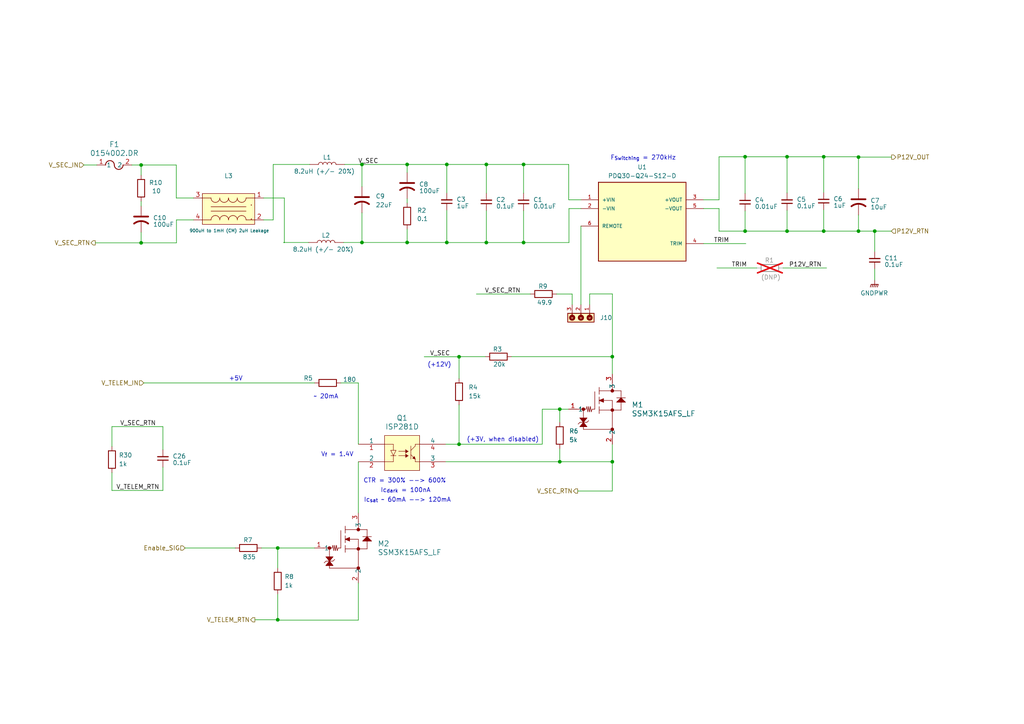
<source format=kicad_sch>
(kicad_sch
	(version 20250114)
	(generator "eeschema")
	(generator_version "9.0")
	(uuid "69a92045-27ee-4147-ae9f-e17339979407")
	(paper "A4")
	(lib_symbols
		(symbol "CUI:PDQ30-Q24-S12-D"
			(pin_names
				(offset 1.016)
			)
			(exclude_from_sim no)
			(in_bom yes)
			(on_board yes)
			(property "Reference" "U"
				(at -12.7244 10.1795 0)
				(effects
					(font
						(size 1.27 1.27)
					)
					(justify left bottom)
				)
			)
			(property "Value" "PDQ30-Q24-S12-D"
				(at -12.746 -15.2952 0)
				(effects
					(font
						(size 1.27 1.27)
					)
					(justify left bottom)
				)
			)
			(property "Footprint" "CUI:PDQ30-Q24-S12-D"
				(at 0 0 0)
				(effects
					(font
						(size 1.27 1.27)
					)
					(justify bottom)
					(hide yes)
				)
			)
			(property "Datasheet" "https://www.belfuse.com/media/datasheets/products/power-supplies/PDQ30-D.pdf"
				(at 0 0 0)
				(effects
					(font
						(size 1.27 1.27)
					)
					(hide yes)
				)
			)
			(property "Description" "Isolated Module DC DC Converter 1 Output 12V 2.5A 9V - 36V Input"
				(at 0 0 0)
				(effects
					(font
						(size 1.27 1.27)
					)
					(hide yes)
				)
			)
			(property "Manufacturer" "CUI Inc"
				(at 0 0 0)
				(effects
					(font
						(size 1.27 1.27)
					)
					(justify bottom)
					(hide yes)
				)
			)
			(property "Man. Part Num" "PDQ30-Q24-S12-D"
				(at 0 0 0)
				(effects
					(font
						(size 1.27 1.27)
					)
					(justify bottom)
					(hide yes)
				)
			)
			(property "Distributor" "Digi-Key"
				(at 0 0 0)
				(effects
					(font
						(size 1.27 1.27)
					)
					(justify bottom)
					(hide yes)
				)
			)
			(property "Dist. Part Num" "102-3892-ND"
				(at 0 0 0)
				(effects
					(font
						(size 1.27 1.27)
					)
					(hide yes)
				)
			)
			(property "Part Type" "Through Hole"
				(at 0 0 0)
				(effects
					(font
						(size 1.27 1.27)
					)
					(hide yes)
				)
			)
			(property "Package" "-"
				(at 0 0 0)
				(effects
					(font
						(size 1.27 1.27)
					)
					(hide yes)
				)
			)
			(property "Notes" "-"
				(at 0 0 0)
				(effects
					(font
						(size 1.27 1.27)
					)
					(hide yes)
				)
			)
			(symbol "PDQ30-Q24-S12-D_0_0"
				(rectangle
					(start -12.7 -12.7)
					(end 12.7 10.16)
					(stroke
						(width 0.254)
						(type default)
					)
					(fill
						(type background)
					)
				)
				(pin input line
					(at -17.78 5.08 0)
					(length 5.08)
					(name "+VIN"
						(effects
							(font
								(size 1.016 1.016)
							)
						)
					)
					(number "1"
						(effects
							(font
								(size 1.016 1.016)
							)
						)
					)
				)
				(pin input line
					(at -17.78 2.54 0)
					(length 5.08)
					(name "-VIN"
						(effects
							(font
								(size 1.016 1.016)
							)
						)
					)
					(number "2"
						(effects
							(font
								(size 1.016 1.016)
							)
						)
					)
				)
				(pin input line
					(at -17.78 -2.54 0)
					(length 5.08)
					(name "REMOTE"
						(effects
							(font
								(size 1.016 1.016)
							)
						)
					)
					(number "6"
						(effects
							(font
								(size 1.016 1.016)
							)
						)
					)
				)
				(pin output line
					(at 17.78 5.08 180)
					(length 5.08)
					(name "+VOUT"
						(effects
							(font
								(size 1.016 1.016)
							)
						)
					)
					(number "3"
						(effects
							(font
								(size 1.016 1.016)
							)
						)
					)
				)
				(pin output line
					(at 17.78 2.54 180)
					(length 5.08)
					(name "-VOUT"
						(effects
							(font
								(size 1.016 1.016)
							)
						)
					)
					(number "5"
						(effects
							(font
								(size 1.016 1.016)
							)
						)
					)
				)
				(pin passive line
					(at 17.78 -7.62 180)
					(length 5.08)
					(name "TRIM"
						(effects
							(font
								(size 1.016 1.016)
							)
						)
					)
					(number "4"
						(effects
							(font
								(size 1.016 1.016)
							)
						)
					)
				)
			)
			(embedded_fonts no)
		)
		(symbol "CoilCraft:MSD1583-105"
			(exclude_from_sim no)
			(in_bom yes)
			(on_board yes)
			(property "Reference" "L"
				(at -3.81 -2.54 0)
				(effects
					(font
						(size 1.27 1.27)
					)
				)
			)
			(property "Value" "900uH to 1mH (CM) 2uH Leakage"
				(at 20.32 8.89 0)
				(effects
					(font
						(size 1.27 1.27)
					)
				)
			)
			(property "Footprint" "CoilCraft:MSD1583-105"
				(at 20.32 8.89 0)
				(effects
					(font
						(size 1.27 1.27)
					)
					(hide yes)
				)
			)
			(property "Datasheet" "https://www.coilcraft.com/getmedia/ad29d13c-1804-4028-bd90-ce6471403018/msd1583_cm.pdf"
				(at 20.32 8.89 0)
				(effects
					(font
						(size 1.27 1.27)
					)
					(hide yes)
				)
			)
			(property "Description" "Common Mode Chokes – MSD1583"
				(at 20.32 8.89 0)
				(effects
					(font
						(size 1.27 1.27)
					)
					(hide yes)
				)
			)
			(property "Manufacturer" "Coil Craft"
				(at 0 0 0)
				(effects
					(font
						(size 1.27 1.27)
					)
					(hide yes)
				)
			)
			(property "Man. Part Num" "MSD1583-105KE_"
				(at 0 0 0)
				(effects
					(font
						(size 1.27 1.27)
					)
					(hide yes)
				)
			)
			(property "Distributor" "Coil Craft"
				(at 0 0 0)
				(effects
					(font
						(size 1.27 1.27)
					)
					(hide yes)
				)
			)
			(property "Dist. Part Num" "MSD1583-105KE_"
				(at 0 0 0)
				(effects
					(font
						(size 1.27 1.27)
					)
					(hide yes)
				)
			)
			(property "Package" ""
				(at 0 0 0)
				(effects
					(font
						(size 1.27 1.27)
					)
					(hide yes)
				)
			)
			(property "Part Type" "SMD"
				(at 0 0 0)
				(effects
					(font
						(size 1.27 1.27)
					)
					(hide yes)
				)
			)
			(property "Notes" ""
				(at 0 0 0)
				(effects
					(font
						(size 1.27 1.27)
					)
					(hide yes)
				)
			)
			(symbol "MSD1583-105_0_1"
				(arc
					(start 6.35 6.35)
					(mid 5.452 6.722)
					(end 5.08 7.62)
					(stroke
						(width 0)
						(type default)
					)
					(fill
						(type none)
					)
				)
				(arc
					(start 7.62 7.62)
					(mid 7.248 6.722)
					(end 6.35 6.35)
					(stroke
						(width 0)
						(type default)
					)
					(fill
						(type none)
					)
				)
				(arc
					(start 5.0799 1.2701)
					(mid 5.4519 2.1681)
					(end 6.3499 2.5401)
					(stroke
						(width 0)
						(type default)
					)
					(fill
						(type none)
					)
				)
				(arc
					(start 6.3499 2.5401)
					(mid 7.248 2.1682)
					(end 7.6199 1.2701)
					(stroke
						(width 0)
						(type default)
					)
					(fill
						(type none)
					)
				)
				(arc
					(start 8.89 6.35)
					(mid 7.992 6.722)
					(end 7.62 7.62)
					(stroke
						(width 0)
						(type default)
					)
					(fill
						(type none)
					)
				)
				(arc
					(start 10.16 7.62)
					(mid 9.788 6.722)
					(end 8.89 6.35)
					(stroke
						(width 0)
						(type default)
					)
					(fill
						(type none)
					)
				)
				(arc
					(start 7.6199 1.2701)
					(mid 7.9919 2.1681)
					(end 8.8899 2.5401)
					(stroke
						(width 0)
						(type default)
					)
					(fill
						(type none)
					)
				)
				(arc
					(start 8.8899 2.5401)
					(mid 9.788 2.1682)
					(end 10.1599 1.2701)
					(stroke
						(width 0)
						(type default)
					)
					(fill
						(type none)
					)
				)
				(arc
					(start 11.43 6.35)
					(mid 10.532 6.722)
					(end 10.16 7.62)
					(stroke
						(width 0)
						(type default)
					)
					(fill
						(type none)
					)
				)
				(arc
					(start 12.7 7.62)
					(mid 12.328 6.722)
					(end 11.43 6.35)
					(stroke
						(width 0)
						(type default)
					)
					(fill
						(type none)
					)
				)
				(arc
					(start 10.1599 1.2701)
					(mid 10.5319 2.1681)
					(end 11.4299 2.5401)
					(stroke
						(width 0)
						(type default)
					)
					(fill
						(type none)
					)
				)
				(arc
					(start 11.4299 2.5401)
					(mid 12.328 2.1682)
					(end 12.6999 1.2701)
					(stroke
						(width 0)
						(type default)
					)
					(fill
						(type none)
					)
				)
				(arc
					(start 13.97 6.35)
					(mid 13.072 6.722)
					(end 12.7 7.62)
					(stroke
						(width 0)
						(type default)
					)
					(fill
						(type none)
					)
				)
				(arc
					(start 15.24 7.62)
					(mid 14.868 6.722)
					(end 13.97 6.35)
					(stroke
						(width 0)
						(type default)
					)
					(fill
						(type none)
					)
				)
				(arc
					(start 12.6999 1.2701)
					(mid 13.0719 2.1681)
					(end 13.9699 2.5401)
					(stroke
						(width 0)
						(type default)
					)
					(fill
						(type none)
					)
				)
				(arc
					(start 13.9699 2.5401)
					(mid 14.868 2.1682)
					(end 15.2399 1.2701)
					(stroke
						(width 0)
						(type default)
					)
					(fill
						(type none)
					)
				)
				(polyline
					(pts
						(xy 15.24 5.08) (xy 5.08 5.08)
					)
					(stroke
						(width 0)
						(type default)
					)
					(fill
						(type none)
					)
				)
			)
			(symbol "MSD1583-105_1_1"
				(polyline
					(pts
						(xy 5.08 7.62) (xy 2.54 7.62)
					)
					(stroke
						(width 0)
						(type default)
					)
					(fill
						(type none)
					)
				)
				(polyline
					(pts
						(xy 5.08 1.27) (xy 2.54 1.27)
					)
					(stroke
						(width 0)
						(type default)
					)
					(fill
						(type none)
					)
				)
				(polyline
					(pts
						(xy 15.24 7.62) (xy 17.78 7.62)
					)
					(stroke
						(width 0)
						(type default)
					)
					(fill
						(type none)
					)
				)
				(polyline
					(pts
						(xy 15.24 3.81) (xy 5.08 3.81)
					)
					(stroke
						(width 0)
						(type default)
					)
					(fill
						(type none)
					)
				)
				(polyline
					(pts
						(xy 15.24 1.27) (xy 17.78 1.27)
					)
					(stroke
						(width 0)
						(type default)
					)
					(fill
						(type none)
					)
				)
				(rectangle
					(start 17.78 0)
					(end 2.54 8.89)
					(stroke
						(width 0)
						(type default)
					)
					(fill
						(type background)
					)
				)
				(text "."
					(at 16.764 6.096 0)
					(effects
						(font
							(size 1.27 1.27)
						)
					)
				)
				(text "."
					(at 16.764 2.032 0)
					(effects
						(font
							(size 1.27 1.27)
						)
					)
				)
				(pin input line
					(at 0 7.62 0)
					(length 2.54)
					(name ""
						(effects
							(font
								(size 1.27 1.27)
							)
						)
					)
					(number "3"
						(effects
							(font
								(size 1.27 1.27)
							)
						)
					)
				)
				(pin input line
					(at 0 1.27 0)
					(length 2.54)
					(name ""
						(effects
							(font
								(size 1.27 1.27)
							)
						)
					)
					(number "4"
						(effects
							(font
								(size 1.27 1.27)
							)
						)
					)
				)
				(pin input line
					(at 20.32 7.62 180)
					(length 2.54)
					(name ""
						(effects
							(font
								(size 1.27 1.27)
							)
						)
					)
					(number "1"
						(effects
							(font
								(size 1.27 1.27)
							)
						)
					)
				)
				(pin input line
					(at 20.32 1.27 180)
					(length 2.54)
					(name ""
						(effects
							(font
								(size 1.27 1.27)
							)
						)
					)
					(number "2"
						(effects
							(font
								(size 1.27 1.27)
							)
						)
					)
				)
			)
			(embedded_fonts no)
		)
		(symbol "ISOCOM:ISP281D"
			(pin_names
				(offset 0)
			)
			(exclude_from_sim no)
			(in_bom yes)
			(on_board yes)
			(property "Reference" "Q"
				(at 8.89 7.366 0)
				(effects
					(font
						(size 1.524 1.524)
					)
				)
			)
			(property "Value" "ISP281D"
				(at 12.446 4.572 0)
				(effects
					(font
						(size 1.524 1.524)
					)
				)
			)
			(property "Footprint" "ISOCOM:ISP281D_ISO"
				(at 0 0 0)
				(effects
					(font
						(size 1.27 1.27)
						(italic yes)
					)
					(hide yes)
				)
			)
			(property "Datasheet" "http://isocom.com/wp-content/uploads/2020/06/dd93256-030620.pdf"
				(at 0 0 0)
				(effects
					(font
						(size 1.27 1.27)
						(italic yes)
					)
					(hide yes)
				)
			)
			(property "Description" "Optoisolator Transistor Output 3750Vrms 1 Channel 4-SOP"
				(at 0 0 0)
				(effects
					(font
						(size 1.27 1.27)
					)
					(hide yes)
				)
			)
			(property "Manufacturer" "Isocom Components 2004 LTD"
				(at 0 0 0)
				(effects
					(font
						(size 1.27 1.27)
					)
					(hide yes)
				)
			)
			(property "Man. Part Num" "ISP281D"
				(at 0 0 0)
				(effects
					(font
						(size 1.27 1.27)
					)
					(hide yes)
				)
			)
			(property "Distributor" "Digi-Key"
				(at 0 0 0)
				(effects
					(font
						(size 1.27 1.27)
					)
					(hide yes)
				)
			)
			(property "Dist. Part Num" "58-ISP281DCT-ND"
				(at 0 0 0)
				(effects
					(font
						(size 1.27 1.27)
					)
					(hide yes)
				)
			)
			(property "Part Type" "SMD"
				(at 0 0 0)
				(effects
					(font
						(size 1.27 1.27)
					)
					(hide yes)
				)
			)
			(property "Package" "4-SOP"
				(at 0 0 0)
				(effects
					(font
						(size 1.27 1.27)
					)
					(hide yes)
				)
			)
			(property "Notes" ""
				(at 0 0 0)
				(effects
					(font
						(size 1.27 1.27)
					)
					(hide yes)
				)
			)
			(property "ki_keywords" "ISP281D"
				(at 0 0 0)
				(effects
					(font
						(size 1.27 1.27)
					)
					(hide yes)
				)
			)
			(property "ki_fp_filters" "ISP281D_ISO ISP281D_ISO-M ISP281D_ISO-L"
				(at 0 0 0)
				(effects
					(font
						(size 1.27 1.27)
					)
					(hide yes)
				)
			)
			(symbol "ISP281D_0_1"
				(polyline
					(pts
						(xy 9.398 -1.778) (xy 10.16 -3.302)
					)
					(stroke
						(width 0.127)
						(type default)
					)
					(fill
						(type none)
					)
				)
				(polyline
					(pts
						(xy 9.398 -3.302) (xy 10.922 -3.302)
					)
					(stroke
						(width 0.127)
						(type default)
					)
					(fill
						(type none)
					)
				)
				(polyline
					(pts
						(xy 10.16 0) (xy 7.62 0)
					)
					(stroke
						(width 0.127)
						(type default)
					)
					(fill
						(type none)
					)
				)
				(polyline
					(pts
						(xy 10.16 0) (xy 10.16 -1.778)
					)
					(stroke
						(width 0.127)
						(type default)
					)
					(fill
						(type none)
					)
				)
				(polyline
					(pts
						(xy 10.16 -3.302) (xy 10.16 -5.08)
					)
					(stroke
						(width 0.127)
						(type default)
					)
					(fill
						(type none)
					)
				)
				(polyline
					(pts
						(xy 10.16 -3.302) (xy 10.922 -1.778)
					)
					(stroke
						(width 0.127)
						(type default)
					)
					(fill
						(type none)
					)
				)
				(polyline
					(pts
						(xy 10.16 -5.08) (xy 7.62 -5.08)
					)
					(stroke
						(width 0.127)
						(type default)
					)
					(fill
						(type none)
					)
				)
				(polyline
					(pts
						(xy 10.922 -1.778) (xy 9.398 -1.778)
					)
					(stroke
						(width 0.127)
						(type default)
					)
					(fill
						(type none)
					)
				)
				(polyline
					(pts
						(xy 11.684 -2.032) (xy 13.716 -2.032)
					)
					(stroke
						(width 0.127)
						(type default)
					)
					(fill
						(type none)
					)
				)
				(polyline
					(pts
						(xy 11.684 -3.302) (xy 13.716 -3.302)
					)
					(stroke
						(width 0.127)
						(type default)
					)
					(fill
						(type none)
					)
				)
				(polyline
					(pts
						(xy 13.716 -1.524) (xy 13.716 -2.54) (xy 14.478 -2.032)
					)
					(stroke
						(width 0)
						(type default)
					)
					(fill
						(type outline)
					)
				)
				(polyline
					(pts
						(xy 13.716 -2.794) (xy 13.716 -3.81) (xy 14.478 -3.302)
					)
					(stroke
						(width 0)
						(type default)
					)
					(fill
						(type outline)
					)
				)
				(polyline
					(pts
						(xy 15.24 -1.778) (xy 16.51 -0.508)
					)
					(stroke
						(width 0.127)
						(type default)
					)
					(fill
						(type none)
					)
				)
				(polyline
					(pts
						(xy 15.24 -3.048) (xy 16.002 -3.81)
					)
					(stroke
						(width 0.127)
						(type default)
					)
					(fill
						(type none)
					)
				)
				(polyline
					(pts
						(xy 15.24 -4.318) (xy 15.24 -0.508)
					)
					(stroke
						(width 0.127)
						(type default)
					)
					(fill
						(type none)
					)
				)
				(polyline
					(pts
						(xy 16.4717 -4.3107) (xy 15.748 -4.064) (xy 16.256 -3.556) (xy 16.51 -4.318)
					)
					(stroke
						(width 0)
						(type default)
					)
					(fill
						(type outline)
					)
				)
				(polyline
					(pts
						(xy 16.51 0) (xy 17.78 0)
					)
					(stroke
						(width 0.127)
						(type default)
					)
					(fill
						(type none)
					)
				)
				(polyline
					(pts
						(xy 16.51 -0.508) (xy 16.51 0)
					)
					(stroke
						(width 0.127)
						(type default)
					)
					(fill
						(type none)
					)
				)
				(polyline
					(pts
						(xy 16.51 -4.318) (xy 16.51 -5.08)
					)
					(stroke
						(width 0.127)
						(type default)
					)
					(fill
						(type none)
					)
				)
				(polyline
					(pts
						(xy 17.78 -5.08) (xy 16.51 -5.08)
					)
					(stroke
						(width 0.127)
						(type default)
					)
					(fill
						(type none)
					)
				)
				(pin unspecified line
					(at 0 0 0)
					(length 7.62)
					(name "1"
						(effects
							(font
								(size 1.27 1.27)
							)
						)
					)
					(number "1"
						(effects
							(font
								(size 1.27 1.27)
							)
						)
					)
				)
				(pin unspecified line
					(at 0 -5.08 0)
					(length 7.62)
					(name "2"
						(effects
							(font
								(size 1.27 1.27)
							)
						)
					)
					(number "2"
						(effects
							(font
								(size 1.27 1.27)
							)
						)
					)
				)
				(pin unspecified line
					(at 25.4 0 180)
					(length 7.62)
					(name "4"
						(effects
							(font
								(size 1.27 1.27)
							)
						)
					)
					(number "4"
						(effects
							(font
								(size 1.27 1.27)
							)
						)
					)
				)
				(pin unspecified line
					(at 25.4 -5.08 180)
					(length 7.62)
					(name "3"
						(effects
							(font
								(size 1.27 1.27)
							)
						)
					)
					(number "3"
						(effects
							(font
								(size 1.27 1.27)
							)
						)
					)
				)
			)
			(symbol "ISP281D_1_1"
				(rectangle
					(start 7.62 2.54)
					(end 17.78 -7.62)
					(stroke
						(width 0)
						(type default)
					)
					(fill
						(type background)
					)
				)
			)
			(embedded_fonts no)
		)
		(symbol "LittlFuse:0154002.DR"
			(pin_names
				(offset 0.254)
			)
			(exclude_from_sim no)
			(in_bom yes)
			(on_board yes)
			(property "Reference" "F"
				(at 5.08 3.175 0)
				(effects
					(font
						(size 1.524 1.524)
					)
				)
			)
			(property "Value" "0154002.DR"
				(at 5.08 -3.175 0)
				(effects
					(font
						(size 1.524 1.524)
					)
				)
			)
			(property "Footprint" "0154Series_LTF"
				(at 0 0 0)
				(effects
					(font
						(size 1.27 1.27)
						(italic yes)
					)
					(hide yes)
				)
			)
			(property "Datasheet" "https://www.littelfuse.com/assetdocs/littelfuse-fuse-154-series-data-sheet?assetguid=a8a8a462-7295-481b-a91b-d770dabf005b"
				(at 0 0 0)
				(effects
					(font
						(size 1.27 1.27)
						(italic yes)
					)
					(hide yes)
				)
			)
			(property "Description" "2 A 125 V AC 125 V DC Fuse Board Mount (Cartridge Style Excluded) Requires Holder, Surface Mount 2-SMD, Square End Block with Holder"
				(at 0 0 0)
				(effects
					(font
						(size 1.27 1.27)
					)
					(hide yes)
				)
			)
			(property "Manufacturer" "Little Fuse"
				(at 0 0 0)
				(effects
					(font
						(size 1.27 1.27)
					)
					(hide yes)
				)
			)
			(property "Man. Part Num" "0154002.DR"
				(at 0 0 0)
				(effects
					(font
						(size 1.27 1.27)
					)
					(hide yes)
				)
			)
			(property "Distributor" "Digi-Key"
				(at 0 0 0)
				(effects
					(font
						(size 1.27 1.27)
					)
					(hide yes)
				)
			)
			(property "Dist. Part Num" "F1224CT-ND"
				(at 0 0 0)
				(effects
					(font
						(size 1.27 1.27)
					)
					(hide yes)
				)
			)
			(property "Part Type" "SMD"
				(at 0 0 0)
				(effects
					(font
						(size 1.27 1.27)
					)
					(hide yes)
				)
			)
			(property "Package" "Surface Mount 2-SMD, Square End Block with Holder"
				(at 0 0 0)
				(effects
					(font
						(size 1.27 1.27)
					)
					(hide yes)
				)
			)
			(property "Notes" ""
				(at 0 0 0)
				(effects
					(font
						(size 1.27 1.27)
					)
					(hide yes)
				)
			)
			(property "ki_keywords" "0154002.DR"
				(at 0 0 0)
				(effects
					(font
						(size 1.27 1.27)
					)
					(hide yes)
				)
			)
			(property "ki_fp_filters" "0154Series_LTF"
				(at 0 0 0)
				(effects
					(font
						(size 1.27 1.27)
					)
					(hide yes)
				)
			)
			(symbol "0154002.DR_1_1"
				(arc
					(start 2.54 0)
					(mid 3.81 1.2645)
					(end 5.08 0)
					(stroke
						(width 0.254)
						(type default)
					)
					(fill
						(type none)
					)
				)
				(arc
					(start 7.62 0)
					(mid 6.35 -1.2645)
					(end 5.08 0)
					(stroke
						(width 0.254)
						(type default)
					)
					(fill
						(type none)
					)
				)
				(pin unspecified line
					(at 0 0 0)
					(length 2.54)
					(name "1"
						(effects
							(font
								(size 1.27 1.27)
							)
						)
					)
					(number "1"
						(effects
							(font
								(size 1.27 1.27)
							)
						)
					)
				)
				(pin unspecified line
					(at 10.16 0 180)
					(length 2.54)
					(name "2"
						(effects
							(font
								(size 1.27 1.27)
							)
						)
					)
					(number "2"
						(effects
							(font
								(size 1.27 1.27)
							)
						)
					)
				)
			)
			(symbol "0154002.DR_1_2"
				(arc
					(start 0 7.62)
					(mid 1.2645 6.35)
					(end 0 5.08)
					(stroke
						(width 0.254)
						(type default)
					)
					(fill
						(type none)
					)
				)
				(arc
					(start 0 2.54)
					(mid -1.2645 3.81)
					(end 0 5.08)
					(stroke
						(width 0.254)
						(type default)
					)
					(fill
						(type none)
					)
				)
				(pin unspecified line
					(at 0 10.16 270)
					(length 2.54)
					(name "2"
						(effects
							(font
								(size 1.27 1.27)
							)
						)
					)
					(number "2"
						(effects
							(font
								(size 1.27 1.27)
							)
						)
					)
				)
				(pin unspecified line
					(at 0 0 90)
					(length 2.54)
					(name "1"
						(effects
							(font
								(size 1.27 1.27)
							)
						)
					)
					(number "1"
						(effects
							(font
								(size 1.27 1.27)
							)
						)
					)
				)
			)
			(embedded_fonts no)
		)
		(symbol "Passive_Parts:C"
			(pin_numbers
				(hide yes)
			)
			(pin_names
				(offset 0)
				(hide yes)
			)
			(exclude_from_sim no)
			(in_bom yes)
			(on_board yes)
			(property "Reference" "C"
				(at 2.54 5.08 0)
				(effects
					(font
						(size 1.27 1.27)
					)
				)
			)
			(property "Value" ""
				(at 0 0 0)
				(effects
					(font
						(size 1.27 1.27)
					)
				)
			)
			(property "Footprint" ""
				(at 0 0 0)
				(effects
					(font
						(size 1.27 1.27)
					)
					(hide yes)
				)
			)
			(property "Datasheet" ""
				(at 0 0 0)
				(effects
					(font
						(size 1.27 1.27)
					)
					(hide yes)
				)
			)
			(property "Description" ""
				(at 0 0 0)
				(effects
					(font
						(size 1.27 1.27)
					)
					(hide yes)
				)
			)
			(property "Manufacturer" ""
				(at 0 0 0)
				(effects
					(font
						(size 1.27 1.27)
					)
					(hide yes)
				)
			)
			(property "Man. Part Num" ""
				(at 0 0 0)
				(effects
					(font
						(size 1.27 1.27)
					)
					(hide yes)
				)
			)
			(property "Distributor" "Digi-Key"
				(at 0 0 0)
				(effects
					(font
						(size 1.27 1.27)
					)
					(hide yes)
				)
			)
			(property "Dist. Part Num" ""
				(at 0 0 0)
				(effects
					(font
						(size 1.27 1.27)
					)
					(hide yes)
				)
			)
			(property "Package" ""
				(at 0 0 0)
				(effects
					(font
						(size 1.27 1.27)
					)
					(hide yes)
				)
			)
			(property "Part Type" "SMD"
				(at 0 0 0)
				(effects
					(font
						(size 1.27 1.27)
					)
					(hide yes)
				)
			)
			(property "Notes" ""
				(at 0 0 0)
				(effects
					(font
						(size 1.27 1.27)
					)
					(hide yes)
				)
			)
			(symbol "C_0_1"
				(polyline
					(pts
						(xy 2.032 1.016) (xy 2.032 4.064)
					)
					(stroke
						(width 0.3048)
						(type default)
					)
					(fill
						(type none)
					)
				)
				(polyline
					(pts
						(xy 3.048 1.016) (xy 3.048 4.064)
					)
					(stroke
						(width 0.3302)
						(type default)
					)
					(fill
						(type none)
					)
				)
			)
			(symbol "C_1_1"
				(pin passive line
					(at 0 2.54 0)
					(length 2.032)
					(name "~"
						(effects
							(font
								(size 1.27 1.27)
							)
						)
					)
					(number "1"
						(effects
							(font
								(size 1.27 1.27)
							)
						)
					)
				)
				(pin passive line
					(at 5.08 2.54 180)
					(length 2.032)
					(name "~"
						(effects
							(font
								(size 1.27 1.27)
							)
						)
					)
					(number "2"
						(effects
							(font
								(size 1.27 1.27)
							)
						)
					)
				)
			)
			(embedded_fonts no)
		)
		(symbol "Passive_Parts:C_Tantalum"
			(pin_numbers
				(hide yes)
			)
			(pin_names
				(offset 0)
				(hide yes)
			)
			(exclude_from_sim no)
			(in_bom yes)
			(on_board yes)
			(property "Reference" "C"
				(at 0 0 0)
				(effects
					(font
						(size 1.27 1.27)
					)
				)
			)
			(property "Value" ""
				(at 0 0 0)
				(effects
					(font
						(size 1.27 1.27)
					)
				)
			)
			(property "Footprint" ""
				(at 0 0 0)
				(effects
					(font
						(size 1.27 1.27)
					)
					(hide yes)
				)
			)
			(property "Datasheet" ""
				(at 0 0 0)
				(effects
					(font
						(size 1.27 1.27)
					)
					(hide yes)
				)
			)
			(property "Description" ""
				(at 0 0 0)
				(effects
					(font
						(size 1.27 1.27)
					)
					(hide yes)
				)
			)
			(property "Manufacturer" ""
				(at 0 0 0)
				(effects
					(font
						(size 1.27 1.27)
					)
					(hide yes)
				)
			)
			(property "Man. Part Num" ""
				(at 0 0 0)
				(effects
					(font
						(size 1.27 1.27)
					)
					(hide yes)
				)
			)
			(property "Distributor" "Digi-Key"
				(at 0 0 0)
				(effects
					(font
						(size 1.27 1.27)
					)
					(hide yes)
				)
			)
			(property "Dist. Part Num" ""
				(at 0 0 0)
				(effects
					(font
						(size 1.27 1.27)
					)
					(hide yes)
				)
			)
			(property "Part Type" ""
				(at 0 0 0)
				(effects
					(font
						(size 1.27 1.27)
					)
					(hide yes)
				)
			)
			(property "Package" ""
				(at 0 0 0)
				(effects
					(font
						(size 1.27 1.27)
					)
					(hide yes)
				)
			)
			(property "Notes" ""
				(at 0 0 0)
				(effects
					(font
						(size 1.27 1.27)
					)
					(hide yes)
				)
			)
			(symbol "C_Tantalum_0_1"
				(polyline
					(pts
						(xy 4.318 0.508) (xy 4.318 4.572)
					)
					(stroke
						(width 0.508)
						(type default)
					)
					(fill
						(type none)
					)
				)
				(arc
					(start 6.35 0.508)
					(mid 5.6372 2.54)
					(end 6.35 4.572)
					(stroke
						(width 0.508)
						(type default)
					)
					(fill
						(type none)
					)
				)
			)
			(symbol "C_Tantalum_1_1"
				(pin passive line
					(at 1.27 2.54 0)
					(length 2.794)
					(name "~"
						(effects
							(font
								(size 1.27 1.27)
							)
						)
					)
					(number "1"
						(effects
							(font
								(size 1.27 1.27)
							)
						)
					)
				)
				(pin passive line
					(at 8.89 2.54 180)
					(length 3.302)
					(name "~"
						(effects
							(font
								(size 1.27 1.27)
							)
						)
					)
					(number "2"
						(effects
							(font
								(size 1.27 1.27)
							)
						)
					)
				)
			)
			(embedded_fonts no)
		)
		(symbol "Passive_Parts:L"
			(pin_numbers
				(hide yes)
			)
			(pin_names
				(hide yes)
			)
			(exclude_from_sim no)
			(in_bom yes)
			(on_board yes)
			(property "Reference" "L"
				(at 5.08 -1.27 0)
				(effects
					(font
						(size 1.27 1.27)
					)
				)
			)
			(property "Value" ""
				(at 0 0 0)
				(effects
					(font
						(size 1.27 1.27)
					)
				)
			)
			(property "Footprint" ""
				(at 0 0 0)
				(effects
					(font
						(size 1.27 1.27)
					)
					(hide yes)
				)
			)
			(property "Datasheet" ""
				(at 0 0 0)
				(effects
					(font
						(size 1.27 1.27)
					)
					(hide yes)
				)
			)
			(property "Description" ""
				(at 0 0 0)
				(effects
					(font
						(size 1.27 1.27)
					)
					(hide yes)
				)
			)
			(property "Manufacturer" ""
				(at 0 0 0)
				(effects
					(font
						(size 1.27 1.27)
					)
					(hide yes)
				)
			)
			(property "Man. Part Num" ""
				(at 0 0 0)
				(effects
					(font
						(size 1.27 1.27)
					)
					(hide yes)
				)
			)
			(property "Distributor" ""
				(at 0 0 0)
				(effects
					(font
						(size 1.27 1.27)
					)
					(hide yes)
				)
			)
			(property "Dist. Part Num" ""
				(at 0 0 0)
				(effects
					(font
						(size 1.27 1.27)
					)
					(hide yes)
				)
			)
			(property "Part Type" ""
				(at 0 0 0)
				(effects
					(font
						(size 1.27 1.27)
					)
					(hide yes)
				)
			)
			(property "Package" ""
				(at 0 0 0)
				(effects
					(font
						(size 1.27 1.27)
					)
					(hide yes)
				)
			)
			(property "Notes" ""
				(at 0 0 0)
				(effects
					(font
						(size 1.27 1.27)
					)
					(hide yes)
				)
			)
			(symbol "L_0_1"
				(arc
					(start 2.54 0)
					(mid 2.726 0.449)
					(end 3.175 0.635)
					(stroke
						(width 0)
						(type default)
					)
					(fill
						(type none)
					)
				)
				(arc
					(start 3.175 0.635)
					(mid 3.624 0.449)
					(end 3.81 0)
					(stroke
						(width 0)
						(type default)
					)
					(fill
						(type none)
					)
				)
				(arc
					(start 3.81 0)
					(mid 3.996 0.449)
					(end 4.445 0.635)
					(stroke
						(width 0)
						(type default)
					)
					(fill
						(type none)
					)
				)
				(arc
					(start 4.445 0.635)
					(mid 4.894 0.449)
					(end 5.08 0)
					(stroke
						(width 0)
						(type default)
					)
					(fill
						(type none)
					)
				)
				(arc
					(start 5.08 0)
					(mid 5.266 0.449)
					(end 5.715 0.635)
					(stroke
						(width 0)
						(type default)
					)
					(fill
						(type none)
					)
				)
				(arc
					(start 5.715 0.635)
					(mid 6.164 0.449)
					(end 6.35 0)
					(stroke
						(width 0)
						(type default)
					)
					(fill
						(type none)
					)
				)
				(arc
					(start 6.35 0)
					(mid 6.536 0.449)
					(end 6.985 0.635)
					(stroke
						(width 0)
						(type default)
					)
					(fill
						(type none)
					)
				)
				(arc
					(start 6.985 0.635)
					(mid 7.434 0.449)
					(end 7.62 0)
					(stroke
						(width 0)
						(type default)
					)
					(fill
						(type none)
					)
				)
			)
			(symbol "L_1_1"
				(pin passive line
					(at 0 0 0)
					(length 2.54)
					(name "1"
						(effects
							(font
								(size 1.27 1.27)
							)
						)
					)
					(number "1"
						(effects
							(font
								(size 1.27 1.27)
							)
						)
					)
				)
				(pin passive line
					(at 10.16 0 180)
					(length 2.54)
					(name "2"
						(effects
							(font
								(size 1.27 1.27)
							)
						)
					)
					(number "2"
						(effects
							(font
								(size 1.27 1.27)
							)
						)
					)
				)
			)
			(embedded_fonts no)
		)
		(symbol "Passive_Parts:R"
			(pin_numbers
				(hide yes)
			)
			(pin_names
				(offset 0)
				(hide yes)
			)
			(exclude_from_sim no)
			(in_bom yes)
			(on_board yes)
			(property "Reference" "R"
				(at 2.54 5.08 0)
				(effects
					(font
						(size 1.27 1.27)
					)
				)
			)
			(property "Value" ""
				(at 0 0 0)
				(effects
					(font
						(size 1.27 1.27)
					)
				)
			)
			(property "Footprint" ""
				(at 0 0 0)
				(effects
					(font
						(size 1.27 1.27)
					)
					(hide yes)
				)
			)
			(property "Datasheet" ""
				(at 0 0 0)
				(effects
					(font
						(size 1.27 1.27)
					)
					(hide yes)
				)
			)
			(property "Description" ""
				(at 0 0 0)
				(effects
					(font
						(size 1.27 1.27)
					)
					(hide yes)
				)
			)
			(property "Manufacturer" ""
				(at 0 0 0)
				(effects
					(font
						(size 1.27 1.27)
					)
					(hide yes)
				)
			)
			(property "Man. Part Num" ""
				(at 0 0 0)
				(effects
					(font
						(size 1.27 1.27)
					)
					(hide yes)
				)
			)
			(property "Distributor" "Digi-Key"
				(at 0 0 0)
				(effects
					(font
						(size 1.27 1.27)
					)
					(hide yes)
				)
			)
			(property "Dist. Part Num" ""
				(at 0 0 0)
				(effects
					(font
						(size 1.27 1.27)
					)
					(hide yes)
				)
			)
			(property "Part Type" "SMD"
				(at 0 0 0)
				(effects
					(font
						(size 1.27 1.27)
					)
					(hide yes)
				)
			)
			(property "Notes" ""
				(at 0 0 0)
				(effects
					(font
						(size 1.27 1.27)
					)
					(hide yes)
				)
			)
			(property "Package" ""
				(at 0 0 0)
				(effects
					(font
						(size 1.27 1.27)
					)
					(hide yes)
				)
			)
			(symbol "R_0_1"
				(rectangle
					(start 5.08 1.524)
					(end 0 3.556)
					(stroke
						(width 0.254)
						(type default)
					)
					(fill
						(type none)
					)
				)
			)
			(symbol "R_1_1"
				(pin passive line
					(at -1.27 2.54 0)
					(length 1.27)
					(name "~"
						(effects
							(font
								(size 1.27 1.27)
							)
						)
					)
					(number "1"
						(effects
							(font
								(size 1.27 1.27)
							)
						)
					)
				)
				(pin passive line
					(at 6.35 2.54 180)
					(length 1.27)
					(name "~"
						(effects
							(font
								(size 1.27 1.27)
							)
						)
					)
					(number "2"
						(effects
							(font
								(size 1.27 1.27)
							)
						)
					)
				)
			)
			(embedded_fonts no)
		)
		(symbol "SSM3K15AFS_LF_1"
			(pin_names
				(offset 0.254)
			)
			(exclude_from_sim no)
			(in_bom yes)
			(on_board yes)
			(property "Reference" "MOSFET"
				(at 0 0 0)
				(effects
					(font
						(size 1.524 1.524)
					)
				)
			)
			(property "Value" "SSM3K15AFS_LF"
				(at 0 0 0)
				(effects
					(font
						(size 1.524 1.524)
					)
				)
			)
			(property "Footprint" "SSM_TOS"
				(at 0 0 0)
				(effects
					(font
						(size 1.27 1.27)
						(italic yes)
					)
					(hide yes)
				)
			)
			(property "Datasheet" "https://toshiba.semicon-storage.com/info/SSM3K15AFS_datasheet_en_20140301.pdf?did=5914&prodName=SSM3K15AFS"
				(at 0 0 0)
				(effects
					(font
						(size 1.27 1.27)
						(italic yes)
					)
					(hide yes)
				)
			)
			(property "Description" "MOSFET N-CH 30V 100MA SSM"
				(at 0 0 0)
				(effects
					(font
						(size 1.27 1.27)
					)
					(hide yes)
				)
			)
			(property "Manufacturer" "Toshiba Semiconductor and Storage"
				(at 0 0 0)
				(effects
					(font
						(size 1.27 1.27)
					)
					(hide yes)
				)
			)
			(property "Man. Part Num" "SSM3K15AFS,LF"
				(at 0 0 0)
				(effects
					(font
						(size 1.27 1.27)
					)
					(hide yes)
				)
			)
			(property "Distributor" "Digi-Key"
				(at 0 0 0)
				(effects
					(font
						(size 1.27 1.27)
					)
					(hide yes)
				)
			)
			(property "Dist. Part Num" "SSM3K15AFSLFCT-ND"
				(at 0 0 0)
				(effects
					(font
						(size 1.27 1.27)
					)
					(hide yes)
				)
			)
			(property "Part Type" "SMD"
				(at 0 0 0)
				(effects
					(font
						(size 1.27 1.27)
					)
					(hide yes)
				)
			)
			(property "Package" "SSM_TOS"
				(at 0 0 0)
				(effects
					(font
						(size 1.27 1.27)
					)
					(hide yes)
				)
			)
			(property "Notes" ""
				(at 0 0 0)
				(effects
					(font
						(size 1.27 1.27)
					)
					(hide yes)
				)
			)
			(property "ki_keywords" "SSM3K15AFS,LF"
				(at 0 0 0)
				(effects
					(font
						(size 1.27 1.27)
					)
					(hide yes)
				)
			)
			(property "ki_fp_filters" "SSM_TOS SSM_TOS-M SSM_TOS-L"
				(at 0 0 0)
				(effects
					(font
						(size 1.27 1.27)
					)
					(hide yes)
				)
			)
			(symbol "SSM3K15AFS_LF_1_0_1"
				(polyline
					(pts
						(xy 0 -7.62) (xy 2.54 -7.62)
					)
					(stroke
						(width 0.1524)
						(type default)
					)
					(fill
						(type none)
					)
				)
				(polyline
					(pts
						(xy 0.762 -10.16) (xy 1.778 -11.43)
					)
					(stroke
						(width 0.1524)
						(type default)
					)
					(fill
						(type none)
					)
				)
				(polyline
					(pts
						(xy 0.762 -10.16) (xy 1.778 -11.43) (xy 0.762 -12.7) (xy 2.794 -12.7) (xy 1.778 -11.43) (xy 2.794 -10.16)
					)
					(stroke
						(width 0)
						(type default)
					)
					(fill
						(type outline)
					)
				)
				(polyline
					(pts
						(xy 0.762 -11.43) (xy 0.254 -11.938)
					)
					(stroke
						(width 0.1524)
						(type default)
					)
					(fill
						(type none)
					)
				)
				(polyline
					(pts
						(xy 0.762 -11.43) (xy 2.794 -11.43)
					)
					(stroke
						(width 0.1524)
						(type default)
					)
					(fill
						(type none)
					)
				)
				(polyline
					(pts
						(xy 0.762 -12.7) (xy 2.794 -12.7)
					)
					(stroke
						(width 0.1524)
						(type default)
					)
					(fill
						(type none)
					)
				)
				(polyline
					(pts
						(xy 1.778 -7.62) (xy 1.778 -10.16)
					)
					(stroke
						(width 0.1524)
						(type default)
					)
					(fill
						(type none)
					)
				)
				(circle
					(center 1.778 -7.62)
					(radius 0.254)
					(stroke
						(width 0.508)
						(type default)
					)
					(fill
						(type none)
					)
				)
				(polyline
					(pts
						(xy 1.778 -11.43) (xy 0.762 -12.7)
					)
					(stroke
						(width 0.1524)
						(type default)
					)
					(fill
						(type none)
					)
				)
				(polyline
					(pts
						(xy 1.778 -11.43) (xy 2.794 -10.16)
					)
					(stroke
						(width 0.1524)
						(type default)
					)
					(fill
						(type none)
					)
				)
				(polyline
					(pts
						(xy 1.778 -12.7) (xy 1.778 -13.462)
					)
					(stroke
						(width 0.1524)
						(type default)
					)
					(fill
						(type none)
					)
				)
				(polyline
					(pts
						(xy 1.778 -13.462) (xy 10.16 -13.462)
					)
					(stroke
						(width 0.1524)
						(type default)
					)
					(fill
						(type none)
					)
				)
				(polyline
					(pts
						(xy 2.794 -6.858) (xy 2.54 -7.62)
					)
					(stroke
						(width 0.1524)
						(type default)
					)
					(fill
						(type none)
					)
				)
				(polyline
					(pts
						(xy 2.794 -10.16) (xy 0.762 -10.16)
					)
					(stroke
						(width 0.1524)
						(type default)
					)
					(fill
						(type none)
					)
				)
				(polyline
					(pts
						(xy 2.794 -11.43) (xy 3.302 -10.922)
					)
					(stroke
						(width 0.1524)
						(type default)
					)
					(fill
						(type none)
					)
				)
				(polyline
					(pts
						(xy 2.794 -12.7) (xy 1.778 -11.43)
					)
					(stroke
						(width 0.1524)
						(type default)
					)
					(fill
						(type none)
					)
				)
				(polyline
					(pts
						(xy 3.048 -8.382) (xy 2.794 -6.858)
					)
					(stroke
						(width 0.1524)
						(type default)
					)
					(fill
						(type none)
					)
				)
				(polyline
					(pts
						(xy 3.302 -6.858) (xy 3.048 -8.382)
					)
					(stroke
						(width 0.1524)
						(type default)
					)
					(fill
						(type none)
					)
				)
				(polyline
					(pts
						(xy 3.556 -8.382) (xy 3.302 -6.858)
					)
					(stroke
						(width 0.1524)
						(type default)
					)
					(fill
						(type none)
					)
				)
				(polyline
					(pts
						(xy 3.81 -6.858) (xy 3.556 -8.382)
					)
					(stroke
						(width 0.1524)
						(type default)
					)
					(fill
						(type none)
					)
				)
				(polyline
					(pts
						(xy 4.064 -8.382) (xy 3.81 -6.858)
					)
					(stroke
						(width 0.1524)
						(type default)
					)
					(fill
						(type none)
					)
				)
				(polyline
					(pts
						(xy 4.318 -7.62) (xy 4.064 -8.382)
					)
					(stroke
						(width 0.1524)
						(type default)
					)
					(fill
						(type none)
					)
				)
				(polyline
					(pts
						(xy 5.08 -7.62) (xy 4.318 -7.62)
					)
					(stroke
						(width 0.1524)
						(type default)
					)
					(fill
						(type none)
					)
				)
				(polyline
					(pts
						(xy 5.08 -7.62) (xy 5.08 -2.54)
					)
					(stroke
						(width 0.1524)
						(type default)
					)
					(fill
						(type none)
					)
				)
				(polyline
					(pts
						(xy 6.35 -3.302) (xy 6.35 -1.27)
					)
					(stroke
						(width 0.1524)
						(type default)
					)
					(fill
						(type none)
					)
				)
				(polyline
					(pts
						(xy 6.35 -5.08) (xy 7.62 -4.572)
					)
					(stroke
						(width 0.1524)
						(type default)
					)
					(fill
						(type none)
					)
				)
				(polyline
					(pts
						(xy 6.35 -6.096) (xy 6.35 -4.064)
					)
					(stroke
						(width 0.1524)
						(type default)
					)
					(fill
						(type none)
					)
				)
				(polyline
					(pts
						(xy 6.35 -7.874) (xy 12.7 -7.874)
					)
					(stroke
						(width 0.1524)
						(type default)
					)
					(fill
						(type none)
					)
				)
				(polyline
					(pts
						(xy 6.35 -8.89) (xy 6.35 -6.858)
					)
					(stroke
						(width 0.1524)
						(type default)
					)
					(fill
						(type none)
					)
				)
				(polyline
					(pts
						(xy 7.62 -4.572) (xy 7.62 -5.588)
					)
					(stroke
						(width 0.1524)
						(type default)
					)
					(fill
						(type none)
					)
				)
				(polyline
					(pts
						(xy 7.62 -4.572) (xy 6.35 -5.08) (xy 7.62 -5.588)
					)
					(stroke
						(width 0)
						(type default)
					)
					(fill
						(type outline)
					)
				)
				(polyline
					(pts
						(xy 7.62 -5.08) (xy 10.16 -5.08)
					)
					(stroke
						(width 0.1524)
						(type default)
					)
					(fill
						(type none)
					)
				)
				(polyline
					(pts
						(xy 7.62 -5.588) (xy 6.35 -5.08)
					)
					(stroke
						(width 0.1524)
						(type default)
					)
					(fill
						(type none)
					)
				)
				(polyline
					(pts
						(xy 10.16 0) (xy 10.16 -2.286)
					)
					(stroke
						(width 0.1524)
						(type default)
					)
					(fill
						(type none)
					)
				)
				(circle
					(center 10.16 -2.286)
					(radius 0.254)
					(stroke
						(width 0.508)
						(type default)
					)
					(fill
						(type none)
					)
				)
				(polyline
					(pts
						(xy 10.16 -5.08) (xy 10.16 -15.24)
					)
					(stroke
						(width 0.1524)
						(type default)
					)
					(fill
						(type none)
					)
				)
				(circle
					(center 10.16 -7.874)
					(radius 0.254)
					(stroke
						(width 0.508)
						(type default)
					)
					(fill
						(type none)
					)
				)
				(circle
					(center 10.16 -13.462)
					(radius 0.254)
					(stroke
						(width 0.508)
						(type default)
					)
					(fill
						(type none)
					)
				)
				(polyline
					(pts
						(xy 11.43 -4.318) (xy 13.97 -4.318)
					)
					(stroke
						(width 0.1524)
						(type default)
					)
					(fill
						(type none)
					)
				)
				(polyline
					(pts
						(xy 11.43 -5.588) (xy 13.97 -5.588)
					)
					(stroke
						(width 0.1524)
						(type default)
					)
					(fill
						(type none)
					)
				)
				(polyline
					(pts
						(xy 12.7 -2.286) (xy 6.35 -2.286)
					)
					(stroke
						(width 0.1524)
						(type default)
					)
					(fill
						(type none)
					)
				)
				(polyline
					(pts
						(xy 12.7 -4.318) (xy 11.43 -5.588)
					)
					(stroke
						(width 0.1524)
						(type default)
					)
					(fill
						(type none)
					)
				)
				(polyline
					(pts
						(xy 12.7 -4.318) (xy 12.7 -2.286)
					)
					(stroke
						(width 0.1524)
						(type default)
					)
					(fill
						(type none)
					)
				)
				(polyline
					(pts
						(xy 12.7 -4.318) (xy 11.43 -5.588) (xy 13.97 -5.588)
					)
					(stroke
						(width 0)
						(type default)
					)
					(fill
						(type outline)
					)
				)
				(polyline
					(pts
						(xy 12.7 -7.874) (xy 12.7 -5.588)
					)
					(stroke
						(width 0.1524)
						(type default)
					)
					(fill
						(type none)
					)
				)
				(polyline
					(pts
						(xy 13.97 -5.588) (xy 12.7 -4.318)
					)
					(stroke
						(width 0.1524)
						(type default)
					)
					(fill
						(type none)
					)
				)
				(pin unspecified line
					(at -2.54 -7.62 0)
					(length 2.54)
					(name "1"
						(effects
							(font
								(size 1.27 1.27)
							)
						)
					)
					(number "1"
						(effects
							(font
								(size 1.27 1.27)
							)
						)
					)
				)
				(pin unspecified line
					(at 10.16 2.54 270)
					(length 2.54)
					(name "3"
						(effects
							(font
								(size 1.27 1.27)
							)
						)
					)
					(number "3"
						(effects
							(font
								(size 1.27 1.27)
							)
						)
					)
				)
				(pin unspecified line
					(at 10.16 -17.78 90)
					(length 2.54)
					(name "2"
						(effects
							(font
								(size 1.27 1.27)
							)
						)
					)
					(number "2"
						(effects
							(font
								(size 1.27 1.27)
							)
						)
					)
				)
			)
			(embedded_fonts no)
		)
		(symbol "Toshiba_Semiconductor:SSM3K15AFS_LF"
			(pin_names
				(offset 0.254)
			)
			(exclude_from_sim no)
			(in_bom yes)
			(on_board yes)
			(property "Reference" "MOSFET"
				(at 0 0 0)
				(effects
					(font
						(size 1.524 1.524)
					)
				)
			)
			(property "Value" "SSM3K15AFS_LF"
				(at 0 0 0)
				(effects
					(font
						(size 1.524 1.524)
					)
				)
			)
			(property "Footprint" "SSM_TOS"
				(at 0 0 0)
				(effects
					(font
						(size 1.27 1.27)
						(italic yes)
					)
					(hide yes)
				)
			)
			(property "Datasheet" "https://toshiba.semicon-storage.com/info/SSM3K15AFS_datasheet_en_20140301.pdf?did=5914&prodName=SSM3K15AFS"
				(at 0 0 0)
				(effects
					(font
						(size 1.27 1.27)
						(italic yes)
					)
					(hide yes)
				)
			)
			(property "Description" "MOSFET N-CH 30V 100MA SSM"
				(at 0 0 0)
				(effects
					(font
						(size 1.27 1.27)
					)
					(hide yes)
				)
			)
			(property "Manufacturer" "Toshiba Semiconductor and Storage"
				(at 0 0 0)
				(effects
					(font
						(size 1.27 1.27)
					)
					(hide yes)
				)
			)
			(property "Man. Part Num" "SSM3K15AFS,LF"
				(at 0 0 0)
				(effects
					(font
						(size 1.27 1.27)
					)
					(hide yes)
				)
			)
			(property "Distributor" "Digi-Key"
				(at 0 0 0)
				(effects
					(font
						(size 1.27 1.27)
					)
					(hide yes)
				)
			)
			(property "Dist. Part Num" "SSM3K15AFSLFCT-ND"
				(at 0 0 0)
				(effects
					(font
						(size 1.27 1.27)
					)
					(hide yes)
				)
			)
			(property "Part Type" "SMD"
				(at 0 0 0)
				(effects
					(font
						(size 1.27 1.27)
					)
					(hide yes)
				)
			)
			(property "Package" "SSM_TOS"
				(at 0 0 0)
				(effects
					(font
						(size 1.27 1.27)
					)
					(hide yes)
				)
			)
			(property "Notes" ""
				(at 0 0 0)
				(effects
					(font
						(size 1.27 1.27)
					)
					(hide yes)
				)
			)
			(property "ki_keywords" "SSM3K15AFS,LF"
				(at 0 0 0)
				(effects
					(font
						(size 1.27 1.27)
					)
					(hide yes)
				)
			)
			(property "ki_fp_filters" "SSM_TOS SSM_TOS-M SSM_TOS-L"
				(at 0 0 0)
				(effects
					(font
						(size 1.27 1.27)
					)
					(hide yes)
				)
			)
			(symbol "SSM3K15AFS_LF_0_1"
				(polyline
					(pts
						(xy 0 -7.62) (xy 2.54 -7.62)
					)
					(stroke
						(width 0.1524)
						(type default)
					)
					(fill
						(type none)
					)
				)
				(polyline
					(pts
						(xy 0.762 -10.16) (xy 1.778 -11.43)
					)
					(stroke
						(width 0.1524)
						(type default)
					)
					(fill
						(type none)
					)
				)
				(polyline
					(pts
						(xy 0.762 -10.16) (xy 1.778 -11.43) (xy 0.762 -12.7) (xy 2.794 -12.7) (xy 1.778 -11.43) (xy 2.794 -10.16)
					)
					(stroke
						(width 0)
						(type default)
					)
					(fill
						(type outline)
					)
				)
				(polyline
					(pts
						(xy 0.762 -11.43) (xy 0.254 -11.938)
					)
					(stroke
						(width 0.1524)
						(type default)
					)
					(fill
						(type none)
					)
				)
				(polyline
					(pts
						(xy 0.762 -11.43) (xy 2.794 -11.43)
					)
					(stroke
						(width 0.1524)
						(type default)
					)
					(fill
						(type none)
					)
				)
				(polyline
					(pts
						(xy 0.762 -12.7) (xy 2.794 -12.7)
					)
					(stroke
						(width 0.1524)
						(type default)
					)
					(fill
						(type none)
					)
				)
				(polyline
					(pts
						(xy 1.778 -7.62) (xy 1.778 -10.16)
					)
					(stroke
						(width 0.1524)
						(type default)
					)
					(fill
						(type none)
					)
				)
				(circle
					(center 1.778 -7.62)
					(radius 0.254)
					(stroke
						(width 0.508)
						(type default)
					)
					(fill
						(type none)
					)
				)
				(polyline
					(pts
						(xy 1.778 -11.43) (xy 0.762 -12.7)
					)
					(stroke
						(width 0.1524)
						(type default)
					)
					(fill
						(type none)
					)
				)
				(polyline
					(pts
						(xy 1.778 -11.43) (xy 2.794 -10.16)
					)
					(stroke
						(width 0.1524)
						(type default)
					)
					(fill
						(type none)
					)
				)
				(polyline
					(pts
						(xy 1.778 -12.7) (xy 1.778 -13.462)
					)
					(stroke
						(width 0.1524)
						(type default)
					)
					(fill
						(type none)
					)
				)
				(polyline
					(pts
						(xy 1.778 -13.462) (xy 10.16 -13.462)
					)
					(stroke
						(width 0.1524)
						(type default)
					)
					(fill
						(type none)
					)
				)
				(polyline
					(pts
						(xy 2.794 -6.858) (xy 2.54 -7.62)
					)
					(stroke
						(width 0.1524)
						(type default)
					)
					(fill
						(type none)
					)
				)
				(polyline
					(pts
						(xy 2.794 -10.16) (xy 0.762 -10.16)
					)
					(stroke
						(width 0.1524)
						(type default)
					)
					(fill
						(type none)
					)
				)
				(polyline
					(pts
						(xy 2.794 -11.43) (xy 3.302 -10.922)
					)
					(stroke
						(width 0.1524)
						(type default)
					)
					(fill
						(type none)
					)
				)
				(polyline
					(pts
						(xy 2.794 -12.7) (xy 1.778 -11.43)
					)
					(stroke
						(width 0.1524)
						(type default)
					)
					(fill
						(type none)
					)
				)
				(polyline
					(pts
						(xy 3.048 -8.382) (xy 2.794 -6.858)
					)
					(stroke
						(width 0.1524)
						(type default)
					)
					(fill
						(type none)
					)
				)
				(polyline
					(pts
						(xy 3.302 -6.858) (xy 3.048 -8.382)
					)
					(stroke
						(width 0.1524)
						(type default)
					)
					(fill
						(type none)
					)
				)
				(polyline
					(pts
						(xy 3.556 -8.382) (xy 3.302 -6.858)
					)
					(stroke
						(width 0.1524)
						(type default)
					)
					(fill
						(type none)
					)
				)
				(polyline
					(pts
						(xy 3.81 -6.858) (xy 3.556 -8.382)
					)
					(stroke
						(width 0.1524)
						(type default)
					)
					(fill
						(type none)
					)
				)
				(polyline
					(pts
						(xy 4.064 -8.382) (xy 3.81 -6.858)
					)
					(stroke
						(width 0.1524)
						(type default)
					)
					(fill
						(type none)
					)
				)
				(polyline
					(pts
						(xy 4.318 -7.62) (xy 4.064 -8.382)
					)
					(stroke
						(width 0.1524)
						(type default)
					)
					(fill
						(type none)
					)
				)
				(polyline
					(pts
						(xy 5.08 -7.62) (xy 4.318 -7.62)
					)
					(stroke
						(width 0.1524)
						(type default)
					)
					(fill
						(type none)
					)
				)
				(polyline
					(pts
						(xy 5.08 -7.62) (xy 5.08 -2.54)
					)
					(stroke
						(width 0.1524)
						(type default)
					)
					(fill
						(type none)
					)
				)
				(polyline
					(pts
						(xy 6.35 -3.302) (xy 6.35 -1.27)
					)
					(stroke
						(width 0.1524)
						(type default)
					)
					(fill
						(type none)
					)
				)
				(polyline
					(pts
						(xy 6.35 -5.08) (xy 7.62 -4.572)
					)
					(stroke
						(width 0.1524)
						(type default)
					)
					(fill
						(type none)
					)
				)
				(polyline
					(pts
						(xy 6.35 -6.096) (xy 6.35 -4.064)
					)
					(stroke
						(width 0.1524)
						(type default)
					)
					(fill
						(type none)
					)
				)
				(polyline
					(pts
						(xy 6.35 -7.874) (xy 12.7 -7.874)
					)
					(stroke
						(width 0.1524)
						(type default)
					)
					(fill
						(type none)
					)
				)
				(polyline
					(pts
						(xy 6.35 -8.89) (xy 6.35 -6.858)
					)
					(stroke
						(width 0.1524)
						(type default)
					)
					(fill
						(type none)
					)
				)
				(polyline
					(pts
						(xy 7.62 -4.572) (xy 7.62 -5.588)
					)
					(stroke
						(width 0.1524)
						(type default)
					)
					(fill
						(type none)
					)
				)
				(polyline
					(pts
						(xy 7.62 -4.572) (xy 6.35 -5.08) (xy 7.62 -5.588)
					)
					(stroke
						(width 0)
						(type default)
					)
					(fill
						(type outline)
					)
				)
				(polyline
					(pts
						(xy 7.62 -5.08) (xy 10.16 -5.08)
					)
					(stroke
						(width 0.1524)
						(type default)
					)
					(fill
						(type none)
					)
				)
				(polyline
					(pts
						(xy 7.62 -5.588) (xy 6.35 -5.08)
					)
					(stroke
						(width 0.1524)
						(type default)
					)
					(fill
						(type none)
					)
				)
				(polyline
					(pts
						(xy 10.16 0) (xy 10.16 -2.286)
					)
					(stroke
						(width 0.1524)
						(type default)
					)
					(fill
						(type none)
					)
				)
				(circle
					(center 10.16 -2.286)
					(radius 0.254)
					(stroke
						(width 0.508)
						(type default)
					)
					(fill
						(type none)
					)
				)
				(polyline
					(pts
						(xy 10.16 -5.08) (xy 10.16 -15.24)
					)
					(stroke
						(width 0.1524)
						(type default)
					)
					(fill
						(type none)
					)
				)
				(circle
					(center 10.16 -7.874)
					(radius 0.254)
					(stroke
						(width 0.508)
						(type default)
					)
					(fill
						(type none)
					)
				)
				(circle
					(center 10.16 -13.462)
					(radius 0.254)
					(stroke
						(width 0.508)
						(type default)
					)
					(fill
						(type none)
					)
				)
				(polyline
					(pts
						(xy 11.43 -4.318) (xy 13.97 -4.318)
					)
					(stroke
						(width 0.1524)
						(type default)
					)
					(fill
						(type none)
					)
				)
				(polyline
					(pts
						(xy 11.43 -5.588) (xy 13.97 -5.588)
					)
					(stroke
						(width 0.1524)
						(type default)
					)
					(fill
						(type none)
					)
				)
				(polyline
					(pts
						(xy 12.7 -2.286) (xy 6.35 -2.286)
					)
					(stroke
						(width 0.1524)
						(type default)
					)
					(fill
						(type none)
					)
				)
				(polyline
					(pts
						(xy 12.7 -4.318) (xy 11.43 -5.588)
					)
					(stroke
						(width 0.1524)
						(type default)
					)
					(fill
						(type none)
					)
				)
				(polyline
					(pts
						(xy 12.7 -4.318) (xy 12.7 -2.286)
					)
					(stroke
						(width 0.1524)
						(type default)
					)
					(fill
						(type none)
					)
				)
				(polyline
					(pts
						(xy 12.7 -4.318) (xy 11.43 -5.588) (xy 13.97 -5.588)
					)
					(stroke
						(width 0)
						(type default)
					)
					(fill
						(type outline)
					)
				)
				(polyline
					(pts
						(xy 12.7 -7.874) (xy 12.7 -5.588)
					)
					(stroke
						(width 0.1524)
						(type default)
					)
					(fill
						(type none)
					)
				)
				(polyline
					(pts
						(xy 13.97 -5.588) (xy 12.7 -4.318)
					)
					(stroke
						(width 0.1524)
						(type default)
					)
					(fill
						(type none)
					)
				)
				(pin unspecified line
					(at -2.54 -7.62 0)
					(length 2.54)
					(name "1"
						(effects
							(font
								(size 1.27 1.27)
							)
						)
					)
					(number "1"
						(effects
							(font
								(size 1.27 1.27)
							)
						)
					)
				)
				(pin unspecified line
					(at 10.16 2.54 270)
					(length 2.54)
					(name "3"
						(effects
							(font
								(size 1.27 1.27)
							)
						)
					)
					(number "3"
						(effects
							(font
								(size 1.27 1.27)
							)
						)
					)
				)
				(pin unspecified line
					(at 10.16 -17.78 90)
					(length 2.54)
					(name "2"
						(effects
							(font
								(size 1.27 1.27)
							)
						)
					)
					(number "2"
						(effects
							(font
								(size 1.27 1.27)
							)
						)
					)
				)
			)
			(embedded_fonts no)
		)
		(symbol "Wurth Elektronik:6130XX11121_61300311121"
			(pin_names
				(offset 1.016)
			)
			(exclude_from_sim no)
			(in_bom yes)
			(on_board yes)
			(property "Reference" "J"
				(at -5.08 -1.778 0)
				(effects
					(font
						(size 1.27 1.27)
					)
					(justify right bottom)
				)
			)
			(property "Value" "61300311121"
				(at 0 0 0)
				(effects
					(font
						(size 1.27 1.27)
					)
					(justify bottom)
					(hide yes)
				)
			)
			(property "Footprint" "6130XX11121_61300311121:61300311121"
				(at 0 0 0)
				(effects
					(font
						(size 1.27 1.27)
					)
					(justify bottom)
					(hide yes)
				)
			)
			(property "Datasheet" ""
				(at 0 0 0)
				(effects
					(font
						(size 1.27 1.27)
					)
					(hide yes)
				)
			)
			(property "Description" ""
				(at 0 0 0)
				(effects
					(font
						(size 1.27 1.27)
					)
					(hide yes)
				)
			)
			(property "ROWS" "Single"
				(at 0 0 0)
				(effects
					(font
						(size 1.27 1.27)
					)
					(justify bottom)
					(hide yes)
				)
			)
			(property "GENDER" "Pin Header"
				(at 0 0 0)
				(effects
					(font
						(size 1.27 1.27)
					)
					(justify bottom)
					(hide yes)
				)
			)
			(property "MOUNT" "THT"
				(at 0 0 0)
				(effects
					(font
						(size 1.27 1.27)
					)
					(justify bottom)
					(hide yes)
				)
			)
			(property "IR" "3A"
				(at 0 0 0)
				(effects
					(font
						(size 1.27 1.27)
					)
					(justify bottom)
					(hide yes)
				)
			)
			(property "PACKAGING" "Bag"
				(at 0 0 0)
				(effects
					(font
						(size 1.27 1.27)
					)
					(justify bottom)
					(hide yes)
				)
			)
			(property "PART-NUMBER" "61300311121"
				(at 0 0 0)
				(effects
					(font
						(size 1.27 1.27)
					)
					(justify bottom)
					(hide yes)
				)
			)
			(property "DATASHEET-URL" "https://www.we-online.com/redexpert/spec/61300311121?ae"
				(at 0 0 0)
				(effects
					(font
						(size 1.27 1.27)
					)
					(justify bottom)
					(hide yes)
				)
			)
			(property "PITCH" "2.54mm"
				(at 0 0 0)
				(effects
					(font
						(size 1.27 1.27)
					)
					(justify bottom)
					(hide yes)
				)
			)
			(property "PINS" "3"
				(at 0 0 0)
				(effects
					(font
						(size 1.27 1.27)
					)
					(justify bottom)
					(hide yes)
				)
			)
			(property "TYPE" "Straight"
				(at 0 0 0)
				(effects
					(font
						(size 1.27 1.27)
					)
					(justify bottom)
					(hide yes)
				)
			)
			(symbol "6130XX11121_61300311121_0_0"
				(rectangle
					(start -3.81 -2.54)
					(end 3.81 0)
					(stroke
						(width 0.254)
						(type default)
					)
					(fill
						(type background)
					)
				)
				(circle
					(center -2.54 -1.27)
					(radius 0.254)
					(stroke
						(width 0.635)
						(type default)
					)
					(fill
						(type none)
					)
				)
				(polyline
					(pts
						(xy -2.54 -1.27) (xy -2.54 -2.54)
					)
					(stroke
						(width 0.254)
						(type default)
					)
					(fill
						(type none)
					)
				)
				(polyline
					(pts
						(xy 0 -1.27) (xy 0 -2.54)
					)
					(stroke
						(width 0.254)
						(type default)
					)
					(fill
						(type none)
					)
				)
				(circle
					(center 0 -1.27)
					(radius 0.254)
					(stroke
						(width 0.635)
						(type default)
					)
					(fill
						(type none)
					)
				)
				(polyline
					(pts
						(xy 2.54 -1.27) (xy 2.54 -2.54)
					)
					(stroke
						(width 0.254)
						(type default)
					)
					(fill
						(type none)
					)
				)
				(circle
					(center 2.54 -1.27)
					(radius 0.254)
					(stroke
						(width 0.635)
						(type default)
					)
					(fill
						(type none)
					)
				)
				(pin passive line
					(at -2.54 -5.08 90)
					(length 2.54)
					(name "~"
						(effects
							(font
								(size 1.016 1.016)
							)
						)
					)
					(number "1"
						(effects
							(font
								(size 1.016 1.016)
							)
						)
					)
				)
				(pin passive line
					(at 0 -5.08 90)
					(length 2.54)
					(name "~"
						(effects
							(font
								(size 1.016 1.016)
							)
						)
					)
					(number "2"
						(effects
							(font
								(size 1.016 1.016)
							)
						)
					)
				)
				(pin passive line
					(at 2.54 -5.08 90)
					(length 2.54)
					(name "~"
						(effects
							(font
								(size 1.016 1.016)
							)
						)
					)
					(number "3"
						(effects
							(font
								(size 1.016 1.016)
							)
						)
					)
				)
			)
			(embedded_fonts no)
		)
		(symbol "power:GNDPWR"
			(power)
			(pin_numbers
				(hide yes)
			)
			(pin_names
				(offset 0)
				(hide yes)
			)
			(exclude_from_sim no)
			(in_bom yes)
			(on_board yes)
			(property "Reference" "#PWR"
				(at 0 -5.08 0)
				(effects
					(font
						(size 1.27 1.27)
					)
					(hide yes)
				)
			)
			(property "Value" "GNDPWR"
				(at 0 -3.302 0)
				(effects
					(font
						(size 1.27 1.27)
					)
				)
			)
			(property "Footprint" ""
				(at 0 -1.27 0)
				(effects
					(font
						(size 1.27 1.27)
					)
					(hide yes)
				)
			)
			(property "Datasheet" ""
				(at 0 -1.27 0)
				(effects
					(font
						(size 1.27 1.27)
					)
					(hide yes)
				)
			)
			(property "Description" "Power symbol creates a global label with name \"GNDPWR\" , global ground"
				(at 0 0 0)
				(effects
					(font
						(size 1.27 1.27)
					)
					(hide yes)
				)
			)
			(property "ki_keywords" "global ground"
				(at 0 0 0)
				(effects
					(font
						(size 1.27 1.27)
					)
					(hide yes)
				)
			)
			(symbol "GNDPWR_0_1"
				(polyline
					(pts
						(xy -1.016 -1.27) (xy -1.27 -2.032) (xy -1.27 -2.032)
					)
					(stroke
						(width 0.2032)
						(type default)
					)
					(fill
						(type none)
					)
				)
				(polyline
					(pts
						(xy -0.508 -1.27) (xy -0.762 -2.032) (xy -0.762 -2.032)
					)
					(stroke
						(width 0.2032)
						(type default)
					)
					(fill
						(type none)
					)
				)
				(polyline
					(pts
						(xy 0 -1.27) (xy 0 0)
					)
					(stroke
						(width 0)
						(type default)
					)
					(fill
						(type none)
					)
				)
				(polyline
					(pts
						(xy 0 -1.27) (xy -0.254 -2.032) (xy -0.254 -2.032)
					)
					(stroke
						(width 0.2032)
						(type default)
					)
					(fill
						(type none)
					)
				)
				(polyline
					(pts
						(xy 0.508 -1.27) (xy 0.254 -2.032) (xy 0.254 -2.032)
					)
					(stroke
						(width 0.2032)
						(type default)
					)
					(fill
						(type none)
					)
				)
				(polyline
					(pts
						(xy 1.016 -1.27) (xy -1.016 -1.27) (xy -1.016 -1.27)
					)
					(stroke
						(width 0.2032)
						(type default)
					)
					(fill
						(type none)
					)
				)
				(polyline
					(pts
						(xy 1.016 -1.27) (xy 0.762 -2.032) (xy 0.762 -2.032) (xy 0.762 -2.032)
					)
					(stroke
						(width 0.2032)
						(type default)
					)
					(fill
						(type none)
					)
				)
			)
			(symbol "GNDPWR_1_1"
				(pin power_in line
					(at 0 0 270)
					(length 0)
					(name "~"
						(effects
							(font
								(size 1.27 1.27)
							)
						)
					)
					(number "1"
						(effects
							(font
								(size 1.27 1.27)
							)
						)
					)
				)
			)
			(embedded_fonts no)
		)
	)
	(text "(+12V)"
		(exclude_from_sim no)
		(at 127.4428 105.8966 0)
		(effects
			(font
				(size 1.27 1.27)
			)
		)
		(uuid "28ba4585-0ff7-496a-afe7-d92c6a436034")
	)
	(text "V_{f} = 1.4V"
		(exclude_from_sim no)
		(at 97.8383 131.8953 0)
		(effects
			(font
				(size 1.27 1.27)
			)
		)
		(uuid "3372872f-30f3-4c05-891b-b60437ea3ead")
	)
	(text "Ic_{dark} = 100nA"
		(exclude_from_sim no)
		(at 117.6503 142.3093 0)
		(effects
			(font
				(size 1.27 1.27)
			)
		)
		(uuid "4ed138de-3c4a-4f1b-807e-12f2278b441b")
	)
	(text "(+3V, when disabled)"
		(exclude_from_sim no)
		(at 145.8443 127.5773 0)
		(effects
			(font
				(size 1.27 1.27)
			)
		)
		(uuid "7ff89bb8-921c-4c03-a1a8-bea828928ec2")
	)
	(text "~ 20mA"
		(exclude_from_sim no)
		(at 94.5363 115.1313 0)
		(effects
			(font
				(size 1.27 1.27)
			)
		)
		(uuid "a29985eb-b075-431a-bde0-2895131c5d02")
	)
	(text "+5V"
		(exclude_from_sim no)
		(at 68.3922 109.9049 0)
		(effects
			(font
				(size 1.27 1.27)
			)
		)
		(uuid "b39ef9ed-0ac2-46e7-ab99-9ac0d6e74e76")
	)
	(text "F_{Switching} = 270kHz"
		(exclude_from_sim no)
		(at 186.5581 45.8697 0)
		(effects
			(font
				(size 1.27 1.27)
			)
		)
		(uuid "bf81a5ab-5024-407a-ad39-0577e0e5ba7d")
	)
	(text "Ic_{sat} ~ 60mA --> 120mA"
		(exclude_from_sim no)
		(at 118.1583 145.1033 0)
		(effects
			(font
				(size 1.27 1.27)
			)
		)
		(uuid "c1e150c8-e8ae-44bf-89d8-c2b20234882d")
	)
	(text "CTR = 300% --> 600%"
		(exclude_from_sim no)
		(at 117.3963 139.5153 0)
		(effects
			(font
				(size 1.27 1.27)
			)
		)
		(uuid "ce220b77-d3b4-40f0-a81b-10990c07c14a")
	)
	(junction
		(at 129.5873 70.3299)
		(diameter 0)
		(color 0 0 0 0)
		(uuid "0407772a-ba45-44d2-a480-68f0c3b39bfb")
	)
	(junction
		(at 162.3543 133.9273)
		(diameter 0)
		(color 0 0 0 0)
		(uuid "1a3b960d-96be-4e2a-8e61-2e1a25f70569")
	)
	(junction
		(at 118.0891 47.6994)
		(diameter 0)
		(color 0 0 0 0)
		(uuid "1b316648-635f-432c-b87f-4d0fcdc8bde0")
	)
	(junction
		(at 238.9089 67.0364)
		(diameter 0)
		(color 0 0 0 0)
		(uuid "209e7dd8-3775-4625-9a78-5b1d7f2a4734")
	)
	(junction
		(at 141.0662 47.6994)
		(diameter 0)
		(color 0 0 0 0)
		(uuid "2f1027d4-6b68-49f1-b547-1a143d2517e9")
	)
	(junction
		(at 177.5943 133.9273)
		(diameter 0)
		(color 0 0 0 0)
		(uuid "3aa9597b-7a7d-456d-b4cd-46c3d1994d95")
	)
	(junction
		(at 141.0662 70.3491)
		(diameter 0)
		(color 0 0 0 0)
		(uuid "3ee9f6db-d011-4822-9201-a94fec5366aa")
	)
	(junction
		(at 129.5873 47.6994)
		(diameter 0)
		(color 0 0 0 0)
		(uuid "3f4af12e-7f8d-4991-8a4c-e14700b2b909")
	)
	(junction
		(at 40.9315 70.4357)
		(diameter 0)
		(color 0 0 0 0)
		(uuid "42da5acc-45c4-4ea0-bd3b-04ee9e050eb6")
	)
	(junction
		(at 104.9814 47.6994)
		(diameter 0)
		(color 0 0 0 0)
		(uuid "47471a7a-5461-4ee2-9a09-a17a43f29ecf")
	)
	(junction
		(at 216.1051 45.4653)
		(diameter 0)
		(color 0 0 0 0)
		(uuid "564ebf77-2783-42ae-90bb-c3ed48b0c908")
	)
	(junction
		(at 40.9315 47.8599)
		(diameter 0)
		(color 0 0 0 0)
		(uuid "5c3bf1b8-f887-4cf9-894f-962392e27ee6")
	)
	(junction
		(at 248.9965 67.0364)
		(diameter 0)
		(color 0 0 0 0)
		(uuid "679579c9-8ad0-4abd-89dc-f85ad093b207")
	)
	(junction
		(at 80.5515 179.7618)
		(diameter 0)
		(color 0 0 0 0)
		(uuid "7789c5be-039a-42aa-9b01-d8fb294730d9")
	)
	(junction
		(at 216.1051 67.0364)
		(diameter 0)
		(color 0 0 0 0)
		(uuid "7ecdb51a-7ee2-469f-b5c9-678f7a773839")
	)
	(junction
		(at 228.2774 45.4653)
		(diameter 0)
		(color 0 0 0 0)
		(uuid "83255b90-c4f6-4ec9-8326-7df60c10564c")
	)
	(junction
		(at 248.9965 45.567)
		(diameter 0)
		(color 0 0 0 0)
		(uuid "8382b932-3bc0-4a2f-bc53-82d850433689")
	)
	(junction
		(at 133.1443 103.477)
		(diameter 0)
		(color 0 0 0 0)
		(uuid "8585babf-3a1c-46af-97cc-b17e818ac03b")
	)
	(junction
		(at 238.9089 45.4653)
		(diameter 0)
		(color 0 0 0 0)
		(uuid "973417b5-92aa-4e73-8019-dcff11489ff3")
	)
	(junction
		(at 177.5943 103.4473)
		(diameter 0)
		(color 0 0 0 0)
		(uuid "9d269623-3ba3-46dd-9203-b9636c02fd64")
	)
	(junction
		(at 151.854 47.6994)
		(diameter 0)
		(color 0 0 0 0)
		(uuid "b1dc5bf1-ee9c-4604-b9fb-8ad9b1f03f06")
	)
	(junction
		(at 133.1443 128.8473)
		(diameter 0)
		(color 0 0 0 0)
		(uuid "bcea3ab5-765a-47ac-be09-3c743ec65273")
	)
	(junction
		(at 80.5515 158.9462)
		(diameter 0)
		(color 0 0 0 0)
		(uuid "c7751ed8-8633-4dfb-ae7b-b32bc2f57a58")
	)
	(junction
		(at 253.7075 67.0364)
		(diameter 0)
		(color 0 0 0 0)
		(uuid "cad57897-429a-4de3-bfa8-57b5e8beab21")
	)
	(junction
		(at 228.2774 67.0364)
		(diameter 0)
		(color 0 0 0 0)
		(uuid "d00f187b-3e84-4a8d-a404-605363745f40")
	)
	(junction
		(at 104.9814 70.3299)
		(diameter 0)
		(color 0 0 0 0)
		(uuid "ddadcc7f-d69d-4c9d-b2c1-4fc47ac2a2d1")
	)
	(junction
		(at 162.3543 118.6873)
		(diameter 0)
		(color 0 0 0 0)
		(uuid "e173c6d0-cc58-4308-b311-8232d69b76b8")
	)
	(junction
		(at 151.854 70.3491)
		(diameter 0)
		(color 0 0 0 0)
		(uuid "ec6c4c4e-6c97-45ce-adb5-5cfa68cc3daf")
	)
	(junction
		(at 118.0891 70.3299)
		(diameter 0)
		(color 0 0 0 0)
		(uuid "edb2e5c5-f5b3-4b8f-8d4d-d0778992fd85")
	)
	(wire
		(pts
			(xy 165.0255 60.4903) (xy 168.4892 60.4903)
		)
		(stroke
			(width 0)
			(type default)
		)
		(uuid "0124bf39-d70c-4e5b-8fe2-9aa4855f4c37")
	)
	(wire
		(pts
			(xy 40.9315 47.8599) (xy 38.2392 47.8599)
		)
		(stroke
			(width 0)
			(type default)
		)
		(uuid "019d5922-6d92-406d-a8e1-894e645207f6")
	)
	(wire
		(pts
			(xy 27.6402 70.4357) (xy 40.9315 70.4357)
		)
		(stroke
			(width 0)
			(type default)
		)
		(uuid "02f41abf-90c4-4d9b-848b-574d632b1cca")
	)
	(wire
		(pts
			(xy 91.2343 158.9425) (xy 80.5515 158.9425)
		)
		(stroke
			(width 0)
			(type default)
		)
		(uuid "06db9989-827d-48c2-81c2-86d7acfbeb64")
	)
	(wire
		(pts
			(xy 141.0662 61.0997) (xy 141.0662 70.3491)
		)
		(stroke
			(width 0)
			(type default)
		)
		(uuid "08baad12-a538-4e10-80ac-a6de41fa5f8f")
	)
	(wire
		(pts
			(xy 82.3092 70.3678) (xy 82.3092 70.3299)
		)
		(stroke
			(width 0)
			(type default)
		)
		(uuid "0a823993-5b14-4228-8fb2-1ebc7cfbcc7c")
	)
	(wire
		(pts
			(xy 248.9965 67.0364) (xy 238.9089 67.0364)
		)
		(stroke
			(width 0)
			(type default)
		)
		(uuid "0b1ecf7a-28ab-49d9-97a4-cd9491f9a97b")
	)
	(wire
		(pts
			(xy 161.4436 85.2819) (xy 165.9492 85.2819)
		)
		(stroke
			(width 0)
			(type default)
		)
		(uuid "0d19f627-6db7-4788-b1d4-4eff51babfee")
	)
	(wire
		(pts
			(xy 104.9814 70.3299) (xy 118.0891 70.3299)
		)
		(stroke
			(width 0)
			(type default)
		)
		(uuid "0e4f4c14-e324-44ad-a416-925cefbb7b2e")
	)
	(wire
		(pts
			(xy 129.5873 70.3299) (xy 129.5873 70.3491)
		)
		(stroke
			(width 0)
			(type default)
		)
		(uuid "0f453480-9ee1-4a5b-b70f-f69fcd090d5b")
	)
	(wire
		(pts
			(xy 41.7025 111.0673) (xy 91.2343 111.0673)
		)
		(stroke
			(width 0)
			(type default)
		)
		(uuid "10b62ea0-2f33-44bf-bde2-ae755aad2b21")
	)
	(wire
		(pts
			(xy 141.0662 47.6994) (xy 151.854 47.6994)
		)
		(stroke
			(width 0)
			(type default)
		)
		(uuid "12b59904-6ac5-4c8e-a5a8-fcea4910982b")
	)
	(wire
		(pts
			(xy 129.3343 133.9273) (xy 162.3543 133.9273)
		)
		(stroke
			(width 0)
			(type default)
		)
		(uuid "14587df9-5251-47bf-a140-fb8aa4f25b17")
	)
	(wire
		(pts
			(xy 216.1051 61.1814) (xy 216.1051 67.0364)
		)
		(stroke
			(width 0)
			(type default)
		)
		(uuid "1541b501-5ac8-409f-9984-31cca3f73923")
	)
	(wire
		(pts
			(xy 79.2425 47.6994) (xy 89.8319 47.6994)
		)
		(stroke
			(width 0)
			(type default)
		)
		(uuid "1718f20f-f550-4689-9bee-084f223342de")
	)
	(wire
		(pts
			(xy 148.3843 103.4473) (xy 177.5943 103.4473)
		)
		(stroke
			(width 0)
			(type default)
		)
		(uuid "19fa4174-c29a-4f9e-b767-5b35932454db")
	)
	(wire
		(pts
			(xy 177.5943 103.4473) (xy 177.5943 108.5273)
		)
		(stroke
			(width 0)
			(type default)
		)
		(uuid "1d71bc6d-1802-4457-90db-e73647e37fd8")
	)
	(wire
		(pts
			(xy 177.622 85.2563) (xy 177.622 103.4473)
		)
		(stroke
			(width 0)
			(type default)
		)
		(uuid "1f173950-1ffc-4f4d-8601-7505ebf1e094")
	)
	(wire
		(pts
			(xy 157.2743 118.6873) (xy 157.2743 128.8473)
		)
		(stroke
			(width 0)
			(type default)
		)
		(uuid "20d5dbd8-099e-45bd-8768-ae0d82409193")
	)
	(wire
		(pts
			(xy 32.4667 129.4811) (xy 32.4667 123.7354)
		)
		(stroke
			(width 0)
			(type default)
		)
		(uuid "22e042d8-eedb-414d-b7c4-d511dfebcce5")
	)
	(wire
		(pts
			(xy 248.9965 62.3674) (xy 248.9965 67.0364)
		)
		(stroke
			(width 0)
			(type default)
		)
		(uuid "23028294-093a-4703-aa09-16f59d4b65c3")
	)
	(wire
		(pts
			(xy 56.1249 57.4284) (xy 51.1297 57.4284)
		)
		(stroke
			(width 0)
			(type default)
		)
		(uuid "2423f7e7-c6c0-4088-90c4-92623f845685")
	)
	(wire
		(pts
			(xy 248.9965 45.567) (xy 248.9965 54.7474)
		)
		(stroke
			(width 0)
			(type default)
		)
		(uuid "24f875b7-eef7-4a1a-830f-dea40fd6a9cc")
	)
	(wire
		(pts
			(xy 103.9343 133.9273) (xy 103.9343 148.7825)
		)
		(stroke
			(width 0)
			(type default)
		)
		(uuid "29ef3c9e-b8fc-415e-9e23-6b65ad878662")
	)
	(wire
		(pts
			(xy 171.0292 85.2563) (xy 171.0292 88.3379)
		)
		(stroke
			(width 0)
			(type default)
		)
		(uuid "2a08d70c-12d3-4e31-ba07-41f73f583c47")
	)
	(wire
		(pts
			(xy 103.9343 111.0673) (xy 103.9343 128.8473)
		)
		(stroke
			(width 0)
			(type default)
		)
		(uuid "2c019000-6c78-46ec-adee-f2db6f48b6e6")
	)
	(wire
		(pts
			(xy 32.4667 142.2563) (xy 47.2504 142.2563)
		)
		(stroke
			(width 0)
			(type default)
		)
		(uuid "2e69c90e-b082-4dd8-994c-7a6d79929fce")
	)
	(wire
		(pts
			(xy 177.5943 133.9273) (xy 177.5943 142.4162)
		)
		(stroke
			(width 0)
			(type default)
		)
		(uuid "35b29643-837b-4337-9f8e-fb537912f579")
	)
	(wire
		(pts
			(xy 118.0891 47.6994) (xy 129.5873 47.6994)
		)
		(stroke
			(width 0)
			(type default)
		)
		(uuid "37f5f474-4b86-4561-b517-35ce92269be0")
	)
	(wire
		(pts
			(xy 104.9814 47.6994) (xy 118.0891 47.6994)
		)
		(stroke
			(width 0)
			(type default)
		)
		(uuid "387df381-b89b-463e-93dc-907303be5ed7")
	)
	(wire
		(pts
			(xy 248.9965 45.4653) (xy 248.9965 45.567)
		)
		(stroke
			(width 0)
			(type default)
		)
		(uuid "40f6c979-ab36-4c74-ac5a-c0edba32545e")
	)
	(wire
		(pts
			(xy 208.5529 67.0364) (xy 208.5529 60.4903)
		)
		(stroke
			(width 0)
			(type default)
		)
		(uuid "42ba67a2-aa00-4e59-89d5-39a65a8a49f9")
	)
	(wire
		(pts
			(xy 162.3543 133.9273) (xy 177.5943 133.9273)
		)
		(stroke
			(width 0)
			(type default)
		)
		(uuid "4dd0fe74-6b0a-4c7c-8ae8-514c189247b2")
	)
	(wire
		(pts
			(xy 164.9485 57.9503) (xy 164.9485 47.6994)
		)
		(stroke
			(width 0)
			(type default)
		)
		(uuid "4e176644-01df-40cf-8557-1f3e50a8cd8f")
	)
	(wire
		(pts
			(xy 32.4667 123.7354) (xy 47.2504 123.7354)
		)
		(stroke
			(width 0)
			(type default)
		)
		(uuid "4f5d5dd3-1baa-451a-b1ba-0688440c5bb2")
	)
	(wire
		(pts
			(xy 40.9315 59.7645) (xy 40.9315 58.4089)
		)
		(stroke
			(width 0)
			(type default)
		)
		(uuid "4f672534-e892-4f97-beee-170d8534f63c")
	)
	(wire
		(pts
			(xy 73.93 179.7618) (xy 80.5515 179.7618)
		)
		(stroke
			(width 0)
			(type default)
		)
		(uuid "52421800-8c16-444e-9f3e-ab990f76bc42")
	)
	(wire
		(pts
			(xy 248.9965 45.567) (xy 258.587 45.567)
		)
		(stroke
			(width 0)
			(type default)
		)
		(uuid "5398766b-2800-4fcc-a063-b578913b8e40")
	)
	(wire
		(pts
			(xy 151.854 61.1043) (xy 151.854 70.3491)
		)
		(stroke
			(width 0)
			(type default)
		)
		(uuid "55de7cb5-fea3-4ac0-a226-6fed3245541c")
	)
	(wire
		(pts
			(xy 207.9366 77.7256) (xy 219.4926 77.7256)
		)
		(stroke
			(width 0)
			(type default)
		)
		(uuid "55e0565d-27d9-40eb-9a69-c972d6c9a2da")
	)
	(wire
		(pts
			(xy 133.1443 103.4473) (xy 140.7643 103.4473)
		)
		(stroke
			(width 0)
			(type default)
		)
		(uuid "5803488d-8ddf-4b0b-ab54-0d169ed3aadc")
	)
	(wire
		(pts
			(xy 204.0492 70.6503) (xy 216.3339 70.6503)
		)
		(stroke
			(width 0)
			(type default)
		)
		(uuid "589dc5cb-2d4e-4ab5-8fbe-767641d4aec7")
	)
	(wire
		(pts
			(xy 99.6495 70.3299) (xy 104.9814 70.3299)
		)
		(stroke
			(width 0)
			(type default)
		)
		(uuid "59831904-dcf6-4831-adbb-90bb035267dc")
	)
	(wire
		(pts
			(xy 253.7075 67.0364) (xy 258.5099 67.0364)
		)
		(stroke
			(width 0)
			(type default)
		)
		(uuid "5e51daf3-e075-4534-af3b-f70ff04598b2")
	)
	(wire
		(pts
			(xy 216.1051 56.1014) (xy 216.1051 45.4653)
		)
		(stroke
			(width 0)
			(type default)
		)
		(uuid "5e7465b3-edfd-4fc6-8ad5-c05ce32002dd")
	)
	(wire
		(pts
			(xy 133.1443 103.477) (xy 123.0287 103.477)
		)
		(stroke
			(width 0)
			(type default)
		)
		(uuid "5f2e4f44-baef-4b91-a6c7-a33a04609b8e")
	)
	(wire
		(pts
			(xy 118.0891 57.6499) (xy 118.0891 58.8523)
		)
		(stroke
			(width 0)
			(type default)
		)
		(uuid "6489fff1-7cb3-4108-bc13-dda61cad41c7")
	)
	(wire
		(pts
			(xy 47.2504 142.2563) (xy 47.2504 135.5054)
		)
		(stroke
			(width 0)
			(type default)
		)
		(uuid "650367f8-985e-4929-9681-ca70ad1ff0c2")
	)
	(wire
		(pts
			(xy 238.9089 55.7932) (xy 238.9089 45.4653)
		)
		(stroke
			(width 0)
			(type default)
		)
		(uuid "6603a36f-033f-40f1-be53-ffd587b8b130")
	)
	(wire
		(pts
			(xy 165.0255 70.3491) (xy 165.0255 60.4903)
		)
		(stroke
			(width 0)
			(type default)
		)
		(uuid "6cf05357-61cb-4980-8c90-5f8a2cadb73b")
	)
	(wire
		(pts
			(xy 79.2425 63.7784) (xy 76.4449 63.7784)
		)
		(stroke
			(width 0)
			(type default)
		)
		(uuid "712895a7-ff5a-4b3a-812b-492462fb627d")
	)
	(wire
		(pts
			(xy 133.1443 128.8473) (xy 129.3343 128.8473)
		)
		(stroke
			(width 0)
			(type default)
		)
		(uuid "75531b04-497a-470a-a29a-767dc503574c")
	)
	(wire
		(pts
			(xy 133.1443 103.477) (xy 133.1443 109.7973)
		)
		(stroke
			(width 0)
			(type default)
		)
		(uuid "7630f150-3e58-480f-a465-3a68cc8f462e")
	)
	(wire
		(pts
			(xy 208.5529 45.4653) (xy 216.1051 45.4653)
		)
		(stroke
			(width 0)
			(type default)
		)
		(uuid "7661e15d-3ad2-4c33-a9e8-cb3974ec5942")
	)
	(wire
		(pts
			(xy 82.3092 70.3299) (xy 89.4895 70.3299)
		)
		(stroke
			(width 0)
			(type default)
		)
		(uuid "7665daa9-9bd4-4d59-b812-dd3999cff22e")
	)
	(wire
		(pts
			(xy 204.0492 57.9503) (xy 208.5529 57.9503)
		)
		(stroke
			(width 0)
			(type default)
		)
		(uuid "772cfa0e-4f0a-48fa-808f-eca474234e6f")
	)
	(wire
		(pts
			(xy 168.4892 57.9503) (xy 164.9485 57.9503)
		)
		(stroke
			(width 0)
			(type default)
		)
		(uuid "7b789163-69d7-4c9f-82f5-26dd3a89918c")
	)
	(wire
		(pts
			(xy 80.5515 158.9425) (xy 80.5515 158.9462)
		)
		(stroke
			(width 0)
			(type default)
		)
		(uuid "7bb7ebf9-066d-4bec-bae5-08fe6e9f24ad")
	)
	(wire
		(pts
			(xy 168.4892 65.5703) (xy 168.4892 88.3379)
		)
		(stroke
			(width 0)
			(type default)
		)
		(uuid "7cf875cf-ccd6-40a8-9f87-d53a1ed1c32b")
	)
	(wire
		(pts
			(xy 138.1589 85.2819) (xy 153.8236 85.2819)
		)
		(stroke
			(width 0)
			(type default)
		)
		(uuid "7f99a0e4-dd06-4058-95f7-712616b46c2e")
	)
	(wire
		(pts
			(xy 129.5873 70.3491) (xy 141.0662 70.3491)
		)
		(stroke
			(width 0)
			(type default)
		)
		(uuid "8c180eff-bfa7-4de9-8625-562a19fd553c")
	)
	(wire
		(pts
			(xy 129.5873 61.0226) (xy 129.5873 70.3299)
		)
		(stroke
			(width 0)
			(type default)
		)
		(uuid "8d60bb21-fec3-4bff-b966-14245ce60534")
	)
	(wire
		(pts
			(xy 151.854 47.6994) (xy 151.854 56.0243)
		)
		(stroke
			(width 0)
			(type default)
		)
		(uuid "91cca625-9017-4316-a70a-db51f036a6b8")
	)
	(wire
		(pts
			(xy 151.854 70.3491) (xy 165.0255 70.3491)
		)
		(stroke
			(width 0)
			(type default)
		)
		(uuid "91d53fa7-78c6-4fe7-9471-0d6defbb0a7f")
	)
	(wire
		(pts
			(xy 253.7075 78.0332) (xy 253.7075 81.2161)
		)
		(stroke
			(width 0)
			(type default)
		)
		(uuid "9341e76b-19e7-455a-ba18-727f61e4a0ef")
	)
	(wire
		(pts
			(xy 162.3543 130.1173) (xy 162.3543 133.9273)
		)
		(stroke
			(width 0)
			(type default)
		)
		(uuid "93fc4bfb-1445-48b1-bf10-8838cadd95e5")
	)
	(wire
		(pts
			(xy 141.0662 70.3491) (xy 151.854 70.3491)
		)
		(stroke
			(width 0)
			(type default)
		)
		(uuid "945a664e-fcb0-46c1-8bbe-e51ebd1d3fcd")
	)
	(wire
		(pts
			(xy 82.4764 57.4284) (xy 82.4764 70.3678)
		)
		(stroke
			(width 0)
			(type default)
		)
		(uuid "9567b7fe-36b1-4966-b38f-7f2428a34440")
	)
	(wire
		(pts
			(xy 103.9343 179.8628) (xy 103.9343 169.1025)
		)
		(stroke
			(width 0)
			(type default)
		)
		(uuid "96126eed-8b4e-42d9-9c41-0d439085ba76")
	)
	(wire
		(pts
			(xy 51.1801 63.7784) (xy 51.1801 70.4357)
		)
		(stroke
			(width 0)
			(type default)
		)
		(uuid "9a5f1301-53c4-4239-9f2b-74703f1cd6bb")
	)
	(wire
		(pts
			(xy 32.4667 137.1011) (xy 32.4667 142.2563)
		)
		(stroke
			(width 0)
			(type default)
		)
		(uuid "9b1eec01-743d-4532-906e-7b656b853841")
	)
	(wire
		(pts
			(xy 47.2504 123.7354) (xy 47.2504 130.4254)
		)
		(stroke
			(width 0)
			(type default)
		)
		(uuid "9c1c4ff7-c9d8-4384-90f7-217648aad1cf")
	)
	(wire
		(pts
			(xy 28.0792 47.8599) (xy 24.3093 47.8599)
		)
		(stroke
			(width 0)
			(type default)
		)
		(uuid "9ecc042d-7487-4e75-aa9b-b778aedee8c2")
	)
	(wire
		(pts
			(xy 82.4764 57.4284) (xy 76.4449 57.4284)
		)
		(stroke
			(width 0)
			(type default)
		)
		(uuid "9efefe8b-ed3a-4cb9-8840-f2cef9e8db56")
	)
	(wire
		(pts
			(xy 118.0891 50.0299) (xy 118.0891 47.6994)
		)
		(stroke
			(width 0)
			(type default)
		)
		(uuid "9f83a164-ad99-4804-b254-95aff76a8312")
	)
	(wire
		(pts
			(xy 177.5943 128.8473) (xy 177.5943 133.9273)
		)
		(stroke
			(width 0)
			(type default)
		)
		(uuid "a17d4974-2053-4804-a7fc-c8294b05f99e")
	)
	(wire
		(pts
			(xy 80.5515 158.9462) (xy 75.8392 158.9462)
		)
		(stroke
			(width 0)
			(type default)
		)
		(uuid "a19d809e-e915-4a39-8f21-4c29afa41ef1")
	)
	(wire
		(pts
			(xy 162.3543 118.6873) (xy 162.3543 122.4973)
		)
		(stroke
			(width 0)
			(type default)
		)
		(uuid "a54540a2-c4e3-4f6d-bc46-a3f206743340")
	)
	(wire
		(pts
			(xy 238.9089 60.8732) (xy 238.9089 67.0364)
		)
		(stroke
			(width 0)
			(type default)
		)
		(uuid "a66b49cc-8f0a-4530-baf3-d6bed52ee8ee")
	)
	(wire
		(pts
			(xy 133.1443 117.4173) (xy 133.1443 128.8473)
		)
		(stroke
			(width 0)
			(type default)
		)
		(uuid "aa00f243-f963-44f8-8700-8dcf3b88360a")
	)
	(wire
		(pts
			(xy 80.5515 172.348) (xy 80.5515 179.7618)
		)
		(stroke
			(width 0)
			(type default)
		)
		(uuid "ae066779-2d1d-46ff-ae7c-fc678e16c1d3")
	)
	(wire
		(pts
			(xy 118.0891 66.4723) (xy 118.0891 70.3299)
		)
		(stroke
			(width 0)
			(type default)
		)
		(uuid "ae1c213c-9f16-4b1b-b5a4-4952c2bf27cc")
	)
	(wire
		(pts
			(xy 141.0662 56.0197) (xy 141.0662 47.6994)
		)
		(stroke
			(width 0)
			(type default)
		)
		(uuid "ae611ce8-a470-421f-a33a-f2979b9e12fb")
	)
	(wire
		(pts
			(xy 68.2192 158.9462) (xy 53.6697 158.9462)
		)
		(stroke
			(width 0)
			(type default)
		)
		(uuid "afe0ab86-0a24-466a-9e86-dc3d9243fc3c")
	)
	(wire
		(pts
			(xy 208.5529 57.9503) (xy 208.5529 45.4653)
		)
		(stroke
			(width 0)
			(type default)
		)
		(uuid "b022c04e-bc36-4533-a757-106f1a3a3e89")
	)
	(wire
		(pts
			(xy 164.8943 118.6873) (xy 162.3543 118.6873)
		)
		(stroke
			(width 0)
			(type default)
		)
		(uuid "b3b869f7-9be5-4473-81b2-ff8b90c1268f")
	)
	(wire
		(pts
			(xy 216.1051 45.4653) (xy 228.2774 45.4653)
		)
		(stroke
			(width 0)
			(type default)
		)
		(uuid "b6024bae-6cb8-497c-a396-e07ccd188bc2")
	)
	(wire
		(pts
			(xy 56.1249 63.7784) (xy 51.1801 63.7784)
		)
		(stroke
			(width 0)
			(type default)
		)
		(uuid "b61550ca-4d9c-4219-80d1-d050fc67ff67")
	)
	(wire
		(pts
			(xy 228.2774 67.0364) (xy 216.1051 67.0364)
		)
		(stroke
			(width 0)
			(type default)
		)
		(uuid "b6d4b7d6-74c0-4789-a508-2badd94f0307")
	)
	(wire
		(pts
			(xy 238.9089 45.4653) (xy 248.9965 45.4653)
		)
		(stroke
			(width 0)
			(type default)
		)
		(uuid "b976a959-591c-4f9d-a806-0d85614ffe49")
	)
	(wire
		(pts
			(xy 104.9814 54.1148) (xy 104.9814 47.6994)
		)
		(stroke
			(width 0)
			(type default)
		)
		(uuid "b97a633f-08e3-40a8-9c8b-5753251c9133")
	)
	(wire
		(pts
			(xy 40.9315 47.8599) (xy 51.1297 47.8599)
		)
		(stroke
			(width 0)
			(type default)
		)
		(uuid "b9defee9-b461-4c32-858e-106dc5c7bdae")
	)
	(wire
		(pts
			(xy 133.1443 103.4473) (xy 133.1443 103.477)
		)
		(stroke
			(width 0)
			(type default)
		)
		(uuid "ba03fc04-e917-4903-a454-d3f0aa1dc751")
	)
	(wire
		(pts
			(xy 248.9965 67.0364) (xy 253.7075 67.0364)
		)
		(stroke
			(width 0)
			(type default)
		)
		(uuid "ba281728-d564-4d91-abf3-c2d2c1b39286")
	)
	(wire
		(pts
			(xy 208.5529 60.4903) (xy 204.0492 60.4903)
		)
		(stroke
			(width 0)
			(type default)
		)
		(uuid "bc40a35b-3ed7-4e61-a12a-6502d29fb8f5")
	)
	(wire
		(pts
			(xy 165.9492 88.3379) (xy 165.9492 85.2819)
		)
		(stroke
			(width 0)
			(type default)
		)
		(uuid "bcff013a-196b-4c4a-ab9a-1624550ae314")
	)
	(wire
		(pts
			(xy 79.2425 47.6994) (xy 79.2425 63.7784)
		)
		(stroke
			(width 0)
			(type default)
		)
		(uuid "bd420482-c543-4950-ba6e-163e91d998ab")
	)
	(wire
		(pts
			(xy 177.5943 142.4162) (xy 167.5572 142.4162)
		)
		(stroke
			(width 0)
			(type default)
		)
		(uuid "c03f62c2-8f1d-43d5-acef-2da83174b5e4")
	)
	(wire
		(pts
			(xy 40.9315 70.4357) (xy 51.1801 70.4357)
		)
		(stroke
			(width 0)
			(type default)
		)
		(uuid "c1309204-0002-49d7-ae57-c7aa89c0b898")
	)
	(wire
		(pts
			(xy 104.9814 61.7348) (xy 104.9814 70.3299)
		)
		(stroke
			(width 0)
			(type default)
		)
		(uuid "c17ac03f-4fb4-46ee-9e89-570d62b69d4e")
	)
	(wire
		(pts
			(xy 80.5515 179.7618) (xy 80.5515 179.8628)
		)
		(stroke
			(width 0)
			(type default)
		)
		(uuid "c1d70ac3-5bb4-4798-93cc-0c79a14ab88a")
	)
	(wire
		(pts
			(xy 133.1443 128.8473) (xy 157.2743 128.8473)
		)
		(stroke
			(width 0)
			(type default)
		)
		(uuid "c207a1ac-3811-4a71-bcd9-37bc0e3854f5")
	)
	(wire
		(pts
			(xy 228.2774 61.0273) (xy 228.2774 67.0364)
		)
		(stroke
			(width 0)
			(type default)
		)
		(uuid "c2b72303-387b-48c9-8199-a330ff532813")
	)
	(wire
		(pts
			(xy 238.9089 67.0364) (xy 228.2774 67.0364)
		)
		(stroke
			(width 0)
			(type default)
		)
		(uuid "c5a4422f-f9eb-46c7-83d9-588a6c6e54e7")
	)
	(wire
		(pts
			(xy 253.7075 72.9532) (xy 253.7075 67.0364)
		)
		(stroke
			(width 0)
			(type default)
		)
		(uuid "c5acbc00-624c-429d-98c9-01918c70af5f")
	)
	(wire
		(pts
			(xy 80.5515 179.8628) (xy 103.9343 179.8628)
		)
		(stroke
			(width 0)
			(type default)
		)
		(uuid "caeef128-5324-40f1-bcbe-6b6d0c3f5ae4")
	)
	(wire
		(pts
			(xy 228.2774 45.4653) (xy 238.9089 45.4653)
		)
		(stroke
			(width 0)
			(type default)
		)
		(uuid "cc32af4e-dcc8-4c42-8c03-5eafbac9d70e")
	)
	(wire
		(pts
			(xy 228.2774 55.9473) (xy 228.2774 45.4653)
		)
		(stroke
			(width 0)
			(type default)
		)
		(uuid "ce700153-d362-4ee0-b731-741888c6c7f2")
	)
	(wire
		(pts
			(xy 80.5515 158.9462) (xy 80.5515 164.728)
		)
		(stroke
			(width 0)
			(type default)
		)
		(uuid "d2681d08-bbf4-4ae4-9b77-73d3c2e68106")
	)
	(wire
		(pts
			(xy 40.9315 67.3845) (xy 40.9315 70.4357)
		)
		(stroke
			(width 0)
			(type default)
		)
		(uuid "d3962791-8e7c-4784-af8f-d04bab42c8de")
	)
	(wire
		(pts
			(xy 98.8543 111.0673) (xy 103.9343 111.0673)
		)
		(stroke
			(width 0)
			(type default)
		)
		(uuid "d6b16a12-830a-4d40-a5d1-01f1e817960f")
	)
	(wire
		(pts
			(xy 51.1297 57.4284) (xy 51.1297 47.8599)
		)
		(stroke
			(width 0)
			(type default)
		)
		(uuid "db7b5307-dd56-4d77-af4e-2d32c8a05fd5")
	)
	(wire
		(pts
			(xy 129.5873 47.6994) (xy 141.0662 47.6994)
		)
		(stroke
			(width 0)
			(type default)
		)
		(uuid "dce44f60-d42b-48e6-b1e5-1dec4a9250ff")
	)
	(wire
		(pts
			(xy 40.9315 47.8599) (xy 40.9315 50.7889)
		)
		(stroke
			(width 0)
			(type default)
		)
		(uuid "de46a3b2-10eb-4d9c-9d32-84a43e0b0026")
	)
	(wire
		(pts
			(xy 99.9919 47.6994) (xy 104.9814 47.6994)
		)
		(stroke
			(width 0)
			(type default)
		)
		(uuid "deb6beae-d2dd-4296-b36d-c8022d413889")
	)
	(wire
		(pts
			(xy 177.5943 103.4473) (xy 177.622 103.4473)
		)
		(stroke
			(width 0)
			(type default)
		)
		(uuid "e5b0bcb5-45fc-4338-ade3-2bfc93f99d32")
	)
	(wire
		(pts
			(xy 82.4764 70.3678) (xy 82.3092 70.3678)
		)
		(stroke
			(width 0)
			(type default)
		)
		(uuid "edce37fa-7f64-4b74-b3a3-b401a6273976")
	)
	(wire
		(pts
			(xy 227.1126 77.7256) (xy 239.754 77.7256)
		)
		(stroke
			(width 0)
			(type default)
		)
		(uuid "f3dc8970-74a5-4427-8a90-0627619bd613")
	)
	(wire
		(pts
			(xy 118.0891 70.3299) (xy 129.5873 70.3299)
		)
		(stroke
			(width 0)
			(type default)
		)
		(uuid "f3f2ca1d-71bd-4977-bfac-4ba1dccf57a3")
	)
	(wire
		(pts
			(xy 129.5873 55.9426) (xy 129.5873 47.6994)
		)
		(stroke
			(width 0)
			(type default)
		)
		(uuid "f43e72e1-0637-4460-aecb-12df925276a0")
	)
	(wire
		(pts
			(xy 164.9485 47.6994) (xy 151.854 47.6994)
		)
		(stroke
			(width 0)
			(type default)
		)
		(uuid "f489ebf6-008f-4781-b1b4-f2f7bf6d3789")
	)
	(wire
		(pts
			(xy 162.3543 118.6873) (xy 157.2743 118.6873)
		)
		(stroke
			(width 0)
			(type default)
		)
		(uuid "f61489f8-c92e-4283-bbc2-871a5ca81938")
	)
	(wire
		(pts
			(xy 177.622 85.2563) (xy 171.0292 85.2563)
		)
		(stroke
			(width 0)
			(type default)
		)
		(uuid "fa8f884c-3fe0-4e68-bd28-c14d705e5431")
	)
	(wire
		(pts
			(xy 216.1051 67.0364) (xy 208.5529 67.0364)
		)
		(stroke
			(width 0)
			(type default)
		)
		(uuid "fb9792ad-e0b6-49fe-833b-4a36d410ae73")
	)
	(label "TRIM"
		(at 212.1738 77.7256 0)
		(effects
			(font
				(size 1.27 1.27)
			)
			(justify left bottom)
		)
		(uuid "8fce94b0-55f0-4f1a-a925-a142ee424fb3")
	)
	(label "V_SEC"
		(at 124.6694 103.477 0)
		(effects
			(font
				(size 1.27 1.27)
			)
			(justify left bottom)
		)
		(uuid "9ccc2673-b825-4bb6-a758-9a9b9298c106")
	)
	(label "TRIM"
		(at 207.0121 70.6503 0)
		(effects
			(font
				(size 1.27 1.27)
			)
			(justify left bottom)
		)
		(uuid "a357d419-3e62-43c6-b5e4-57685a058d04")
	)
	(label "V_TELEM_RTN"
		(at 33.6943 142.2563 0)
		(effects
			(font
				(size 1.27 1.27)
			)
			(justify left bottom)
		)
		(uuid "a85766ce-f169-493c-babb-8110d886f939")
	)
	(label "V_SEC_RTN"
		(at 34.8034 123.7354 0)
		(effects
			(font
				(size 1.27 1.27)
			)
			(justify left bottom)
		)
		(uuid "be7214c3-8252-44e2-b76b-9817efe22471")
	)
	(label "P12V_RTN"
		(at 228.8144 77.7256 0)
		(effects
			(font
				(size 1.27 1.27)
			)
			(justify left bottom)
		)
		(uuid "bfc4b72d-23cd-43f5-b1a5-03f6ee6dfa06")
	)
	(label "V_SEC_RTN"
		(at 140.5814 85.2819 0)
		(effects
			(font
				(size 1.27 1.27)
			)
			(justify left bottom)
		)
		(uuid "d2ab434b-d618-48ee-bee5-55c677806d30")
	)
	(label "V_SEC"
		(at 109.7465 47.6994 180)
		(effects
			(font
				(size 1.27 1.27)
			)
			(justify right bottom)
		)
		(uuid "ebd9c140-2020-4bc7-aca6-be0e1d250f13")
	)
	(hierarchical_label "P12V_OUT"
		(shape output)
		(at 258.587 45.567 0)
		(effects
			(font
				(size 1.27 1.27)
			)
			(justify left)
		)
		(uuid "1322d99b-d5a9-450a-b976-be4c1878e335")
	)
	(hierarchical_label "V_SEC_RTN"
		(shape output)
		(at 167.5572 142.4162 180)
		(effects
			(font
				(size 1.27 1.27)
			)
			(justify right)
		)
		(uuid "184fe836-571a-49f6-81fc-f6adff6467f5")
	)
	(hierarchical_label "V_SEC_RTN"
		(shape output)
		(at 27.6402 70.4357 180)
		(effects
			(font
				(size 1.27 1.27)
			)
			(justify right)
		)
		(uuid "69fb3547-412c-4dce-be0b-7e39d1cc736b")
	)
	(hierarchical_label "V_SEC_IN"
		(shape input)
		(at 24.3093 47.8599 180)
		(effects
			(font
				(size 1.27 1.27)
			)
			(justify right)
		)
		(uuid "90dc0295-de94-4cb6-a91e-65c891c366c5")
	)
	(hierarchical_label "Enable_SIG"
		(shape input)
		(at 53.6697 158.9462 180)
		(effects
			(font
				(size 1.27 1.27)
			)
			(justify right)
		)
		(uuid "b9284d23-bf87-4437-80e6-b931243a77a8")
	)
	(hierarchical_label "V_TELEM_RTN"
		(shape output)
		(at 73.93 179.7618 180)
		(effects
			(font
				(size 1.27 1.27)
			)
			(justify right)
		)
		(uuid "cab8390a-fa79-447b-89cc-c62b1220c702")
	)
	(hierarchical_label "V_TELEM_IN"
		(shape input)
		(at 41.7025 111.0673 180)
		(effects
			(font
				(size 1.27 1.27)
			)
			(justify right)
		)
		(uuid "cdf78291-e445-43e0-9aed-e9477bc17057")
	)
	(hierarchical_label "P12V_RTN"
		(shape input)
		(at 258.5099 67.0364 0)
		(effects
			(font
				(size 1.27 1.27)
			)
			(justify left)
		)
		(uuid "fc605dd4-56bf-4822-b4b1-32856f26b80c")
	)
	(symbol
		(lib_id "Passive_Parts:C")
		(at 154.394 61.1043 90)
		(unit 1)
		(exclude_from_sim no)
		(in_bom yes)
		(on_board yes)
		(dnp no)
		(fields_autoplaced yes)
		(uuid "09919ce4-2872-49f9-b444-01a17bbed5e3")
		(property "Reference" "C1"
			(at 154.6567 57.9228 90)
			(effects
				(font
					(size 1.27 1.27)
				)
				(justify right)
			)
		)
		(property "Value" "0.01uF"
			(at 154.6567 59.8279 90)
			(effects
				(font
					(size 1.27 1.27)
				)
				(justify right)
			)
		)
		(property "Footprint" "Capacitor_SMD:C_0603_1608Metric"
			(at 154.394 61.1043 0)
			(effects
				(font
					(size 1.27 1.27)
				)
				(hide yes)
			)
		)
		(property "Datasheet" "https://content.kemet.com/datasheets/KEM_C1002_X7R_SMD.pdf"
			(at 154.394 61.1043 0)
			(effects
				(font
					(size 1.27 1.27)
				)
				(hide yes)
			)
		)
		(property "Description" "10000 pF ±10% 50V Ceramic Capacitor X7R 0603 (1608 Metric)"
			(at 154.394 61.1043 0)
			(effects
				(font
					(size 1.27 1.27)
				)
				(hide yes)
			)
		)
		(property "Manufacturer" "KEMET"
			(at 154.394 61.1043 0)
			(effects
				(font
					(size 1.27 1.27)
				)
				(hide yes)
			)
		)
		(property "Man. Part Num" "C0603C103K5RACTU"
			(at 154.394 61.1043 0)
			(effects
				(font
					(size 1.27 1.27)
				)
				(hide yes)
			)
		)
		(property "Distributor" "Digi-Key"
			(at 154.394 61.1043 0)
			(effects
				(font
					(size 1.27 1.27)
				)
				(hide yes)
			)
		)
		(property "Dist. Part Num" "399-C0603C103K5RACTUCT-ND"
			(at 154.394 61.1043 0)
			(effects
				(font
					(size 1.27 1.27)
				)
				(hide yes)
			)
		)
		(property "Package" "0603 (1608 Metric)"
			(at 154.394 61.1043 0)
			(effects
				(font
					(size 1.27 1.27)
				)
				(hide yes)
			)
		)
		(property "Part Type" "SMD"
			(at 154.394 61.1043 0)
			(effects
				(font
					(size 1.27 1.27)
				)
				(hide yes)
			)
		)
		(property "Notes" ""
			(at 154.394 61.1043 0)
			(effects
				(font
					(size 1.27 1.27)
				)
				(hide yes)
			)
		)
		(pin "1"
			(uuid "95e7770d-8af2-4e1d-a9d3-3c756245a8e8")
		)
		(pin "2"
			(uuid "572fd275-b0f9-4e98-889a-57f59efe6df7")
		)
		(instances
			(project ""
				(path "/94df1f99-9187-47ff-8ecb-88b17ef7c541/8d499f51-eef6-4709-9d80-d6e1c0ff5593"
					(reference "C1")
					(unit 1)
				)
			)
		)
	)
	(symbol
		(lib_id "Passive_Parts:C")
		(at 256.2475 78.0332 90)
		(unit 1)
		(exclude_from_sim no)
		(in_bom yes)
		(on_board yes)
		(dnp no)
		(fields_autoplaced yes)
		(uuid "0b642c68-4a4a-4bb6-96e4-049ce9c36e71")
		(property "Reference" "C11"
			(at 256.5102 74.8517 90)
			(effects
				(font
					(size 1.27 1.27)
				)
				(justify right)
			)
		)
		(property "Value" "0.1uF"
			(at 256.5102 76.7568 90)
			(effects
				(font
					(size 1.27 1.27)
				)
				(justify right)
			)
		)
		(property "Footprint" "Capacitor_SMD:C_0603_1608Metric"
			(at 256.2475 78.0332 0)
			(effects
				(font
					(size 1.27 1.27)
				)
				(hide yes)
			)
		)
		(property "Datasheet" "https://www.yageo.com/upload/media/product/productsearch/datasheet/mlcc/UPY-GPHC_X7R_6.3V-to-250V_24.pdf"
			(at 256.2475 78.0332 0)
			(effects
				(font
					(size 1.27 1.27)
				)
				(hide yes)
			)
		)
		(property "Description" "0.1 µF ±10% 25V Ceramic Capacitor X7R 0603 (1608 Metric)"
			(at 256.2475 78.0332 0)
			(effects
				(font
					(size 1.27 1.27)
				)
				(hide yes)
			)
		)
		(property "Manufacturer" "YAGEO"
			(at 256.2475 78.0332 0)
			(effects
				(font
					(size 1.27 1.27)
				)
				(hide yes)
			)
		)
		(property "Man. Part Num" "CC0603KRX7R8BB104"
			(at 256.2475 78.0332 0)
			(effects
				(font
					(size 1.27 1.27)
				)
				(hide yes)
			)
		)
		(property "Distributor" "Digi-Key"
			(at 256.2475 78.0332 0)
			(effects
				(font
					(size 1.27 1.27)
				)
				(hide yes)
			)
		)
		(property "Dist. Part Num" "311-1341-1-ND"
			(at 256.2475 78.0332 0)
			(effects
				(font
					(size 1.27 1.27)
				)
				(hide yes)
			)
		)
		(property "Package" "0603 (1608 Metric)"
			(at 256.2475 78.0332 0)
			(effects
				(font
					(size 1.27 1.27)
				)
				(hide yes)
			)
		)
		(property "Part Type" "SMD"
			(at 256.2475 78.0332 0)
			(effects
				(font
					(size 1.27 1.27)
				)
				(hide yes)
			)
		)
		(property "Notes" ""
			(at 256.2475 78.0332 0)
			(effects
				(font
					(size 1.27 1.27)
				)
				(hide yes)
			)
		)
		(pin "1"
			(uuid "1172c40d-c81b-4c0f-a2fa-7b0a8233180a")
		)
		(pin "2"
			(uuid "f7538011-a086-486a-8e9c-a5eaa350c44b")
		)
		(instances
			(project "CAEN_NEVIS_DAQ_12V"
				(path "/94df1f99-9187-47ff-8ecb-88b17ef7c541/8d499f51-eef6-4709-9d80-d6e1c0ff5593"
					(reference "C11")
					(unit 1)
				)
			)
		)
	)
	(symbol
		(lib_id "Passive_Parts:R")
		(at 130.6043 111.0673 270)
		(unit 1)
		(exclude_from_sim no)
		(in_bom yes)
		(on_board yes)
		(dnp no)
		(fields_autoplaced yes)
		(uuid "166a6e5c-b149-494b-8620-2bb382ba7803")
		(property "Reference" "R4"
			(at 135.8742 112.3372 90)
			(effects
				(font
					(size 1.27 1.27)
				)
				(justify left)
			)
		)
		(property "Value" "15k"
			(at 135.8742 114.8772 90)
			(effects
				(font
					(size 1.27 1.27)
				)
				(justify left)
			)
		)
		(property "Footprint" "Resistor_SMD:R_0603_1608Metric"
			(at 130.6043 111.0673 0)
			(effects
				(font
					(size 1.27 1.27)
				)
				(hide yes)
			)
		)
		(property "Datasheet" "https://industrial.panasonic.com/cdbs/www-data/pdf/RDM0000/AOA0000C307.pdf"
			(at 130.6043 111.0673 0)
			(effects
				(font
					(size 1.27 1.27)
				)
				(hide yes)
			)
		)
		(property "Description" "15 kOhms ±0.1% 0.1W, 1/10W Chip Resistor 0603 (1608 Metric) Automotive AEC-Q200 Thin Film"
			(at 130.6043 111.0673 0)
			(effects
				(font
					(size 1.27 1.27)
				)
				(hide yes)
			)
		)
		(property "Manufacturer" "Panasonic Electronic Components"
			(at 130.6043 111.0673 0)
			(effects
				(font
					(size 1.27 1.27)
				)
				(hide yes)
			)
		)
		(property "Man. Part Num" "ERA-3AEB153V"
			(at 130.6043 111.0673 0)
			(effects
				(font
					(size 1.27 1.27)
				)
				(hide yes)
			)
		)
		(property "Distributor" "Digi-Key"
			(at 130.6043 111.0673 0)
			(effects
				(font
					(size 1.27 1.27)
				)
				(hide yes)
			)
		)
		(property "Dist. Part Num" "P15KDBCT-ND"
			(at 130.6043 111.0673 0)
			(effects
				(font
					(size 1.27 1.27)
				)
				(hide yes)
			)
		)
		(property "Part Type" "SMD"
			(at 130.6043 111.0673 0)
			(effects
				(font
					(size 1.27 1.27)
				)
				(hide yes)
			)
		)
		(property "Notes" ""
			(at 130.6043 111.0673 0)
			(effects
				(font
					(size 1.27 1.27)
				)
				(hide yes)
			)
		)
		(property "Package" "0603 (1608 Metric)"
			(at 130.6043 111.0673 0)
			(effects
				(font
					(size 1.27 1.27)
				)
				(hide yes)
			)
		)
		(pin "2"
			(uuid "c9b00be4-58a2-4308-9468-6ed84a3bf131")
		)
		(pin "1"
			(uuid "352e5e17-9411-4ae2-8b0d-2113f9f7a616")
		)
		(instances
			(project "CAEN_NEVIS_DAQ_12V"
				(path "/94df1f99-9187-47ff-8ecb-88b17ef7c541/8d499f51-eef6-4709-9d80-d6e1c0ff5593"
					(reference "R4")
					(unit 1)
				)
			)
		)
	)
	(symbol
		(lib_id "Passive_Parts:R")
		(at 43.4715 57.1389 90)
		(unit 1)
		(exclude_from_sim no)
		(in_bom yes)
		(on_board yes)
		(dnp no)
		(uuid "4396713a-3f0f-47a8-99df-96a712882d62")
		(property "Reference" "R10"
			(at 45.1664 52.9788 90)
			(effects
				(font
					(size 1.27 1.27)
				)
			)
		)
		(property "Value" "10"
			(at 45.3718 55.3927 90)
			(effects
				(font
					(size 1.27 1.27)
				)
			)
		)
		(property "Footprint" "Resistor_SMD:R_0805_2012Metric"
			(at 43.4715 57.1389 0)
			(effects
				(font
					(size 1.27 1.27)
				)
				(hide yes)
			)
		)
		(property "Datasheet" "https://www.te.com/usa-en/product-1879508-1.datasheet.pdf"
			(at 43.4715 57.1389 0)
			(effects
				(font
					(size 1.27 1.27)
				)
				(hide yes)
			)
		)
		(property "Description" "10 Ohms ±1% 0.333W, 1/3W Chip Resistor 0805 (2012 Metric) Automotive AEC-Q200 Thick Film"
			(at 43.4715 57.1389 0)
			(effects
				(font
					(size 1.27 1.27)
				)
				(hide yes)
			)
		)
		(property "Manufacturer" "TE Connectivity Passive Product"
			(at 43.4715 57.1389 0)
			(effects
				(font
					(size 1.27 1.27)
				)
				(hide yes)
			)
		)
		(property "Man. Part Num" "CRGH0805F10R"
			(at 43.4715 57.1389 0)
			(effects
				(font
					(size 1.27 1.27)
				)
				(hide yes)
			)
		)
		(property "Distributor" "Digi-Key"
			(at 43.4715 57.1389 0)
			(effects
				(font
					(size 1.27 1.27)
				)
				(hide yes)
			)
		)
		(property "Dist. Part Num" "A126420CT-ND"
			(at 43.4715 57.1389 0)
			(effects
				(font
					(size 1.27 1.27)
				)
				(hide yes)
			)
		)
		(property "Part Type" "SMD"
			(at 43.4715 57.1389 0)
			(effects
				(font
					(size 1.27 1.27)
				)
				(hide yes)
			)
		)
		(property "Notes" ""
			(at 43.4715 57.1389 0)
			(effects
				(font
					(size 1.27 1.27)
				)
				(hide yes)
			)
		)
		(property "Package" "0805 (2012 Metric)"
			(at 43.4715 57.1389 0)
			(effects
				(font
					(size 1.27 1.27)
				)
				(hide yes)
			)
		)
		(pin "1"
			(uuid "94998458-f7ec-4b8c-8f38-53cc648ecf2e")
		)
		(pin "2"
			(uuid "b9dac80b-b0d5-4e74-85a8-9892dd067b9c")
		)
		(instances
			(project "CAEN_NEVIS_DAQ_12V"
				(path "/94df1f99-9187-47ff-8ecb-88b17ef7c541/8d499f51-eef6-4709-9d80-d6e1c0ff5593"
					(reference "R10")
					(unit 1)
				)
			)
		)
	)
	(symbol
		(lib_id "Passive_Parts:L")
		(at 89.8319 47.6994 0)
		(unit 1)
		(exclude_from_sim no)
		(in_bom yes)
		(on_board yes)
		(dnp no)
		(uuid "4c864bec-9649-433d-b914-0cb3b8186c3b")
		(property "Reference" "L1"
			(at 94.8502 45.6344 0)
			(effects
				(font
					(size 1.27 1.27)
				)
			)
		)
		(property "Value" "8.2uH (+/- 20%)"
			(at 94.0798 49.6919 0)
			(effects
				(font
					(size 1.27 1.27)
				)
			)
		)
		(property "Footprint" "CoilCraft:LPS6235-822MR"
			(at 89.8319 47.6994 0)
			(effects
				(font
					(size 1.27 1.27)
				)
				(hide yes)
			)
		)
		(property "Datasheet" "https://www.coilcraft.com/getmedia/6d1d784f-2f6f-4f07-8e50-5f62900ff819/lps6235.pdf"
			(at 89.8319 47.6994 0)
			(effects
				(font
					(size 1.27 1.27)
				)
				(hide yes)
			)
		)
		(property "Description" "Shielded Power Inductors – LPS6235"
			(at 89.8319 47.6994 0)
			(effects
				(font
					(size 1.27 1.27)
				)
				(hide yes)
			)
		)
		(property "Manufacturer" "Coil Craft"
			(at 89.8319 47.6994 0)
			(effects
				(font
					(size 1.27 1.27)
				)
				(hide yes)
			)
		)
		(property "Man. Part Num" "LPS6235-822MR"
			(at 89.8319 47.6994 0)
			(effects
				(font
					(size 1.27 1.27)
				)
				(hide yes)
			)
		)
		(property "Distributor" "Coil Craft"
			(at 89.8319 47.6994 0)
			(effects
				(font
					(size 1.27 1.27)
				)
				(hide yes)
			)
		)
		(property "Dist. Part Num" "LPS6235-822MR"
			(at 89.8319 47.6994 0)
			(effects
				(font
					(size 1.27 1.27)
				)
				(hide yes)
			)
		)
		(property "Part Type" "SMD"
			(at 89.8319 47.6994 0)
			(effects
				(font
					(size 1.27 1.27)
				)
				(hide yes)
			)
		)
		(property "Package" "-"
			(at 89.8319 47.6994 0)
			(effects
				(font
					(size 1.27 1.27)
				)
				(hide yes)
			)
		)
		(property "Notes" "-"
			(at 89.8319 47.6994 0)
			(effects
				(font
					(size 1.27 1.27)
				)
				(hide yes)
			)
		)
		(pin "2"
			(uuid "9fc4071e-4e44-4e05-aa69-30d361faa81b")
		)
		(pin "1"
			(uuid "502598a7-ead1-4f3e-afc5-51dd76213a51")
		)
		(instances
			(project ""
				(path "/94df1f99-9187-47ff-8ecb-88b17ef7c541/8d499f51-eef6-4709-9d80-d6e1c0ff5593"
					(reference "L1")
					(unit 1)
				)
			)
		)
	)
	(symbol
		(lib_id "Passive_Parts:R")
		(at 220.7626 80.2656 0)
		(unit 1)
		(exclude_from_sim no)
		(in_bom yes)
		(on_board yes)
		(dnp yes)
		(uuid "53d8aaf9-1597-4156-83de-a2f1f396a4cd")
		(property "Reference" "R1"
			(at 223.1508 75.4891 0)
			(effects
				(font
					(size 1.27 1.27)
				)
			)
		)
		(property "Value" "(DNP)"
			(at 223.5687 80.422 0)
			(effects
				(font
					(size 1.27 1.27)
				)
			)
		)
		(property "Footprint" "Resistor_SMD:R_0603_1608Metric"
			(at 220.7626 80.2656 0)
			(effects
				(font
					(size 1.27 1.27)
				)
				(hide yes)
			)
		)
		(property "Datasheet" ""
			(at 220.7626 80.2656 0)
			(effects
				(font
					(size 1.27 1.27)
				)
				(hide yes)
			)
		)
		(property "Description" ""
			(at 220.7626 80.2656 0)
			(effects
				(font
					(size 1.27 1.27)
				)
				(hide yes)
			)
		)
		(property "Manufacturer" ""
			(at 220.7626 80.2656 0)
			(effects
				(font
					(size 1.27 1.27)
				)
				(hide yes)
			)
		)
		(property "Man. Part Num" ""
			(at 220.7626 80.2656 0)
			(effects
				(font
					(size 1.27 1.27)
				)
				(hide yes)
			)
		)
		(property "Distributor" "Digi-Key"
			(at 220.7626 80.2656 0)
			(effects
				(font
					(size 1.27 1.27)
				)
				(hide yes)
			)
		)
		(property "Dist. Part Num" ""
			(at 220.7626 80.2656 0)
			(effects
				(font
					(size 1.27 1.27)
				)
				(hide yes)
			)
		)
		(property "Part Type" "SMD"
			(at 220.7626 80.2656 0)
			(effects
				(font
					(size 1.27 1.27)
				)
				(hide yes)
			)
		)
		(property "Notes" ""
			(at 220.7626 80.2656 0)
			(effects
				(font
					(size 1.27 1.27)
				)
				(hide yes)
			)
		)
		(property "Package" ""
			(at 220.7626 80.2656 0)
			(effects
				(font
					(size 1.27 1.27)
				)
				(hide yes)
			)
		)
		(pin "1"
			(uuid "4fab01ae-9ee3-437a-9d28-d6a9854f5762")
		)
		(pin "2"
			(uuid "6697d967-1c7d-4012-b311-3e200f3453c4")
		)
		(instances
			(project ""
				(path "/94df1f99-9187-47ff-8ecb-88b17ef7c541/8d499f51-eef6-4709-9d80-d6e1c0ff5593"
					(reference "R1")
					(unit 1)
				)
			)
		)
	)
	(symbol
		(lib_id "ISOCOM:ISP281D")
		(at 103.9343 128.8473 0)
		(unit 1)
		(exclude_from_sim no)
		(in_bom yes)
		(on_board yes)
		(dnp no)
		(fields_autoplaced yes)
		(uuid "54b1b757-b620-4edb-ad40-7ba5a7d777a6")
		(property "Reference" "Q1"
			(at 116.6343 121.2273 0)
			(effects
				(font
					(size 1.524 1.524)
				)
			)
		)
		(property "Value" "ISP281D"
			(at 116.6343 123.7673 0)
			(effects
				(font
					(size 1.524 1.524)
				)
			)
		)
		(property "Footprint" "ISOCOM:ISP281D_ISO"
			(at 103.9343 128.8473 0)
			(effects
				(font
					(size 1.27 1.27)
					(italic yes)
				)
				(hide yes)
			)
		)
		(property "Datasheet" "http://isocom.com/wp-content/uploads/2020/06/dd93256-030620.pdf"
			(at 103.9343 128.8473 0)
			(effects
				(font
					(size 1.27 1.27)
					(italic yes)
				)
				(hide yes)
			)
		)
		(property "Description" "Optoisolator Transistor Output 3750Vrms 1 Channel 4-SOP"
			(at 103.9343 128.8473 0)
			(effects
				(font
					(size 1.27 1.27)
				)
				(hide yes)
			)
		)
		(property "Manufacturer" "Isocom Components 2004 LTD"
			(at 103.9343 128.8473 0)
			(effects
				(font
					(size 1.27 1.27)
				)
				(hide yes)
			)
		)
		(property "Man. Part Num" "ISP281D"
			(at 103.9343 128.8473 0)
			(effects
				(font
					(size 1.27 1.27)
				)
				(hide yes)
			)
		)
		(property "Distributor" "Digi-Key"
			(at 103.9343 128.8473 0)
			(effects
				(font
					(size 1.27 1.27)
				)
				(hide yes)
			)
		)
		(property "Dist. Part Num" "58-ISP281DCT-ND"
			(at 103.9343 128.8473 0)
			(effects
				(font
					(size 1.27 1.27)
				)
				(hide yes)
			)
		)
		(property "Part Type" "SMD"
			(at 103.9343 128.8473 0)
			(effects
				(font
					(size 1.27 1.27)
				)
				(hide yes)
			)
		)
		(property "Package" "4-SOP"
			(at 103.9343 128.8473 0)
			(effects
				(font
					(size 1.27 1.27)
				)
				(hide yes)
			)
		)
		(property "Notes" ""
			(at 103.9343 128.8473 0)
			(effects
				(font
					(size 1.27 1.27)
				)
				(hide yes)
			)
		)
		(pin "2"
			(uuid "91db311a-b1d9-42f0-9954-df66f6bd0007")
		)
		(pin "3"
			(uuid "eac63bd4-8058-4489-99f4-222018e2836e")
		)
		(pin "1"
			(uuid "6ea01b64-49a5-4fd9-a69a-0d16327c2ab9")
		)
		(pin "4"
			(uuid "087b82a7-6b36-457a-be2a-9d9935a01752")
		)
		(instances
			(project "CAEN_NEVIS_DAQ_12V"
				(path "/94df1f99-9187-47ff-8ecb-88b17ef7c541/8d499f51-eef6-4709-9d80-d6e1c0ff5593"
					(reference "Q1")
					(unit 1)
				)
			)
		)
	)
	(symbol
		(lib_id "Passive_Parts:C_Tantalum")
		(at 38.3915 58.4945 270)
		(unit 1)
		(exclude_from_sim no)
		(in_bom yes)
		(on_board yes)
		(dnp no)
		(fields_autoplaced yes)
		(uuid "5807f738-460b-4f14-93c8-15c49a2ee9d7")
		(property "Reference" "C10"
			(at 44.3817 63.1934 90)
			(effects
				(font
					(size 1.27 1.27)
				)
				(justify left)
			)
		)
		(property "Value" "100uF"
			(at 44.3817 65.0985 90)
			(effects
				(font
					(size 1.27 1.27)
				)
				(justify left)
			)
		)
		(property "Footprint" "Capacitor_Tantalum_SMD:CP_EIA-6032-20_AVX-F"
			(at 38.3915 58.4945 0)
			(effects
				(font
					(size 1.27 1.27)
				)
				(hide yes)
			)
		)
		(property "Datasheet" "https://datasheets.kyocera-avx.com/TAJ.pdf"
			(at 38.3915 58.4945 0)
			(effects
				(font
					(size 1.27 1.27)
				)
				(hide yes)
			)
		)
		(property "Description" "100 µF Molded Tantalum Capacitors 16 V 2312 (6032 Metric) 1Ohm"
			(at 38.3915 58.4945 0)
			(effects
				(font
					(size 1.27 1.27)
				)
				(hide yes)
			)
		)
		(property "Manufacturer" "KYOCERA AVX"
			(at 38.3915 58.4945 0)
			(effects
				(font
					(size 1.27 1.27)
				)
				(hide yes)
			)
		)
		(property "Man. Part Num" "TAJC107K016RNJ"
			(at 38.3915 58.4945 0)
			(effects
				(font
					(size 1.27 1.27)
				)
				(hide yes)
			)
		)
		(property "Distributor" "Digi-Key"
			(at 38.3915 58.4945 0)
			(effects
				(font
					(size 1.27 1.27)
				)
				(hide yes)
			)
		)
		(property "Dist. Part Num" "478-5258-1-ND"
			(at 38.3915 58.4945 0)
			(effects
				(font
					(size 1.27 1.27)
				)
				(hide yes)
			)
		)
		(property "Part Type" "SMD"
			(at 38.3915 58.4945 0)
			(effects
				(font
					(size 1.27 1.27)
				)
				(hide yes)
			)
		)
		(property "Package" "2312 (6032 Metric)"
			(at 38.3915 58.4945 0)
			(effects
				(font
					(size 1.27 1.27)
				)
				(hide yes)
			)
		)
		(property "Notes" ""
			(at 38.3915 58.4945 0)
			(effects
				(font
					(size 1.27 1.27)
				)
				(hide yes)
			)
		)
		(pin "1"
			(uuid "5f045550-96ed-45bc-979b-e8d6d7a817d4")
		)
		(pin "2"
			(uuid "957c84be-e3dc-41f8-b65a-44872578492f")
		)
		(instances
			(project "CAEN_NEVIS_DAQ_12V"
				(path "/94df1f99-9187-47ff-8ecb-88b17ef7c541/8d499f51-eef6-4709-9d80-d6e1c0ff5593"
					(reference "C10")
					(unit 1)
				)
			)
		)
	)
	(symbol
		(lib_id "Passive_Parts:C")
		(at 49.7904 135.5054 90)
		(unit 1)
		(exclude_from_sim no)
		(in_bom yes)
		(on_board yes)
		(dnp no)
		(fields_autoplaced yes)
		(uuid "59b4dc49-09b3-474b-ad39-df3798d417f7")
		(property "Reference" "C26"
			(at 50.0531 132.3239 90)
			(effects
				(font
					(size 1.27 1.27)
				)
				(justify right)
			)
		)
		(property "Value" "0.1uF"
			(at 50.0531 134.229 90)
			(effects
				(font
					(size 1.27 1.27)
				)
				(justify right)
			)
		)
		(property "Footprint" "Capacitor_SMD:C_0603_1608Metric"
			(at 49.7904 135.5054 0)
			(effects
				(font
					(size 1.27 1.27)
				)
				(hide yes)
			)
		)
		(property "Datasheet" "https://www.yageo.com/upload/media/product/productsearch/datasheet/mlcc/UPY-GPHC_X7R_6.3V-to-250V_24.pdf"
			(at 49.7904 135.5054 0)
			(effects
				(font
					(size 1.27 1.27)
				)
				(hide yes)
			)
		)
		(property "Description" "0.1 µF ±10% 25V Ceramic Capacitor X7R 0603 (1608 Metric)"
			(at 49.7904 135.5054 0)
			(effects
				(font
					(size 1.27 1.27)
				)
				(hide yes)
			)
		)
		(property "Manufacturer" "YAGEO"
			(at 49.7904 135.5054 0)
			(effects
				(font
					(size 1.27 1.27)
				)
				(hide yes)
			)
		)
		(property "Man. Part Num" "CC0603KRX7R8BB104"
			(at 49.7904 135.5054 0)
			(effects
				(font
					(size 1.27 1.27)
				)
				(hide yes)
			)
		)
		(property "Distributor" "Digi-Key"
			(at 49.7904 135.5054 0)
			(effects
				(font
					(size 1.27 1.27)
				)
				(hide yes)
			)
		)
		(property "Dist. Part Num" "311-1341-1-ND"
			(at 49.7904 135.5054 0)
			(effects
				(font
					(size 1.27 1.27)
				)
				(hide yes)
			)
		)
		(property "Package" "0603 (1608 Metric)"
			(at 49.7904 135.5054 0)
			(effects
				(font
					(size 1.27 1.27)
				)
				(hide yes)
			)
		)
		(property "Part Type" "SMD"
			(at 49.7904 135.5054 0)
			(effects
				(font
					(size 1.27 1.27)
				)
				(hide yes)
			)
		)
		(property "Notes" ""
			(at 49.7904 135.5054 0)
			(effects
				(font
					(size 1.27 1.27)
				)
				(hide yes)
			)
		)
		(pin "1"
			(uuid "270e400e-67e0-44c7-bc8b-79100bc016b3")
		)
		(pin "2"
			(uuid "4bcb34d2-4edf-42c0-bfd4-2ffa84198762")
		)
		(instances
			(project "CAEN_NEVIS_DAQ_12V"
				(path "/94df1f99-9187-47ff-8ecb-88b17ef7c541/8d499f51-eef6-4709-9d80-d6e1c0ff5593"
					(reference "C26")
					(unit 1)
				)
			)
		)
	)
	(symbol
		(lib_id "Passive_Parts:C")
		(at 143.6062 61.0997 90)
		(unit 1)
		(exclude_from_sim no)
		(in_bom yes)
		(on_board yes)
		(dnp no)
		(fields_autoplaced yes)
		(uuid "5a53eb23-2873-4f09-8615-bfef81bac517")
		(property "Reference" "C2"
			(at 143.8689 57.9182 90)
			(effects
				(font
					(size 1.27 1.27)
				)
				(justify right)
			)
		)
		(property "Value" "0.1uF"
			(at 143.8689 59.8233 90)
			(effects
				(font
					(size 1.27 1.27)
				)
				(justify right)
			)
		)
		(property "Footprint" "Capacitor_SMD:C_0603_1608Metric"
			(at 143.6062 61.0997 0)
			(effects
				(font
					(size 1.27 1.27)
				)
				(hide yes)
			)
		)
		(property "Datasheet" "https://www.yageo.com/upload/media/product/productsearch/datasheet/mlcc/UPY-GPHC_X7R_6.3V-to-250V_24.pdf"
			(at 143.6062 61.0997 0)
			(effects
				(font
					(size 1.27 1.27)
				)
				(hide yes)
			)
		)
		(property "Description" "0.1 µF ±10% 25V Ceramic Capacitor X7R 0603 (1608 Metric)"
			(at 143.6062 61.0997 0)
			(effects
				(font
					(size 1.27 1.27)
				)
				(hide yes)
			)
		)
		(property "Manufacturer" "YAGEO"
			(at 143.6062 61.0997 0)
			(effects
				(font
					(size 1.27 1.27)
				)
				(hide yes)
			)
		)
		(property "Man. Part Num" "CC0603KRX7R8BB104"
			(at 143.6062 61.0997 0)
			(effects
				(font
					(size 1.27 1.27)
				)
				(hide yes)
			)
		)
		(property "Distributor" "Digi-Key"
			(at 143.6062 61.0997 0)
			(effects
				(font
					(size 1.27 1.27)
				)
				(hide yes)
			)
		)
		(property "Dist. Part Num" "311-1341-1-ND"
			(at 143.6062 61.0997 0)
			(effects
				(font
					(size 1.27 1.27)
				)
				(hide yes)
			)
		)
		(property "Package" "0603 (1608 Metric)"
			(at 143.6062 61.0997 0)
			(effects
				(font
					(size 1.27 1.27)
				)
				(hide yes)
			)
		)
		(property "Part Type" "SMD"
			(at 143.6062 61.0997 0)
			(effects
				(font
					(size 1.27 1.27)
				)
				(hide yes)
			)
		)
		(property "Notes" ""
			(at 143.6062 61.0997 0)
			(effects
				(font
					(size 1.27 1.27)
				)
				(hide yes)
			)
		)
		(pin "1"
			(uuid "99d5fb68-f4d4-43c6-a6e0-5a93add8f3bc")
		)
		(pin "2"
			(uuid "a872e801-c14d-4802-b3df-f6473b5336d2")
		)
		(instances
			(project "CAEN_NEVIS_DAQ_12V"
				(path "/94df1f99-9187-47ff-8ecb-88b17ef7c541/8d499f51-eef6-4709-9d80-d6e1c0ff5593"
					(reference "C2")
					(unit 1)
				)
			)
		)
	)
	(symbol
		(lib_id "CUI:PDQ30-Q24-S12-D")
		(at 186.2692 63.0303 0)
		(unit 1)
		(exclude_from_sim no)
		(in_bom yes)
		(on_board yes)
		(dnp no)
		(fields_autoplaced yes)
		(uuid "5a679377-0082-4f78-90e4-988c089783a8")
		(property "Reference" "U1"
			(at 186.2692 48.4683 0)
			(effects
				(font
					(size 1.27 1.27)
				)
			)
		)
		(property "Value" "PDQ30-Q24-S12-D"
			(at 186.2692 51.0083 0)
			(effects
				(font
					(size 1.27 1.27)
				)
			)
		)
		(property "Footprint" "CUI:PDQ30-Q24-S12-D"
			(at 186.2692 63.0303 0)
			(effects
				(font
					(size 1.27 1.27)
				)
				(justify bottom)
				(hide yes)
			)
		)
		(property "Datasheet" "https://www.belfuse.com/media/datasheets/products/power-supplies/PDQ30-D.pdf"
			(at 186.2692 63.0303 0)
			(effects
				(font
					(size 1.27 1.27)
				)
				(hide yes)
			)
		)
		(property "Description" "Isolated Module DC DC Converter 1 Output 12V 2.5A 9V - 36V Input"
			(at 186.2692 63.0303 0)
			(effects
				(font
					(size 1.27 1.27)
				)
				(hide yes)
			)
		)
		(property "Manufacturer" "CUI Inc"
			(at 186.2692 63.0303 0)
			(effects
				(font
					(size 1.27 1.27)
				)
				(justify bottom)
				(hide yes)
			)
		)
		(property "Man. Part Num" "PDQ30-Q24-S12-D"
			(at 186.2692 63.0303 0)
			(effects
				(font
					(size 1.27 1.27)
				)
				(justify bottom)
				(hide yes)
			)
		)
		(property "Distributor" "Digi-Key"
			(at 186.2692 63.0303 0)
			(effects
				(font
					(size 1.27 1.27)
				)
				(justify bottom)
				(hide yes)
			)
		)
		(property "Dist. Part Num" "102-3892-ND"
			(at 186.2692 63.0303 0)
			(effects
				(font
					(size 1.27 1.27)
				)
				(hide yes)
			)
		)
		(property "Part Type" "Through Hole"
			(at 186.2692 63.0303 0)
			(effects
				(font
					(size 1.27 1.27)
				)
				(hide yes)
			)
		)
		(property "Package" "-"
			(at 186.2692 63.0303 0)
			(effects
				(font
					(size 1.27 1.27)
				)
				(hide yes)
			)
		)
		(property "Notes" "-"
			(at 186.2692 63.0303 0)
			(effects
				(font
					(size 1.27 1.27)
				)
				(hide yes)
			)
		)
		(pin "4"
			(uuid "29f72344-3739-47a3-8f12-aa9f499c98cd")
		)
		(pin "2"
			(uuid "9fdc7a3f-aec4-46be-bac4-b5df7d402038")
		)
		(pin "5"
			(uuid "2595392b-e812-4e5b-ab04-f73d6606e612")
		)
		(pin "1"
			(uuid "62f00882-87b6-4bec-8d6d-e3ce4363fa51")
		)
		(pin "6"
			(uuid "4eaa4069-9af1-4db0-8dc2-32f4b389eb80")
		)
		(pin "3"
			(uuid "37d640b6-1f1e-475b-84d4-2c50def6683c")
		)
		(instances
			(project ""
				(path "/94df1f99-9187-47ff-8ecb-88b17ef7c541/8d499f51-eef6-4709-9d80-d6e1c0ff5593"
					(reference "U1")
					(unit 1)
				)
			)
		)
	)
	(symbol
		(lib_id "Passive_Parts:R")
		(at 74.5692 156.4062 180)
		(unit 1)
		(exclude_from_sim no)
		(in_bom yes)
		(on_board yes)
		(dnp no)
		(uuid "5ccffb8c-fd0c-4b16-ae9c-ad239d5ffc17")
		(property "Reference" "R7"
			(at 71.9033 156.6324 0)
			(effects
				(font
					(size 1.27 1.27)
				)
			)
		)
		(property "Value" "835"
			(at 72.2876 161.5325 0)
			(effects
				(font
					(size 1.27 1.27)
				)
			)
		)
		(property "Footprint" "Resistor_SMD:R_0603_1608Metric"
			(at 74.5692 156.4062 0)
			(effects
				(font
					(size 1.27 1.27)
				)
				(hide yes)
			)
		)
		(property "Datasheet" "https://www.koaspeer.com/pdfs/RN73H.pdf"
			(at 74.5692 156.4062 0)
			(effects
				(font
					(size 1.27 1.27)
				)
				(hide yes)
			)
		)
		(property "Description" "835 Ohms ±0.05% 0.1W, 1/10W Chip Resistor 0603 (1608 Metric) Automotive AEC-Q200, Moisture Resistant Metal Film"
			(at 74.5692 156.4062 0)
			(effects
				(font
					(size 1.27 1.27)
				)
				(hide yes)
			)
		)
		(property "Manufacturer" "KOA Speer Electronics, Inc."
			(at 74.5692 156.4062 0)
			(effects
				(font
					(size 1.27 1.27)
				)
				(hide yes)
			)
		)
		(property "Man. Part Num" "RN73H1JTTD8350A05"
			(at 74.5692 156.4062 0)
			(effects
				(font
					(size 1.27 1.27)
				)
				(hide yes)
			)
		)
		(property "Distributor" "Digi-Key"
			(at 74.5692 156.4062 0)
			(effects
				(font
					(size 1.27 1.27)
				)
				(hide yes)
			)
		)
		(property "Dist. Part Num" "2019-RN73H1JTTD8350A05CT-ND"
			(at 74.5692 156.4062 0)
			(effects
				(font
					(size 1.27 1.27)
				)
				(hide yes)
			)
		)
		(property "Part Type" "SMD"
			(at 74.5692 156.4062 0)
			(effects
				(font
					(size 1.27 1.27)
				)
				(hide yes)
			)
		)
		(property "Notes" ""
			(at 74.5692 156.4062 0)
			(effects
				(font
					(size 1.27 1.27)
				)
				(hide yes)
			)
		)
		(property "Package" "0603 (1608 Metric)"
			(at 74.5692 156.4062 0)
			(effects
				(font
					(size 1.27 1.27)
				)
				(hide yes)
			)
		)
		(pin "2"
			(uuid "a81fc598-bba0-4c06-b2ea-bd9013733612")
		)
		(pin "1"
			(uuid "c9a366b5-46a2-48b4-92f4-b3829a7f97a2")
		)
		(instances
			(project "CAEN_NEVIS_DAQ_12V"
				(path "/94df1f99-9187-47ff-8ecb-88b17ef7c541/8d499f51-eef6-4709-9d80-d6e1c0ff5593"
					(reference "R7")
					(unit 1)
				)
			)
		)
	)
	(symbol
		(lib_id "Passive_Parts:C")
		(at 218.6451 61.1814 90)
		(unit 1)
		(exclude_from_sim no)
		(in_bom yes)
		(on_board yes)
		(dnp no)
		(fields_autoplaced yes)
		(uuid "5f6f7267-8f1b-4686-97e6-6de2dee22d26")
		(property "Reference" "C4"
			(at 218.9078 57.9999 90)
			(effects
				(font
					(size 1.27 1.27)
				)
				(justify right)
			)
		)
		(property "Value" "0.01uF"
			(at 218.9078 59.905 90)
			(effects
				(font
					(size 1.27 1.27)
				)
				(justify right)
			)
		)
		(property "Footprint" "Capacitor_SMD:C_0603_1608Metric"
			(at 218.6451 61.1814 0)
			(effects
				(font
					(size 1.27 1.27)
				)
				(hide yes)
			)
		)
		(property "Datasheet" "https://content.kemet.com/datasheets/KEM_C1002_X7R_SMD.pdf"
			(at 218.6451 61.1814 0)
			(effects
				(font
					(size 1.27 1.27)
				)
				(hide yes)
			)
		)
		(property "Description" "10000 pF ±10% 50V Ceramic Capacitor X7R 0603 (1608 Metric)"
			(at 218.6451 61.1814 0)
			(effects
				(font
					(size 1.27 1.27)
				)
				(hide yes)
			)
		)
		(property "Manufacturer" "KEMET"
			(at 218.6451 61.1814 0)
			(effects
				(font
					(size 1.27 1.27)
				)
				(hide yes)
			)
		)
		(property "Man. Part Num" "C0603C103K5RACTU"
			(at 218.6451 61.1814 0)
			(effects
				(font
					(size 1.27 1.27)
				)
				(hide yes)
			)
		)
		(property "Distributor" "Digi-Key"
			(at 218.6451 61.1814 0)
			(effects
				(font
					(size 1.27 1.27)
				)
				(hide yes)
			)
		)
		(property "Dist. Part Num" "399-C0603C103K5RACTUCT-ND"
			(at 218.6451 61.1814 0)
			(effects
				(font
					(size 1.27 1.27)
				)
				(hide yes)
			)
		)
		(property "Package" "0603 (1608 Metric)"
			(at 218.6451 61.1814 0)
			(effects
				(font
					(size 1.27 1.27)
				)
				(hide yes)
			)
		)
		(property "Part Type" "SMD"
			(at 218.6451 61.1814 0)
			(effects
				(font
					(size 1.27 1.27)
				)
				(hide yes)
			)
		)
		(property "Notes" ""
			(at 218.6451 61.1814 0)
			(effects
				(font
					(size 1.27 1.27)
				)
				(hide yes)
			)
		)
		(pin "1"
			(uuid "c1e89130-eeaa-4075-ae57-1362d30a8a6e")
		)
		(pin "2"
			(uuid "136a6900-5ce5-4ba6-8256-df7a66c1951a")
		)
		(instances
			(project "CAEN_NEVIS_DAQ_12V"
				(path "/94df1f99-9187-47ff-8ecb-88b17ef7c541/8d499f51-eef6-4709-9d80-d6e1c0ff5593"
					(reference "C4")
					(unit 1)
				)
			)
		)
	)
	(symbol
		(lib_id "Passive_Parts:R")
		(at 159.8143 123.7673 270)
		(unit 1)
		(exclude_from_sim no)
		(in_bom yes)
		(on_board yes)
		(dnp no)
		(fields_autoplaced yes)
		(uuid "6bcda00e-acd5-4c27-8e67-c0ce9e2a4c00")
		(property "Reference" "R6"
			(at 165.0842 125.0372 90)
			(effects
				(font
					(size 1.27 1.27)
				)
				(justify left)
			)
		)
		(property "Value" "5k"
			(at 165.0842 127.5772 90)
			(effects
				(font
					(size 1.27 1.27)
				)
				(justify left)
			)
		)
		(property "Footprint" "Resistor_SMD:R_0603_1608Metric"
			(at 159.8143 123.7673 0)
			(effects
				(font
					(size 1.27 1.27)
				)
				(hide yes)
			)
		)
		(property "Datasheet" "https://www.yageo.com/upload/media/product/app/datasheet/rchip/pyu-rt_1-to-0.01_rohs_l.pdf"
			(at 159.8143 123.7673 0)
			(effects
				(font
					(size 1.27 1.27)
				)
				(hide yes)
			)
		)
		(property "Description" "5 kOhms ±0.1% 0.1W, 1/10W Chip Resistor 0603 (1608 Metric) Thin Film"
			(at 159.8143 123.7673 0)
			(effects
				(font
					(size 1.27 1.27)
				)
				(hide yes)
			)
		)
		(property "Manufacturer" "YAGEO"
			(at 159.8143 123.7673 0)
			(effects
				(font
					(size 1.27 1.27)
				)
				(hide yes)
			)
		)
		(property "Man. Part Num" "RT0603BRE075KL"
			(at 159.8143 123.7673 0)
			(effects
				(font
					(size 1.27 1.27)
				)
				(hide yes)
			)
		)
		(property "Distributor" "Digi-Key"
			(at 159.8143 123.7673 0)
			(effects
				(font
					(size 1.27 1.27)
				)
				(hide yes)
			)
		)
		(property "Dist. Part Num" "13-RT0603BRE075KLCT-ND"
			(at 159.8143 123.7673 0)
			(effects
				(font
					(size 1.27 1.27)
				)
				(hide yes)
			)
		)
		(property "Part Type" "SMD"
			(at 159.8143 123.7673 0)
			(effects
				(font
					(size 1.27 1.27)
				)
				(hide yes)
			)
		)
		(property "Notes" ""
			(at 159.8143 123.7673 0)
			(effects
				(font
					(size 1.27 1.27)
				)
				(hide yes)
			)
		)
		(property "Package" "0603 (1608 Metric)"
			(at 159.8143 123.7673 0)
			(effects
				(font
					(size 1.27 1.27)
				)
				(hide yes)
			)
		)
		(pin "2"
			(uuid "b08e8b33-06a0-4531-8f49-79d965395422")
		)
		(pin "1"
			(uuid "bf983fe4-18e9-4366-a6da-14507c035b83")
		)
		(instances
			(project "CAEN_NEVIS_DAQ_12V"
				(path "/94df1f99-9187-47ff-8ecb-88b17ef7c541/8d499f51-eef6-4709-9d80-d6e1c0ff5593"
					(reference "R6")
					(unit 1)
				)
			)
		)
	)
	(symbol
		(lib_id "Passive_Parts:C")
		(at 230.8174 61.0273 90)
		(unit 1)
		(exclude_from_sim no)
		(in_bom yes)
		(on_board yes)
		(dnp no)
		(fields_autoplaced yes)
		(uuid "71bfb480-8f58-4871-b53f-673d265aa1f4")
		(property "Reference" "C5"
			(at 231.0801 57.8458 90)
			(effects
				(font
					(size 1.27 1.27)
				)
				(justify right)
			)
		)
		(property "Value" "0.1uF"
			(at 231.0801 59.7509 90)
			(effects
				(font
					(size 1.27 1.27)
				)
				(justify right)
			)
		)
		(property "Footprint" "Capacitor_SMD:C_0603_1608Metric"
			(at 230.8174 61.0273 0)
			(effects
				(font
					(size 1.27 1.27)
				)
				(hide yes)
			)
		)
		(property "Datasheet" "https://www.yageo.com/upload/media/product/productsearch/datasheet/mlcc/UPY-GPHC_X7R_6.3V-to-250V_24.pdf"
			(at 230.8174 61.0273 0)
			(effects
				(font
					(size 1.27 1.27)
				)
				(hide yes)
			)
		)
		(property "Description" "0.1 µF ±10% 25V Ceramic Capacitor X7R 0603 (1608 Metric)"
			(at 230.8174 61.0273 0)
			(effects
				(font
					(size 1.27 1.27)
				)
				(hide yes)
			)
		)
		(property "Manufacturer" "YAGEO"
			(at 230.8174 61.0273 0)
			(effects
				(font
					(size 1.27 1.27)
				)
				(hide yes)
			)
		)
		(property "Man. Part Num" "CC0603KRX7R8BB104"
			(at 230.8174 61.0273 0)
			(effects
				(font
					(size 1.27 1.27)
				)
				(hide yes)
			)
		)
		(property "Distributor" "Digi-Key"
			(at 230.8174 61.0273 0)
			(effects
				(font
					(size 1.27 1.27)
				)
				(hide yes)
			)
		)
		(property "Dist. Part Num" "311-1341-1-ND"
			(at 230.8174 61.0273 0)
			(effects
				(font
					(size 1.27 1.27)
				)
				(hide yes)
			)
		)
		(property "Package" "0603 (1608 Metric)"
			(at 230.8174 61.0273 0)
			(effects
				(font
					(size 1.27 1.27)
				)
				(hide yes)
			)
		)
		(property "Part Type" "SMD"
			(at 230.8174 61.0273 0)
			(effects
				(font
					(size 1.27 1.27)
				)
				(hide yes)
			)
		)
		(property "Notes" ""
			(at 230.8174 61.0273 0)
			(effects
				(font
					(size 1.27 1.27)
				)
				(hide yes)
			)
		)
		(pin "1"
			(uuid "592857df-1ced-4046-9de9-e06fa4af9148")
		)
		(pin "2"
			(uuid "2da5d9ab-6d66-4b8e-a0ec-69ceefed1990")
		)
		(instances
			(project "CAEN_NEVIS_DAQ_12V"
				(path "/94df1f99-9187-47ff-8ecb-88b17ef7c541/8d499f51-eef6-4709-9d80-d6e1c0ff5593"
					(reference "C5")
					(unit 1)
				)
			)
		)
	)
	(symbol
		(lib_id "Wurth Elektronik:6130XX11121_61300311121")
		(at 168.4892 93.4179 180)
		(unit 1)
		(exclude_from_sim no)
		(in_bom yes)
		(on_board yes)
		(dnp no)
		(fields_autoplaced yes)
		(uuid "7265fca4-bd51-4cc4-940b-178266b5686b")
		(property "Reference" "J10"
			(at 173.99 92.1478 0)
			(effects
				(font
					(size 1.27 1.27)
				)
				(justify right)
			)
		)
		(property "Value" "61300311121"
			(at 168.4892 93.4179 0)
			(effects
				(font
					(size 1.27 1.27)
				)
				(justify bottom)
				(hide yes)
			)
		)
		(property "Footprint" "Wurth_Elektronik:61300311121"
			(at 168.4892 93.4179 0)
			(effects
				(font
					(size 1.27 1.27)
				)
				(justify bottom)
				(hide yes)
			)
		)
		(property "Datasheet" "https://www.we-online.com/components/products/datasheet/61300311121.pdf"
			(at 168.4892 93.4179 0)
			(effects
				(font
					(size 1.27 1.27)
				)
				(hide yes)
			)
		)
		(property "Description" "Connector Header Through Hole 3 position 0.100\" (2.54mm)"
			(at 168.4892 93.4179 0)
			(effects
				(font
					(size 1.27 1.27)
				)
				(hide yes)
			)
		)
		(property "ROWS" "Single"
			(at 168.4892 93.4179 0)
			(effects
				(font
					(size 1.27 1.27)
				)
				(justify bottom)
				(hide yes)
			)
		)
		(property "GENDER" "Pin Header"
			(at 168.4892 93.4179 0)
			(effects
				(font
					(size 1.27 1.27)
				)
				(justify bottom)
				(hide yes)
			)
		)
		(property "MOUNT" "THT"
			(at 168.4892 93.4179 0)
			(effects
				(font
					(size 1.27 1.27)
				)
				(justify bottom)
				(hide yes)
			)
		)
		(property "IR" "3A"
			(at 168.4892 93.4179 0)
			(effects
				(font
					(size 1.27 1.27)
				)
				(justify bottom)
				(hide yes)
			)
		)
		(property "PACKAGING" "Bag"
			(at 168.4892 93.4179 0)
			(effects
				(font
					(size 1.27 1.27)
				)
				(justify bottom)
				(hide yes)
			)
		)
		(property "PART-NUMBER" "61300311121"
			(at 168.4892 93.4179 0)
			(effects
				(font
					(size 1.27 1.27)
				)
				(justify bottom)
				(hide yes)
			)
		)
		(property "DATASHEET-URL" "https://www.we-online.com/redexpert/spec/61300311121?ae"
			(at 168.4892 93.4179 0)
			(effects
				(font
					(size 1.27 1.27)
				)
				(justify bottom)
				(hide yes)
			)
		)
		(property "PITCH" "2.54mm"
			(at 168.4892 93.4179 0)
			(effects
				(font
					(size 1.27 1.27)
				)
				(justify bottom)
				(hide yes)
			)
		)
		(property "PINS" "3"
			(at 168.4892 93.4179 0)
			(effects
				(font
					(size 1.27 1.27)
				)
				(justify bottom)
				(hide yes)
			)
		)
		(property "TYPE" "Straight"
			(at 168.4892 93.4179 0)
			(effects
				(font
					(size 1.27 1.27)
				)
				(justify bottom)
				(hide yes)
			)
		)
		(property "Manufacturer" "Würth Elektronik"
			(at 168.4892 93.4179 90)
			(effects
				(font
					(size 1.27 1.27)
				)
				(hide yes)
			)
		)
		(property "Man. Part Num" "61300311121"
			(at 168.4892 93.4179 90)
			(effects
				(font
					(size 1.27 1.27)
				)
				(hide yes)
			)
		)
		(property "Part Type" "Through Hole"
			(at 168.4892 93.4179 90)
			(effects
				(font
					(size 1.27 1.27)
				)
				(hide yes)
			)
		)
		(property "Distributor" "Digi-Key"
			(at 168.4892 93.4179 90)
			(effects
				(font
					(size 1.27 1.27)
				)
				(hide yes)
			)
		)
		(property "Dist. Part Num" "732-5316-ND"
			(at 168.4892 93.4179 90)
			(effects
				(font
					(size 1.27 1.27)
				)
				(hide yes)
			)
		)
		(pin "3"
			(uuid "ee77fcf1-18da-493b-81d7-8971a56ff8cb")
		)
		(pin "2"
			(uuid "dd817032-5a5f-462d-a40c-3ef283c62838")
		)
		(pin "1"
			(uuid "0a2bab25-4dab-4fb9-91c2-35a8cfa6b466")
		)
		(instances
			(project "CAEN_NEVIS_DAQ_12V"
				(path "/94df1f99-9187-47ff-8ecb-88b17ef7c541/8d499f51-eef6-4709-9d80-d6e1c0ff5593"
					(reference "J10")
					(unit 1)
				)
			)
		)
	)
	(symbol
		(lib_id "Passive_Parts:L")
		(at 89.4895 70.3299 0)
		(unit 1)
		(exclude_from_sim no)
		(in_bom yes)
		(on_board yes)
		(dnp no)
		(uuid "7355b9c7-9706-4237-8503-eff645b3d7b8")
		(property "Reference" "L2"
			(at 94.5078 68.2649 0)
			(effects
				(font
					(size 1.27 1.27)
				)
			)
		)
		(property "Value" "8.2uH (+/- 20%)"
			(at 93.7374 72.3224 0)
			(effects
				(font
					(size 1.27 1.27)
				)
			)
		)
		(property "Footprint" "CoilCraft:LPS6235-822MR"
			(at 89.4895 70.3299 0)
			(effects
				(font
					(size 1.27 1.27)
				)
				(hide yes)
			)
		)
		(property "Datasheet" "https://www.coilcraft.com/getmedia/6d1d784f-2f6f-4f07-8e50-5f62900ff819/lps6235.pdf"
			(at 89.4895 70.3299 0)
			(effects
				(font
					(size 1.27 1.27)
				)
				(hide yes)
			)
		)
		(property "Description" "Shielded Power Inductors – LPS6235"
			(at 89.4895 70.3299 0)
			(effects
				(font
					(size 1.27 1.27)
				)
				(hide yes)
			)
		)
		(property "Manufacturer" "Coil Craft"
			(at 89.4895 70.3299 0)
			(effects
				(font
					(size 1.27 1.27)
				)
				(hide yes)
			)
		)
		(property "Man. Part Num" "LPS6235-822MR"
			(at 89.4895 70.3299 0)
			(effects
				(font
					(size 1.27 1.27)
				)
				(hide yes)
			)
		)
		(property "Distributor" "Coil Craft"
			(at 89.4895 70.3299 0)
			(effects
				(font
					(size 1.27 1.27)
				)
				(hide yes)
			)
		)
		(property "Dist. Part Num" "LPS6235-822MR"
			(at 89.4895 70.3299 0)
			(effects
				(font
					(size 1.27 1.27)
				)
				(hide yes)
			)
		)
		(property "Part Type" "SMD"
			(at 89.4895 70.3299 0)
			(effects
				(font
					(size 1.27 1.27)
				)
				(hide yes)
			)
		)
		(property "Package" "-"
			(at 89.4895 70.3299 0)
			(effects
				(font
					(size 1.27 1.27)
				)
				(hide yes)
			)
		)
		(property "Notes" "-"
			(at 89.4895 70.3299 0)
			(effects
				(font
					(size 1.27 1.27)
				)
				(hide yes)
			)
		)
		(pin "2"
			(uuid "8e8e53e6-3a18-4cb5-943d-de6f33dff604")
		)
		(pin "1"
			(uuid "9f8500ee-7eed-44bb-8c7d-e3ddfca15d18")
		)
		(instances
			(project "CAEN_NEVIS_DAQ_12V"
				(path "/94df1f99-9187-47ff-8ecb-88b17ef7c541/8d499f51-eef6-4709-9d80-d6e1c0ff5593"
					(reference "L2")
					(unit 1)
				)
			)
		)
	)
	(symbol
		(lib_id "Passive_Parts:C_Tantalum")
		(at 102.4414 52.8448 270)
		(unit 1)
		(exclude_from_sim no)
		(in_bom yes)
		(on_board yes)
		(dnp no)
		(fields_autoplaced yes)
		(uuid "81d67291-c46b-413c-949d-6e74686141d2")
		(property "Reference" "C9"
			(at 108.9367 56.9087 90)
			(effects
				(font
					(size 1.27 1.27)
				)
				(justify left)
			)
		)
		(property "Value" "22uF"
			(at 108.9367 59.4487 90)
			(effects
				(font
					(size 1.27 1.27)
				)
				(justify left)
			)
		)
		(property "Footprint" "Capacitor_Tantalum_SMD:CP_EIA-3528-12_Kemet-T"
			(at 102.4414 52.8448 0)
			(effects
				(font
					(size 1.27 1.27)
				)
				(hide yes)
			)
		)
		(property "Datasheet" "https://content.kemet.com/datasheets/KEM_T2005_T491.pdf"
			(at 102.4414 52.8448 0)
			(effects
				(font
					(size 1.27 1.27)
				)
				(hide yes)
			)
		)
		(property "Description" "22 µF Molded Tantalum Capacitors 20 V 1411 (3528 Metric) 4Ohm"
			(at 102.4414 52.8448 0)
			(effects
				(font
					(size 1.27 1.27)
				)
				(hide yes)
			)
		)
		(property "Manufacturer" "KEMET"
			(at 102.4414 52.8448 0)
			(effects
				(font
					(size 1.27 1.27)
				)
				(hide yes)
			)
		)
		(property "Man. Part Num" "T491B226K020AT"
			(at 102.4414 52.8448 0)
			(effects
				(font
					(size 1.27 1.27)
				)
				(hide yes)
			)
		)
		(property "Distributor" "Digi-Key"
			(at 102.4414 52.8448 0)
			(effects
				(font
					(size 1.27 1.27)
				)
				(hide yes)
			)
		)
		(property "Dist. Part Num" "399-5296-1-ND"
			(at 102.4414 52.8448 0)
			(effects
				(font
					(size 1.27 1.27)
				)
				(hide yes)
			)
		)
		(property "Part Type" "SMD"
			(at 102.4414 52.8448 0)
			(effects
				(font
					(size 1.27 1.27)
				)
				(hide yes)
			)
		)
		(property "Package" "1411 (3528 Metric)"
			(at 102.4414 52.8448 0)
			(effects
				(font
					(size 1.27 1.27)
				)
				(hide yes)
			)
		)
		(property "Notes" ""
			(at 102.4414 52.8448 0)
			(effects
				(font
					(size 1.27 1.27)
				)
				(hide yes)
			)
		)
		(pin "1"
			(uuid "bb79e0d7-53b5-4100-a8f4-c0eea905d718")
		)
		(pin "2"
			(uuid "1b981750-1480-47bf-b937-7509a8024cd4")
		)
		(instances
			(project "CAEN_NEVIS_DAQ_12V"
				(path "/94df1f99-9187-47ff-8ecb-88b17ef7c541/8d499f51-eef6-4709-9d80-d6e1c0ff5593"
					(reference "C9")
					(unit 1)
				)
			)
		)
	)
	(symbol
		(lib_id "Passive_Parts:C")
		(at 241.4489 60.8732 90)
		(unit 1)
		(exclude_from_sim no)
		(in_bom yes)
		(on_board yes)
		(dnp no)
		(fields_autoplaced yes)
		(uuid "8212716f-5a6a-462e-bd36-cc6d8906759f")
		(property "Reference" "C6"
			(at 241.7116 57.6917 90)
			(effects
				(font
					(size 1.27 1.27)
				)
				(justify right)
			)
		)
		(property "Value" "1uF"
			(at 241.7116 59.5968 90)
			(effects
				(font
					(size 1.27 1.27)
				)
				(justify right)
			)
		)
		(property "Footprint" "Capacitor_SMD:C_0603_1608Metric"
			(at 241.4489 60.8732 0)
			(effects
				(font
					(size 1.27 1.27)
				)
				(hide yes)
			)
		)
		(property "Datasheet" "https://weblib.samsungsem.com/mlcc/mlcc-ec-data-sheet.do?partNumber=CL10B105KO8NNN"
			(at 241.4489 60.8732 0)
			(effects
				(font
					(size 1.27 1.27)
				)
				(hide yes)
			)
		)
		(property "Description" "0.1 µF ±10% 25V Ceramic Capacitor X7R 0603 (1608 Metric)"
			(at 241.4489 60.8732 0)
			(effects
				(font
					(size 1.27 1.27)
				)
				(hide yes)
			)
		)
		(property "Manufacturer" "Samsung Electro-Mechanics"
			(at 241.4489 60.8732 0)
			(effects
				(font
					(size 1.27 1.27)
				)
				(hide yes)
			)
		)
		(property "Man. Part Num" "CL10B105KO8NNNC"
			(at 241.4489 60.8732 0)
			(effects
				(font
					(size 1.27 1.27)
				)
				(hide yes)
			)
		)
		(property "Distributor" "Digi-Key"
			(at 241.4489 60.8732 0)
			(effects
				(font
					(size 1.27 1.27)
				)
				(hide yes)
			)
		)
		(property "Dist. Part Num" "1276-1019-1-ND"
			(at 241.4489 60.8732 0)
			(effects
				(font
					(size 1.27 1.27)
				)
				(hide yes)
			)
		)
		(property "Package" "0603 (1608 Metric)"
			(at 241.4489 60.8732 0)
			(effects
				(font
					(size 1.27 1.27)
				)
				(hide yes)
			)
		)
		(property "Part Type" "SMD"
			(at 241.4489 60.8732 0)
			(effects
				(font
					(size 1.27 1.27)
				)
				(hide yes)
			)
		)
		(property "Notes" ""
			(at 241.4489 60.8732 0)
			(effects
				(font
					(size 1.27 1.27)
				)
				(hide yes)
			)
		)
		(pin "1"
			(uuid "85d304f9-83fa-4c08-abe1-b8bb705a6f10")
		)
		(pin "2"
			(uuid "7a51f559-95ac-4811-a30c-0ddb92f30e7a")
		)
		(instances
			(project "CAEN_NEVIS_DAQ_12V"
				(path "/94df1f99-9187-47ff-8ecb-88b17ef7c541/8d499f51-eef6-4709-9d80-d6e1c0ff5593"
					(reference "C6")
					(unit 1)
				)
			)
		)
	)
	(symbol
		(lib_id "Passive_Parts:R")
		(at 78.0115 165.998 270)
		(unit 1)
		(exclude_from_sim no)
		(in_bom yes)
		(on_board yes)
		(dnp no)
		(fields_autoplaced yes)
		(uuid "86967d3a-44af-4e35-80ad-fd1cce165d83")
		(property "Reference" "R8"
			(at 82.5342 167.2679 90)
			(effects
				(font
					(size 1.27 1.27)
				)
				(justify left)
			)
		)
		(property "Value" "1k"
			(at 82.5342 169.8079 90)
			(effects
				(font
					(size 1.27 1.27)
				)
				(justify left)
			)
		)
		(property "Footprint" "Resistor_SMD:R_0603_1608Metric"
			(at 78.0115 165.998 0)
			(effects
				(font
					(size 1.27 1.27)
				)
				(hide yes)
			)
		)
		(property "Datasheet" "https://www.seielect.com/catalog/sei-rmcf_rmcp.pdf"
			(at 78.0115 165.998 0)
			(effects
				(font
					(size 1.27 1.27)
				)
				(hide yes)
			)
		)
		(property "Description" "1 kOhms ±1% 0.1W, 1/10W Chip Resistor 0603 (1608 Metric) Automotive AEC-Q200 Thick Film"
			(at 78.0115 165.998 0)
			(effects
				(font
					(size 1.27 1.27)
				)
				(hide yes)
			)
		)
		(property "Manufacturer" "Stackpole Electronics Inc"
			(at 78.0115 165.998 0)
			(effects
				(font
					(size 1.27 1.27)
				)
				(hide yes)
			)
		)
		(property "Man. Part Num" "RMCF0603FT1K00"
			(at 78.0115 165.998 0)
			(effects
				(font
					(size 1.27 1.27)
				)
				(hide yes)
			)
		)
		(property "Distributor" "Digi-Key"
			(at 78.0115 165.998 0)
			(effects
				(font
					(size 1.27 1.27)
				)
				(hide yes)
			)
		)
		(property "Dist. Part Num" "RMCF0603FT1K00CT-ND"
			(at 78.0115 165.998 0)
			(effects
				(font
					(size 1.27 1.27)
				)
				(hide yes)
			)
		)
		(property "Part Type" "SMD"
			(at 78.0115 165.998 0)
			(effects
				(font
					(size 1.27 1.27)
				)
				(hide yes)
			)
		)
		(property "Notes" ""
			(at 78.0115 165.998 0)
			(effects
				(font
					(size 1.27 1.27)
				)
				(hide yes)
			)
		)
		(property "Package" "0603 (1608 Metric)"
			(at 78.0115 165.998 0)
			(effects
				(font
					(size 1.27 1.27)
				)
				(hide yes)
			)
		)
		(pin "2"
			(uuid "6fe1721c-07b2-453d-a96e-4e02ebeece7b")
		)
		(pin "1"
			(uuid "e8524f20-469a-43a6-8793-562565ac9756")
		)
		(instances
			(project "CAEN_NEVIS_DAQ_12V"
				(path "/94df1f99-9187-47ff-8ecb-88b17ef7c541/8d499f51-eef6-4709-9d80-d6e1c0ff5593"
					(reference "R8")
					(unit 1)
				)
			)
		)
	)
	(symbol
		(lib_id "Passive_Parts:C_Tantalum")
		(at 115.5491 48.7599 270)
		(unit 1)
		(exclude_from_sim no)
		(in_bom yes)
		(on_board yes)
		(dnp no)
		(fields_autoplaced yes)
		(uuid "90819608-19ca-41df-8371-4c1f12082411")
		(property "Reference" "C8"
			(at 121.5393 53.4588 90)
			(effects
				(font
					(size 1.27 1.27)
				)
				(justify left)
			)
		)
		(property "Value" "100uF"
			(at 121.5393 55.3639 90)
			(effects
				(font
					(size 1.27 1.27)
				)
				(justify left)
			)
		)
		(property "Footprint" "Capacitor_Tantalum_SMD:CP_EIA-6032-20_AVX-F"
			(at 115.5491 48.7599 0)
			(effects
				(font
					(size 1.27 1.27)
				)
				(hide yes)
			)
		)
		(property "Datasheet" "https://datasheets.kyocera-avx.com/TAJ.pdf"
			(at 115.5491 48.7599 0)
			(effects
				(font
					(size 1.27 1.27)
				)
				(hide yes)
			)
		)
		(property "Description" "100 µF Molded Tantalum Capacitors 16 V 2312 (6032 Metric) 1Ohm"
			(at 115.5491 48.7599 0)
			(effects
				(font
					(size 1.27 1.27)
				)
				(hide yes)
			)
		)
		(property "Manufacturer" "KYOCERA AVX"
			(at 115.5491 48.7599 0)
			(effects
				(font
					(size 1.27 1.27)
				)
				(hide yes)
			)
		)
		(property "Man. Part Num" "TAJC107K016RNJ"
			(at 115.5491 48.7599 0)
			(effects
				(font
					(size 1.27 1.27)
				)
				(hide yes)
			)
		)
		(property "Distributor" "Digi-Key"
			(at 115.5491 48.7599 0)
			(effects
				(font
					(size 1.27 1.27)
				)
				(hide yes)
			)
		)
		(property "Dist. Part Num" "478-5258-1-ND"
			(at 115.5491 48.7599 0)
			(effects
				(font
					(size 1.27 1.27)
				)
				(hide yes)
			)
		)
		(property "Part Type" "SMD"
			(at 115.5491 48.7599 0)
			(effects
				(font
					(size 1.27 1.27)
				)
				(hide yes)
			)
		)
		(property "Package" "2312 (6032 Metric)"
			(at 115.5491 48.7599 0)
			(effects
				(font
					(size 1.27 1.27)
				)
				(hide yes)
			)
		)
		(property "Notes" ""
			(at 115.5491 48.7599 0)
			(effects
				(font
					(size 1.27 1.27)
				)
				(hide yes)
			)
		)
		(pin "1"
			(uuid "50ce6432-9d20-40c0-bd78-b12c38aef2cd")
		)
		(pin "2"
			(uuid "c52d53e3-b80a-4e6a-8906-d8fb2dc37f53")
		)
		(instances
			(project "CAEN_NEVIS_DAQ_12V"
				(path "/94df1f99-9187-47ff-8ecb-88b17ef7c541/8d499f51-eef6-4709-9d80-d6e1c0ff5593"
					(reference "C8")
					(unit 1)
				)
			)
		)
	)
	(symbol
		(lib_id "Passive_Parts:R")
		(at 92.5043 113.6073 0)
		(unit 1)
		(exclude_from_sim no)
		(in_bom yes)
		(on_board yes)
		(dnp no)
		(uuid "95f5eda6-4647-4ce7-a0a9-89dbd568362f")
		(property "Reference" "R5"
			(at 89.3957 109.701 0)
			(effects
				(font
					(size 1.27 1.27)
				)
			)
		)
		(property "Value" "180"
			(at 101.3861 110.0681 0)
			(effects
				(font
					(size 1.27 1.27)
				)
			)
		)
		(property "Footprint" "Resistor_SMD:R_0603_1608Metric"
			(at 92.5043 113.6073 0)
			(effects
				(font
					(size 1.27 1.27)
				)
				(hide yes)
			)
		)
		(property "Datasheet" "https://www.vishay.com/docs/28758/tnpw_e3.pdf"
			(at 92.5043 113.6073 0)
			(effects
				(font
					(size 1.27 1.27)
				)
				(hide yes)
			)
		)
		(property "Description" "180 Ohms ±0.1% 0.21W Chip Resistor 0603 (1608 Metric) Anti-Sulfur, Automotive AEC-Q200, Moisture Resistant Thin Film"
			(at 92.5043 113.6073 0)
			(effects
				(font
					(size 1.27 1.27)
				)
				(hide yes)
			)
		)
		(property "Manufacturer" "Vishay Dale"
			(at 92.5043 113.6073 0)
			(effects
				(font
					(size 1.27 1.27)
				)
				(hide yes)
			)
		)
		(property "Man. Part Num" "TNPW0603180RBEEA"
			(at 92.5043 113.6073 0)
			(effects
				(font
					(size 1.27 1.27)
				)
				(hide yes)
			)
		)
		(property "Distributor" "Digi-Key"
			(at 92.5043 113.6073 0)
			(effects
				(font
					(size 1.27 1.27)
				)
				(hide yes)
			)
		)
		(property "Dist. Part Num" "541-4531-1-ND"
			(at 92.5043 113.6073 0)
			(effects
				(font
					(size 1.27 1.27)
				)
				(hide yes)
			)
		)
		(property "Part Type" "SMD"
			(at 92.5043 113.6073 0)
			(effects
				(font
					(size 1.27 1.27)
				)
				(hide yes)
			)
		)
		(property "Notes" ""
			(at 92.5043 113.6073 0)
			(effects
				(font
					(size 1.27 1.27)
				)
				(hide yes)
			)
		)
		(property "Package" "0603 (1608 Metric)"
			(at 92.5043 113.6073 0)
			(effects
				(font
					(size 1.27 1.27)
				)
				(hide yes)
			)
		)
		(pin "2"
			(uuid "8cdcdeed-fb8f-4579-8b7c-c5e7b49713f0")
		)
		(pin "1"
			(uuid "cd24cf2f-14da-4ce8-9038-fa89fe2a3329")
		)
		(instances
			(project "CAEN_NEVIS_DAQ_12V"
				(path "/94df1f99-9187-47ff-8ecb-88b17ef7c541/8d499f51-eef6-4709-9d80-d6e1c0ff5593"
					(reference "R5")
					(unit 1)
				)
			)
		)
	)
	(symbol
		(lib_id "Passive_Parts:C_Tantalum")
		(at 246.4565 53.4774 270)
		(unit 1)
		(exclude_from_sim no)
		(in_bom yes)
		(on_board yes)
		(dnp no)
		(fields_autoplaced yes)
		(uuid "9d008709-c09e-4fe6-893f-b3109bb7e7ad")
		(property "Reference" "C7"
			(at 252.4467 58.1763 90)
			(effects
				(font
					(size 1.27 1.27)
				)
				(justify left)
			)
		)
		(property "Value" "10uF"
			(at 252.4467 60.0814 90)
			(effects
				(font
					(size 1.27 1.27)
				)
				(justify left)
			)
		)
		(property "Footprint" "Capacitor_Tantalum_SMD:CP_EIA-6032-20_AVX-F"
			(at 246.4565 53.4774 0)
			(effects
				(font
					(size 1.27 1.27)
				)
				(hide yes)
			)
		)
		(property "Datasheet" "https://datasheets.kyocera-avx.com/TAJ.pdf"
			(at 246.4565 53.4774 0)
			(effects
				(font
					(size 1.27 1.27)
				)
				(hide yes)
			)
		)
		(property "Description" "10 µF Molded Tantalum Capacitors 25 V 2312 (6032 Metric) 1.8Ohm"
			(at 246.4565 53.4774 0)
			(effects
				(font
					(size 1.27 1.27)
				)
				(hide yes)
			)
		)
		(property "Manufacturer" "KYOCERA AVX"
			(at 246.4565 53.4774 0)
			(effects
				(font
					(size 1.27 1.27)
				)
				(hide yes)
			)
		)
		(property "Man. Part Num" "TAJC106K025RNJ"
			(at 246.4565 53.4774 0)
			(effects
				(font
					(size 1.27 1.27)
				)
				(hide yes)
			)
		)
		(property "Distributor" "Digi-Key"
			(at 246.4565 53.4774 0)
			(effects
				(font
					(size 1.27 1.27)
				)
				(hide yes)
			)
		)
		(property "Dist. Part Num" "478-1700-1-ND"
			(at 246.4565 53.4774 0)
			(effects
				(font
					(size 1.27 1.27)
				)
				(hide yes)
			)
		)
		(property "Part Type" "SMD"
			(at 246.4565 53.4774 0)
			(effects
				(font
					(size 1.27 1.27)
				)
				(hide yes)
			)
		)
		(property "Package" "2312 (6032 Metric)"
			(at 246.4565 53.4774 0)
			(effects
				(font
					(size 1.27 1.27)
				)
				(hide yes)
			)
		)
		(property "Notes" ""
			(at 246.4565 53.4774 0)
			(effects
				(font
					(size 1.27 1.27)
				)
				(hide yes)
			)
		)
		(pin "1"
			(uuid "93924560-47c5-4af1-b90d-ef6f47e05a7e")
		)
		(pin "2"
			(uuid "a1076c49-2ab5-4e98-b0de-92bf858b07f6")
		)
		(instances
			(project ""
				(path "/94df1f99-9187-47ff-8ecb-88b17ef7c541/8d499f51-eef6-4709-9d80-d6e1c0ff5593"
					(reference "C7")
					(unit 1)
				)
			)
		)
	)
	(symbol
		(lib_id "Passive_Parts:R")
		(at 142.0343 105.9873 0)
		(unit 1)
		(exclude_from_sim no)
		(in_bom yes)
		(on_board yes)
		(dnp no)
		(uuid "a2d2e194-0c92-4cb5-bde2-4c417ee849dc")
		(property "Reference" "R3"
			(at 144.2937 101.3122 0)
			(effects
				(font
					(size 1.27 1.27)
				)
			)
		)
		(property "Value" "20k"
			(at 144.8488 105.6677 0)
			(effects
				(font
					(size 1.27 1.27)
				)
			)
		)
		(property "Footprint" "Resistor_SMD:R_0603_1608Metric"
			(at 142.0343 105.9873 0)
			(effects
				(font
					(size 1.27 1.27)
				)
				(hide yes)
			)
		)
		(property "Datasheet" "https://industrial.panasonic.com/cdbs/www-data/pdf/RDM0000/AOA0000C307.pdf"
			(at 142.0343 105.9873 0)
			(effects
				(font
					(size 1.27 1.27)
				)
				(hide yes)
			)
		)
		(property "Description" "20 kOhms ±0.1% 0.1W, 1/10W Chip Resistor 0603 (1608 Metric) Automotive AEC-Q200 Thin Film"
			(at 142.0343 105.9873 0)
			(effects
				(font
					(size 1.27 1.27)
				)
				(hide yes)
			)
		)
		(property "Manufacturer" "Panasonic Electronic Components"
			(at 142.0343 105.9873 0)
			(effects
				(font
					(size 1.27 1.27)
				)
				(hide yes)
			)
		)
		(property "Man. Part Num" "ERA-3AEB203V"
			(at 142.0343 105.9873 0)
			(effects
				(font
					(size 1.27 1.27)
				)
				(hide yes)
			)
		)
		(property "Distributor" "Digi-Key"
			(at 142.0343 105.9873 0)
			(effects
				(font
					(size 1.27 1.27)
				)
				(hide yes)
			)
		)
		(property "Dist. Part Num" "P20KDBCT-ND"
			(at 142.0343 105.9873 0)
			(effects
				(font
					(size 1.27 1.27)
				)
				(hide yes)
			)
		)
		(property "Part Type" "SMD"
			(at 142.0343 105.9873 0)
			(effects
				(font
					(size 1.27 1.27)
				)
				(hide yes)
			)
		)
		(property "Notes" ""
			(at 142.0343 105.9873 0)
			(effects
				(font
					(size 1.27 1.27)
				)
				(hide yes)
			)
		)
		(property "Package" "0603 (1608 Metric)"
			(at 142.0343 105.9873 0)
			(effects
				(font
					(size 1.27 1.27)
				)
				(hide yes)
			)
		)
		(pin "2"
			(uuid "a44f7d12-d2cb-43be-9175-45d7fbdff3f8")
		)
		(pin "1"
			(uuid "bd58d36d-8404-475f-b1a1-3465f2ab2d8c")
		)
		(instances
			(project "CAEN_NEVIS_DAQ_12V"
				(path "/94df1f99-9187-47ff-8ecb-88b17ef7c541/8d499f51-eef6-4709-9d80-d6e1c0ff5593"
					(reference "R3")
					(unit 1)
				)
			)
		)
	)
	(symbol
		(lib_id "Toshiba_Semiconductor:SSM3K15AFS_LF")
		(at 93.7743 151.3225 0)
		(unit 1)
		(exclude_from_sim no)
		(in_bom yes)
		(on_board yes)
		(dnp no)
		(fields_autoplaced yes)
		(uuid "b4064a31-4363-4c08-b549-9d77d8319b90")
		(property "Reference" "M2"
			(at 109.5223 157.6724 0)
			(effects
				(font
					(size 1.524 1.524)
				)
				(justify left)
			)
		)
		(property "Value" "SSM3K15AFS_LF"
			(at 109.5223 160.2124 0)
			(effects
				(font
					(size 1.524 1.524)
				)
				(justify left)
			)
		)
		(property "Footprint" "Toshiba_Semi:SSM_TOS"
			(at 93.7743 151.3225 0)
			(effects
				(font
					(size 1.27 1.27)
					(italic yes)
				)
				(hide yes)
			)
		)
		(property "Datasheet" "https://toshiba.semicon-storage.com/info/SSM3K15AFS_datasheet_en_20140301.pdf?did=5914&prodName=SSM3K15AFS"
			(at 93.7743 151.3225 0)
			(effects
				(font
					(size 1.27 1.27)
					(italic yes)
				)
				(hide yes)
			)
		)
		(property "Description" "MOSFET N-CH 30V 100MA SSM"
			(at 93.7743 151.3225 0)
			(effects
				(font
					(size 1.27 1.27)
				)
				(hide yes)
			)
		)
		(property "Manufacturer" "Toshiba Semiconductor and Storage"
			(at 93.7743 151.3225 0)
			(effects
				(font
					(size 1.27 1.27)
				)
				(hide yes)
			)
		)
		(property "Man. Part Num" "SSM3K15AFS,LF"
			(at 93.7743 151.3225 0)
			(effects
				(font
					(size 1.27 1.27)
				)
				(hide yes)
			)
		)
		(property "Distributor" "Digi-Key"
			(at 93.7743 151.3225 0)
			(effects
				(font
					(size 1.27 1.27)
				)
				(hide yes)
			)
		)
		(property "Dist. Part Num" "SSM3K15AFSLFCT-ND"
			(at 93.7743 151.3225 0)
			(effects
				(font
					(size 1.27 1.27)
				)
				(hide yes)
			)
		)
		(property "Part Type" "SMD"
			(at 93.7743 151.3225 0)
			(effects
				(font
					(size 1.27 1.27)
				)
				(hide yes)
			)
		)
		(property "Package" "SSM_TOS"
			(at 93.7743 151.3225 0)
			(effects
				(font
					(size 1.27 1.27)
				)
				(hide yes)
			)
		)
		(property "Notes" ""
			(at 93.7743 151.3225 0)
			(effects
				(font
					(size 1.27 1.27)
				)
				(hide yes)
			)
		)
		(pin "2"
			(uuid "e881aeb2-e17b-494e-b982-f219e811f021")
		)
		(pin "1"
			(uuid "bf8a7578-aee0-4bfb-b75d-4e74dc740d4c")
		)
		(pin "3"
			(uuid "1b794dcb-e015-4cf3-a4ab-98b56b63dc0f")
		)
		(instances
			(project "CAEN_NEVIS_DAQ_12V"
				(path "/94df1f99-9187-47ff-8ecb-88b17ef7c541/8d499f51-eef6-4709-9d80-d6e1c0ff5593"
					(reference "M2")
					(unit 1)
				)
			)
		)
	)
	(symbol
		(lib_id "CoilCraft:MSD1583-105")
		(at 56.1249 65.0484 0)
		(unit 1)
		(exclude_from_sim no)
		(in_bom yes)
		(on_board yes)
		(dnp no)
		(uuid "bd1d27a7-bd43-49cb-ba88-ac2c3f01203c")
		(property "Reference" "L3"
			(at 66.2849 51.0083 0)
			(effects
				(font
					(size 1.27 1.27)
				)
			)
		)
		(property "Value" "900uH to 1mH (CM) 2uH Leakage"
			(at 66.4996 66.8974 0)
			(effects
				(font
					(size 0.889 0.889)
				)
			)
		)
		(property "Footprint" "CoilCraft:MSD1583-105"
			(at 76.4449 56.1584 0)
			(effects
				(font
					(size 1.27 1.27)
				)
				(hide yes)
			)
		)
		(property "Datasheet" "https://www.coilcraft.com/getmedia/ad29d13c-1804-4028-bd90-ce6471403018/msd1583_cm.pdf"
			(at 76.4449 56.1584 0)
			(effects
				(font
					(size 1.27 1.27)
				)
				(hide yes)
			)
		)
		(property "Description" "Common Mode Chokes – MSD1583"
			(at 76.4449 56.1584 0)
			(effects
				(font
					(size 1.27 1.27)
				)
				(hide yes)
			)
		)
		(property "Manufacturer" "Coil Craft"
			(at 56.1249 65.0484 0)
			(effects
				(font
					(size 1.27 1.27)
				)
				(hide yes)
			)
		)
		(property "Man. Part Num" "MSD1583-105KE_"
			(at 56.1249 65.0484 0)
			(effects
				(font
					(size 1.27 1.27)
				)
				(hide yes)
			)
		)
		(property "Distributor" "Coil Craft"
			(at 56.1249 65.0484 0)
			(effects
				(font
					(size 1.27 1.27)
				)
				(hide yes)
			)
		)
		(property "Dist. Part Num" "MSD1583-105KE_"
			(at 56.1249 65.0484 0)
			(effects
				(font
					(size 1.27 1.27)
				)
				(hide yes)
			)
		)
		(property "Package" ""
			(at 56.1249 65.0484 0)
			(effects
				(font
					(size 1.27 1.27)
				)
				(hide yes)
			)
		)
		(property "Part Type" "SMD"
			(at 56.1249 65.0484 0)
			(effects
				(font
					(size 1.27 1.27)
				)
				(hide yes)
			)
		)
		(property "Notes" ""
			(at 56.1249 65.0484 0)
			(effects
				(font
					(size 1.27 1.27)
				)
				(hide yes)
			)
		)
		(pin "3"
			(uuid "cc5aed2d-8b90-4ca9-8852-73e352427423")
		)
		(pin "4"
			(uuid "cd3ada1c-3371-47e6-939d-e0b80ba2e35b")
		)
		(pin "2"
			(uuid "cc44ddbf-02e0-4883-80fc-87dc92113161")
		)
		(pin "1"
			(uuid "99233b81-cd4f-4932-9fbe-e7d8dcdffaa4")
		)
		(instances
			(project ""
				(path "/94df1f99-9187-47ff-8ecb-88b17ef7c541/8d499f51-eef6-4709-9d80-d6e1c0ff5593"
					(reference "L3")
					(unit 1)
				)
			)
		)
	)
	(symbol
		(lib_id "power:GNDPWR")
		(at 253.7075 81.2161 0)
		(unit 1)
		(exclude_from_sim no)
		(in_bom yes)
		(on_board yes)
		(dnp no)
		(fields_autoplaced yes)
		(uuid "c249acf5-d4ea-4963-86ce-5721f6f25ca1")
		(property "Reference" "#PWR02"
			(at 253.7075 86.2961 0)
			(effects
				(font
					(size 1.27 1.27)
				)
				(hide yes)
			)
		)
		(property "Value" "GNDPWR"
			(at 253.5805 85.0132 0)
			(effects
				(font
					(size 1.27 1.27)
				)
			)
		)
		(property "Footprint" ""
			(at 253.7075 82.4861 0)
			(effects
				(font
					(size 1.27 1.27)
				)
				(hide yes)
			)
		)
		(property "Datasheet" ""
			(at 253.7075 82.4861 0)
			(effects
				(font
					(size 1.27 1.27)
				)
				(hide yes)
			)
		)
		(property "Description" "Power symbol creates a global label with name \"GNDPWR\" , global ground"
			(at 253.7075 81.2161 0)
			(effects
				(font
					(size 1.27 1.27)
				)
				(hide yes)
			)
		)
		(pin "1"
			(uuid "adfa47e3-5f39-4e3e-bb2f-0d0658cd57e6")
		)
		(instances
			(project ""
				(path "/94df1f99-9187-47ff-8ecb-88b17ef7c541/8d499f51-eef6-4709-9d80-d6e1c0ff5593"
					(reference "#PWR02")
					(unit 1)
				)
			)
		)
	)
	(symbol
		(lib_name "SSM3K15AFS_LF_1")
		(lib_id "Toshiba_Semiconductor:SSM3K15AFS_LF")
		(at 167.4343 111.0673 0)
		(unit 1)
		(exclude_from_sim no)
		(in_bom yes)
		(on_board yes)
		(dnp no)
		(fields_autoplaced yes)
		(uuid "c496903a-97fe-460d-856c-52d3f4a3682c")
		(property "Reference" "M1"
			(at 183.1823 117.4172 0)
			(effects
				(font
					(size 1.524 1.524)
				)
				(justify left)
			)
		)
		(property "Value" "SSM3K15AFS_LF"
			(at 183.1823 119.9572 0)
			(effects
				(font
					(size 1.524 1.524)
				)
				(justify left)
			)
		)
		(property "Footprint" "Toshiba_Semi:SSM_TOS"
			(at 167.4343 111.0673 0)
			(effects
				(font
					(size 1.27 1.27)
					(italic yes)
				)
				(hide yes)
			)
		)
		(property "Datasheet" "https://toshiba.semicon-storage.com/info/SSM3K15AFS_datasheet_en_20140301.pdf?did=5914&prodName=SSM3K15AFS"
			(at 167.4343 111.0673 0)
			(effects
				(font
					(size 1.27 1.27)
					(italic yes)
				)
				(hide yes)
			)
		)
		(property "Description" "MOSFET N-CH 30V 100MA SSM"
			(at 167.4343 111.0673 0)
			(effects
				(font
					(size 1.27 1.27)
				)
				(hide yes)
			)
		)
		(property "Manufacturer" "Toshiba Semiconductor and Storage"
			(at 167.4343 111.0673 0)
			(effects
				(font
					(size 1.27 1.27)
				)
				(hide yes)
			)
		)
		(property "Man. Part Num" "SSM3K15AFS,LF"
			(at 167.4343 111.0673 0)
			(effects
				(font
					(size 1.27 1.27)
				)
				(hide yes)
			)
		)
		(property "Distributor" "Digi-Key"
			(at 167.4343 111.0673 0)
			(effects
				(font
					(size 1.27 1.27)
				)
				(hide yes)
			)
		)
		(property "Dist. Part Num" "SSM3K15AFSLFCT-ND"
			(at 167.4343 111.0673 0)
			(effects
				(font
					(size 1.27 1.27)
				)
				(hide yes)
			)
		)
		(property "Part Type" "SMD"
			(at 167.4343 111.0673 0)
			(effects
				(font
					(size 1.27 1.27)
				)
				(hide yes)
			)
		)
		(property "Package" "SSM_TOS"
			(at 167.4343 111.0673 0)
			(effects
				(font
					(size 1.27 1.27)
				)
				(hide yes)
			)
		)
		(property "Notes" ""
			(at 167.4343 111.0673 0)
			(effects
				(font
					(size 1.27 1.27)
				)
				(hide yes)
			)
		)
		(pin "2"
			(uuid "b2458942-c7b0-42d3-962e-23e8eab041e9")
		)
		(pin "1"
			(uuid "cea529c2-6e86-4c9c-91e8-11f4c50a1424")
		)
		(pin "3"
			(uuid "f2fba20a-8cc0-4a8f-9dbd-68b6952086aa")
		)
		(instances
			(project "CAEN_NEVIS_DAQ_12V"
				(path "/94df1f99-9187-47ff-8ecb-88b17ef7c541/8d499f51-eef6-4709-9d80-d6e1c0ff5593"
					(reference "M1")
					(unit 1)
				)
			)
		)
	)
	(symbol
		(lib_id "Passive_Parts:R")
		(at 155.0936 87.8219 0)
		(unit 1)
		(exclude_from_sim no)
		(in_bom yes)
		(on_board yes)
		(dnp no)
		(uuid "ca073f6a-ea79-454e-93a5-6f5f8619eb19")
		(property "Reference" "R9"
			(at 157.4819 83.0455 0)
			(effects
				(font
					(size 1.27 1.27)
				)
			)
		)
		(property "Value" "49.9"
			(at 157.9441 87.7449 0)
			(effects
				(font
					(size 1.27 1.27)
				)
			)
		)
		(property "Footprint" "Resistor_SMD:R_0603_1608Metric"
			(at 155.0936 87.8219 0)
			(effects
				(font
					(size 1.27 1.27)
				)
				(hide yes)
			)
		)
		(property "Datasheet" "https://www.vishay.com/docs/28758/tnpw_e3.pdf"
			(at 155.0936 87.8219 0)
			(effects
				(font
					(size 1.27 1.27)
				)
				(hide yes)
			)
		)
		(property "Description" "49.9 Ohms ±0.1% 0.21W Chip Resistor 0603 (1608 Metric) Anti-Sulfur, Automotive AEC-Q200, Moisture Resistant Thin Film"
			(at 155.0936 87.8219 0)
			(effects
				(font
					(size 1.27 1.27)
				)
				(hide yes)
			)
		)
		(property "Manufacturer" "Vishay Dale"
			(at 155.0936 87.8219 0)
			(effects
				(font
					(size 1.27 1.27)
				)
				(hide yes)
			)
		)
		(property "Man. Part Num" "TNPW060349R9BEEA"
			(at 155.0936 87.8219 0)
			(effects
				(font
					(size 1.27 1.27)
				)
				(hide yes)
			)
		)
		(property "Distributor" "Digi-Key"
			(at 155.0936 87.8219 0)
			(effects
				(font
					(size 1.27 1.27)
				)
				(hide yes)
			)
		)
		(property "Dist. Part Num" "541-2031-1-ND"
			(at 155.0936 87.8219 0)
			(effects
				(font
					(size 1.27 1.27)
				)
				(hide yes)
			)
		)
		(property "Part Type" "SMD"
			(at 155.0936 87.8219 0)
			(effects
				(font
					(size 1.27 1.27)
				)
				(hide yes)
			)
		)
		(property "Notes" ""
			(at 155.0936 87.8219 0)
			(effects
				(font
					(size 1.27 1.27)
				)
				(hide yes)
			)
		)
		(property "Package" "0603 (1608 Metric)"
			(at 155.0936 87.8219 0)
			(effects
				(font
					(size 1.27 1.27)
				)
				(hide yes)
			)
		)
		(pin "2"
			(uuid "b88e80d5-ed70-4202-a60b-49116e90188b")
		)
		(pin "1"
			(uuid "d39ad503-2689-4f91-b251-4bd7fe093b22")
		)
		(instances
			(project ""
				(path "/94df1f99-9187-47ff-8ecb-88b17ef7c541/8d499f51-eef6-4709-9d80-d6e1c0ff5593"
					(reference "R9")
					(unit 1)
				)
			)
		)
	)
	(symbol
		(lib_id "LittlFuse:0154002.DR")
		(at 28.0792 47.8599 0)
		(unit 1)
		(exclude_from_sim no)
		(in_bom yes)
		(on_board yes)
		(dnp no)
		(fields_autoplaced yes)
		(uuid "d9a04dd8-b844-4de6-aa3f-9146b5454217")
		(property "Reference" "F1"
			(at 33.1592 41.8803 0)
			(effects
				(font
					(size 1.524 1.524)
				)
			)
		)
		(property "Value" "0154002.DR"
			(at 33.1592 44.4203 0)
			(effects
				(font
					(size 1.524 1.524)
				)
			)
		)
		(property "Footprint" "Little_Fuse:0154Series_LTF"
			(at 28.0792 47.8599 0)
			(effects
				(font
					(size 1.27 1.27)
					(italic yes)
				)
				(hide yes)
			)
		)
		(property "Datasheet" "https://www.littelfuse.com/assetdocs/littelfuse-fuse-154-series-data-sheet?assetguid=a8a8a462-7295-481b-a91b-d770dabf005b"
			(at 28.0792 47.8599 0)
			(effects
				(font
					(size 1.27 1.27)
					(italic yes)
				)
				(hide yes)
			)
		)
		(property "Description" "2 A 125 V AC 125 V DC Fuse Board Mount (Cartridge Style Excluded) Requires Holder, Surface Mount 2-SMD, Square End Block with Holder"
			(at 28.0792 47.8599 0)
			(effects
				(font
					(size 1.27 1.27)
				)
				(hide yes)
			)
		)
		(property "Manufacturer" "Little Fuse"
			(at 28.0792 47.8599 0)
			(effects
				(font
					(size 1.27 1.27)
				)
				(hide yes)
			)
		)
		(property "Man. Part Num" "0154002.DR"
			(at 28.0792 47.8599 0)
			(effects
				(font
					(size 1.27 1.27)
				)
				(hide yes)
			)
		)
		(property "Distributor" "Digi-Key"
			(at 28.0792 47.8599 0)
			(effects
				(font
					(size 1.27 1.27)
				)
				(hide yes)
			)
		)
		(property "Dist. Part Num" "F1224CT-ND"
			(at 28.0792 47.8599 0)
			(effects
				(font
					(size 1.27 1.27)
				)
				(hide yes)
			)
		)
		(property "Part Type" "SMD"
			(at 28.0792 47.8599 0)
			(effects
				(font
					(size 1.27 1.27)
				)
				(hide yes)
			)
		)
		(property "Package" "Surface Mount 2-SMD, Square End Block with Holder"
			(at 28.0792 47.8599 0)
			(effects
				(font
					(size 1.27 1.27)
				)
				(hide yes)
			)
		)
		(property "Notes" ""
			(at 28.0792 47.8599 0)
			(effects
				(font
					(size 1.27 1.27)
				)
				(hide yes)
			)
		)
		(pin "2"
			(uuid "70380254-018b-4862-8739-878c81a0fd73")
		)
		(pin "1"
			(uuid "6cff2f3d-ab4d-4537-abd5-d38aecc46b5c")
		)
		(instances
			(project ""
				(path "/94df1f99-9187-47ff-8ecb-88b17ef7c541/8d499f51-eef6-4709-9d80-d6e1c0ff5593"
					(reference "F1")
					(unit 1)
				)
			)
		)
	)
	(symbol
		(lib_id "Passive_Parts:R")
		(at 120.6291 65.2023 90)
		(unit 1)
		(exclude_from_sim no)
		(in_bom yes)
		(on_board yes)
		(dnp no)
		(uuid "e6fe77cf-896d-4914-b9c9-4c3745016647")
		(property "Reference" "R2"
			(at 122.324 61.0422 90)
			(effects
				(font
					(size 1.27 1.27)
				)
			)
		)
		(property "Value" "0.1"
			(at 122.5294 63.4561 90)
			(effects
				(font
					(size 1.27 1.27)
				)
			)
		)
		(property "Footprint" "Resistor_SMD:R_0603_1608Metric"
			(at 120.6291 65.2023 0)
			(effects
				(font
					(size 1.27 1.27)
				)
				(hide yes)
			)
		)
		(property "Datasheet" "https://www.yageo.com/upload/media/product/app/datasheet/rchip/pyu-rl_group_521_rohs_l.pdf"
			(at 120.6291 65.2023 0)
			(effects
				(font
					(size 1.27 1.27)
				)
				(hide yes)
			)
		)
		(property "Description" "100 mOhms ±1% 0.125W, 1/8W Chip Resistor 0805 (2012 Metric) Current Sense Thick Film"
			(at 120.6291 65.2023 0)
			(effects
				(font
					(size 1.27 1.27)
				)
				(hide yes)
			)
		)
		(property "Manufacturer" "YAGEO"
			(at 120.6291 65.2023 0)
			(effects
				(font
					(size 1.27 1.27)
				)
				(hide yes)
			)
		)
		(property "Man. Part Num" "RL0805FR-070R1L"
			(at 120.6291 65.2023 0)
			(effects
				(font
					(size 1.27 1.27)
				)
				(hide yes)
			)
		)
		(property "Distributor" "Digi-Key"
			(at 120.6291 65.2023 0)
			(effects
				(font
					(size 1.27 1.27)
				)
				(hide yes)
			)
		)
		(property "Dist. Part Num" "311-.10SCT-ND"
			(at 120.6291 65.2023 0)
			(effects
				(font
					(size 1.27 1.27)
				)
				(hide yes)
			)
		)
		(property "Part Type" "SMD"
			(at 120.6291 65.2023 0)
			(effects
				(font
					(size 1.27 1.27)
				)
				(hide yes)
			)
		)
		(property "Notes" ""
			(at 120.6291 65.2023 0)
			(effects
				(font
					(size 1.27 1.27)
				)
				(hide yes)
			)
		)
		(property "Package" "0805 (2012 Metric)"
			(at 120.6291 65.2023 0)
			(effects
				(font
					(size 1.27 1.27)
				)
				(hide yes)
			)
		)
		(pin "1"
			(uuid "e4c6f3a4-34b5-4a4a-b3ac-636eb6588c4c")
		)
		(pin "2"
			(uuid "78436131-6c9c-416a-a705-c62f17eb525d")
		)
		(instances
			(project "CAEN_NEVIS_DAQ_12V"
				(path "/94df1f99-9187-47ff-8ecb-88b17ef7c541/8d499f51-eef6-4709-9d80-d6e1c0ff5593"
					(reference "R2")
					(unit 1)
				)
			)
		)
	)
	(symbol
		(lib_id "Passive_Parts:R")
		(at 29.9267 130.7511 270)
		(unit 1)
		(exclude_from_sim no)
		(in_bom yes)
		(on_board yes)
		(dnp no)
		(fields_autoplaced yes)
		(uuid "e995f713-b5ca-480a-ae8b-7e54293c9167")
		(property "Reference" "R30"
			(at 34.4494 132.021 90)
			(effects
				(font
					(size 1.27 1.27)
				)
				(justify left)
			)
		)
		(property "Value" "1k"
			(at 34.4494 134.561 90)
			(effects
				(font
					(size 1.27 1.27)
				)
				(justify left)
			)
		)
		(property "Footprint" "Resistor_SMD:R_0603_1608Metric"
			(at 29.9267 130.7511 0)
			(effects
				(font
					(size 1.27 1.27)
				)
				(hide yes)
			)
		)
		(property "Datasheet" "https://www.seielect.com/catalog/sei-rmcf_rmcp.pdf"
			(at 29.9267 130.7511 0)
			(effects
				(font
					(size 1.27 1.27)
				)
				(hide yes)
			)
		)
		(property "Description" "1 kOhms ±1% 0.1W, 1/10W Chip Resistor 0603 (1608 Metric) Automotive AEC-Q200 Thick Film"
			(at 29.9267 130.7511 0)
			(effects
				(font
					(size 1.27 1.27)
				)
				(hide yes)
			)
		)
		(property "Manufacturer" "Stackpole Electronics Inc"
			(at 29.9267 130.7511 0)
			(effects
				(font
					(size 1.27 1.27)
				)
				(hide yes)
			)
		)
		(property "Man. Part Num" "RMCF0603FT1K00"
			(at 29.9267 130.7511 0)
			(effects
				(font
					(size 1.27 1.27)
				)
				(hide yes)
			)
		)
		(property "Distributor" "Digi-Key"
			(at 29.9267 130.7511 0)
			(effects
				(font
					(size 1.27 1.27)
				)
				(hide yes)
			)
		)
		(property "Dist. Part Num" "RMCF0603FT1K00CT-ND"
			(at 29.9267 130.7511 0)
			(effects
				(font
					(size 1.27 1.27)
				)
				(hide yes)
			)
		)
		(property "Part Type" "SMD"
			(at 29.9267 130.7511 0)
			(effects
				(font
					(size 1.27 1.27)
				)
				(hide yes)
			)
		)
		(property "Notes" ""
			(at 29.9267 130.7511 0)
			(effects
				(font
					(size 1.27 1.27)
				)
				(hide yes)
			)
		)
		(property "Package" "0603 (1608 Metric)"
			(at 29.9267 130.7511 0)
			(effects
				(font
					(size 1.27 1.27)
				)
				(hide yes)
			)
		)
		(pin "2"
			(uuid "17de18d7-77f1-46c7-940b-a6afcbc2661f")
		)
		(pin "1"
			(uuid "d0da5e2e-b967-4755-9b02-f404a57a4443")
		)
		(instances
			(project "CAEN_NEVIS_DAQ_12V"
				(path "/94df1f99-9187-47ff-8ecb-88b17ef7c541/8d499f51-eef6-4709-9d80-d6e1c0ff5593"
					(reference "R30")
					(unit 1)
				)
			)
		)
	)
	(symbol
		(lib_id "Passive_Parts:C")
		(at 132.1273 61.0226 90)
		(unit 1)
		(exclude_from_sim no)
		(in_bom yes)
		(on_board yes)
		(dnp no)
		(fields_autoplaced yes)
		(uuid "f1c76583-0fe9-44d9-a668-231b38bc4ecd")
		(property "Reference" "C3"
			(at 132.39 57.8411 90)
			(effects
				(font
					(size 1.27 1.27)
				)
				(justify right)
			)
		)
		(property "Value" "1uF"
			(at 132.39 59.7462 90)
			(effects
				(font
					(size 1.27 1.27)
				)
				(justify right)
			)
		)
		(property "Footprint" "Capacitor_SMD:C_0603_1608Metric"
			(at 132.1273 61.0226 0)
			(effects
				(font
					(size 1.27 1.27)
				)
				(hide yes)
			)
		)
		(property "Datasheet" "https://weblib.samsungsem.com/mlcc/mlcc-ec-data-sheet.do?partNumber=CL10B105KO8NNN"
			(at 132.1273 61.0226 0)
			(effects
				(font
					(size 1.27 1.27)
				)
				(hide yes)
			)
		)
		(property "Description" "0.1 µF ±10% 25V Ceramic Capacitor X7R 0603 (1608 Metric)"
			(at 132.1273 61.0226 0)
			(effects
				(font
					(size 1.27 1.27)
				)
				(hide yes)
			)
		)
		(property "Manufacturer" "Samsung Electro-Mechanics"
			(at 132.1273 61.0226 0)
			(effects
				(font
					(size 1.27 1.27)
				)
				(hide yes)
			)
		)
		(property "Man. Part Num" "CL10B105KO8NNNC"
			(at 132.1273 61.0226 0)
			(effects
				(font
					(size 1.27 1.27)
				)
				(hide yes)
			)
		)
		(property "Distributor" "Digi-Key"
			(at 132.1273 61.0226 0)
			(effects
				(font
					(size 1.27 1.27)
				)
				(hide yes)
			)
		)
		(property "Dist. Part Num" "1276-1019-1-ND"
			(at 132.1273 61.0226 0)
			(effects
				(font
					(size 1.27 1.27)
				)
				(hide yes)
			)
		)
		(property "Package" "0603 (1608 Metric)"
			(at 132.1273 61.0226 0)
			(effects
				(font
					(size 1.27 1.27)
				)
				(hide yes)
			)
		)
		(property "Part Type" "SMD"
			(at 132.1273 61.0226 0)
			(effects
				(font
					(size 1.27 1.27)
				)
				(hide yes)
			)
		)
		(property "Notes" ""
			(at 132.1273 61.0226 0)
			(effects
				(font
					(size 1.27 1.27)
				)
				(hide yes)
			)
		)
		(pin "1"
			(uuid "0bf7988e-eb9e-4d30-8bb3-04661409aa07")
		)
		(pin "2"
			(uuid "fdb4e8a7-67ec-49f8-b71e-7c033f486f8f")
		)
		(instances
			(project "CAEN_NEVIS_DAQ_12V"
				(path "/94df1f99-9187-47ff-8ecb-88b17ef7c541/8d499f51-eef6-4709-9d80-d6e1c0ff5593"
					(reference "C3")
					(unit 1)
				)
			)
		)
	)
)

</source>
